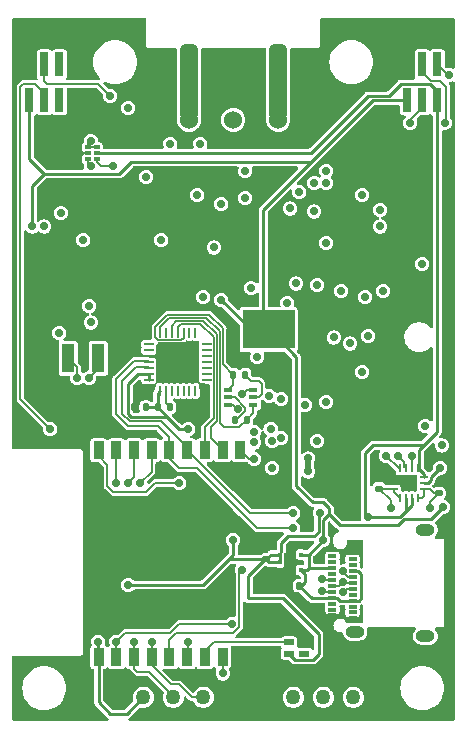
<source format=gbr>
%TF.GenerationSoftware,KiCad,Pcbnew,7.0.5*%
%TF.CreationDate,2023-06-26T09:37:40-04:00*%
%TF.ProjectId,ESP32Sensor-Sensor_board,45535033-3253-4656-9e73-6f722d53656e,rev?*%
%TF.SameCoordinates,Original*%
%TF.FileFunction,Copper,L1,Top*%
%TF.FilePolarity,Positive*%
%FSLAX46Y46*%
G04 Gerber Fmt 4.6, Leading zero omitted, Abs format (unit mm)*
G04 Created by KiCad (PCBNEW 7.0.5) date 2023-06-26 09:37:40*
%MOMM*%
%LPD*%
G01*
G04 APERTURE LIST*
G04 Aperture macros list*
%AMRoundRect*
0 Rectangle with rounded corners*
0 $1 Rounding radius*
0 $2 $3 $4 $5 $6 $7 $8 $9 X,Y pos of 4 corners*
0 Add a 4 corners polygon primitive as box body*
4,1,4,$2,$3,$4,$5,$6,$7,$8,$9,$2,$3,0*
0 Add four circle primitives for the rounded corners*
1,1,$1+$1,$2,$3*
1,1,$1+$1,$4,$5*
1,1,$1+$1,$6,$7*
1,1,$1+$1,$8,$9*
0 Add four rect primitives between the rounded corners*
20,1,$1+$1,$2,$3,$4,$5,0*
20,1,$1+$1,$4,$5,$6,$7,0*
20,1,$1+$1,$6,$7,$8,$9,0*
20,1,$1+$1,$8,$9,$2,$3,0*%
G04 Aperture macros list end*
%TA.AperFunction,SMDPad,CuDef*%
%ADD10RoundRect,0.140000X0.140000X0.170000X-0.140000X0.170000X-0.140000X-0.170000X0.140000X-0.170000X0*%
%TD*%
%TA.AperFunction,SMDPad,CuDef*%
%ADD11RoundRect,0.135000X0.135000X0.185000X-0.135000X0.185000X-0.135000X-0.185000X0.135000X-0.185000X0*%
%TD*%
%TA.AperFunction,SMDPad,CuDef*%
%ADD12R,0.700000X0.300000*%
%TD*%
%TA.AperFunction,ComponentPad*%
%ADD13O,1.600000X1.000000*%
%TD*%
%TA.AperFunction,SMDPad,CuDef*%
%ADD14R,0.782500X0.355600*%
%TD*%
%TA.AperFunction,SMDPad,CuDef*%
%ADD15RoundRect,0.093750X-0.093750X-0.106250X0.093750X-0.106250X0.093750X0.106250X-0.093750X0.106250X0*%
%TD*%
%TA.AperFunction,ComponentPad*%
%ADD16C,0.700000*%
%TD*%
%TA.AperFunction,SMDPad,CuDef*%
%ADD17R,1.000000X1.600000*%
%TD*%
%TA.AperFunction,SMDPad,CuDef*%
%ADD18RoundRect,0.135000X-0.135000X-0.185000X0.135000X-0.185000X0.135000X0.185000X-0.135000X0.185000X0*%
%TD*%
%TA.AperFunction,SMDPad,CuDef*%
%ADD19R,0.760000X2.030000*%
%TD*%
%TA.AperFunction,SMDPad,CuDef*%
%ADD20R,0.550000X0.300000*%
%TD*%
%TA.AperFunction,SMDPad,CuDef*%
%ADD21R,0.520000X0.300000*%
%TD*%
%TA.AperFunction,SMDPad,CuDef*%
%ADD22RoundRect,0.062500X0.275000X0.062500X-0.275000X0.062500X-0.275000X-0.062500X0.275000X-0.062500X0*%
%TD*%
%TA.AperFunction,SMDPad,CuDef*%
%ADD23RoundRect,0.062500X0.062500X0.275000X-0.062500X0.275000X-0.062500X-0.275000X0.062500X-0.275000X0*%
%TD*%
%TA.AperFunction,SMDPad,CuDef*%
%ADD24R,1.450000X1.450000*%
%TD*%
%TA.AperFunction,SMDPad,CuDef*%
%ADD25RoundRect,0.140000X-0.170000X0.140000X-0.170000X-0.140000X0.170000X-0.140000X0.170000X0.140000X0*%
%TD*%
%TA.AperFunction,SMDPad,CuDef*%
%ADD26R,0.863600X0.508000*%
%TD*%
%TA.AperFunction,SMDPad,CuDef*%
%ADD27RoundRect,0.062500X-0.337500X-0.062500X0.337500X-0.062500X0.337500X0.062500X-0.337500X0.062500X0*%
%TD*%
%TA.AperFunction,SMDPad,CuDef*%
%ADD28RoundRect,0.062500X-0.062500X-0.337500X0.062500X-0.337500X0.062500X0.337500X-0.062500X0.337500X0*%
%TD*%
%TA.AperFunction,SMDPad,CuDef*%
%ADD29R,3.350000X3.350000*%
%TD*%
%TA.AperFunction,ComponentPad*%
%ADD30C,1.270000*%
%TD*%
%TA.AperFunction,SMDPad,CuDef*%
%ADD31R,4.400000X3.300000*%
%TD*%
%TA.AperFunction,SMDPad,CuDef*%
%ADD32R,6.200000X3.900000*%
%TD*%
%TA.AperFunction,SMDPad,CuDef*%
%ADD33R,1.130000X2.440000*%
%TD*%
%TA.AperFunction,ConnectorPad*%
%ADD34RoundRect,0.381000X-0.381000X-2.794000X0.381000X-2.794000X0.381000X2.794000X-0.381000X2.794000X0*%
%TD*%
%TA.AperFunction,ComponentPad*%
%ADD35C,1.524000*%
%TD*%
%TA.AperFunction,SMDPad,CuDef*%
%ADD36R,0.889000X1.498600*%
%TD*%
%TA.AperFunction,SMDPad,CuDef*%
%ADD37R,0.711200X0.711200*%
%TD*%
%TA.AperFunction,SMDPad,CuDef*%
%ADD38R,0.500000X1.600000*%
%TD*%
%TA.AperFunction,ViaPad*%
%ADD39C,0.700000*%
%TD*%
%TA.AperFunction,Conductor*%
%ADD40C,0.254000*%
%TD*%
%TA.AperFunction,Conductor*%
%ADD41C,0.127000*%
%TD*%
%TA.AperFunction,Conductor*%
%ADD42C,0.200000*%
%TD*%
G04 APERTURE END LIST*
D10*
%TO.P,C1,1*%
%TO.N,3.3V*%
X-7414300Y-33195100D03*
%TO.P,C1,2*%
%TO.N,GND*%
X-8374300Y-33195100D03*
%TD*%
D11*
%TO.P,R1,1*%
%TO.N,Net-(U2-~{RST})*%
X-5380300Y-33195100D03*
%TO.P,R1,2*%
%TO.N,3.3V*%
X-6400300Y-33195100D03*
%TD*%
D12*
%TO.P,J2,A1,GND*%
%TO.N,GND*%
X8396000Y-50838000D03*
%TO.P,J2,A2,TX1+*%
%TO.N,unconnected-(J2-TX1+-PadA2)*%
X8396000Y-50338000D03*
%TO.P,J2,A3,TX1-*%
%TO.N,unconnected-(J2-TX1--PadA3)*%
X8396000Y-49838000D03*
%TO.P,J2,A4,VBUS*%
%TO.N,VBUS*%
X8396000Y-49338000D03*
%TO.P,J2,A5,CC1*%
%TO.N,CC1*%
X8396000Y-48838000D03*
%TO.P,J2,A6,D+*%
%TO.N,D+*%
X8396000Y-48338000D03*
%TO.P,J2,A7,D-*%
%TO.N,D-*%
X8396000Y-47838000D03*
%TO.P,J2,A8,SBU1*%
%TO.N,unconnected-(J2-SBU1-PadA8)*%
X8396000Y-47338000D03*
%TO.P,J2,A9,VBUS*%
%TO.N,VBUS*%
X8396000Y-46838000D03*
%TO.P,J2,A10,RX2-*%
%TO.N,unconnected-(J2-RX2--PadA10)*%
X8396000Y-46338000D03*
%TO.P,J2,A11,RX2+*%
%TO.N,unconnected-(J2-RX2+-PadA11)*%
X8396000Y-45838000D03*
%TO.P,J2,A12,GND*%
%TO.N,GND*%
X8396000Y-45338000D03*
%TO.P,J2,B1,GND*%
X10096000Y-45588000D03*
%TO.P,J2,B2,TX2+*%
%TO.N,unconnected-(J2-TX2+-PadB2)*%
X10096000Y-46088000D03*
%TO.P,J2,B3,TX2-*%
%TO.N,unconnected-(J2-TX2--PadB3)*%
X10096000Y-46588000D03*
%TO.P,J2,B4,VBUS*%
%TO.N,VBUS*%
X10096000Y-47088000D03*
%TO.P,J2,B5,CC2*%
%TO.N,CC2*%
X10096000Y-47588000D03*
%TO.P,J2,B6,D+*%
%TO.N,D+*%
X10096000Y-48088000D03*
%TO.P,J2,B7,D-*%
%TO.N,D-*%
X10096000Y-48588000D03*
%TO.P,J2,B8,SBU2*%
%TO.N,unconnected-(J2-SBU2-PadB8)*%
X10096000Y-49088000D03*
%TO.P,J2,B9,VBUS*%
%TO.N,VBUS*%
X10096000Y-49588000D03*
%TO.P,J2,B10,RX1-*%
%TO.N,unconnected-(J2-RX1--PadB10)*%
X10096000Y-50088000D03*
%TO.P,J2,B11,RX1+*%
%TO.N,unconnected-(J2-RX1+-PadB11)*%
X10096000Y-50588000D03*
%TO.P,J2,B12,GND*%
%TO.N,GND*%
X10096000Y-51088000D03*
D13*
%TO.P,J2,SH1*%
%TO.N,N/C*%
X10306000Y-52218000D03*
%TO.P,J2,SH2*%
X16256000Y-52578000D03*
%TO.P,J2,SH3*%
X16256000Y-43598000D03*
%TD*%
D14*
%TO.P,U4,1,E2*%
%TO.N,DTR*%
X1699349Y-33034999D03*
%TO.P,U4,2,B2*%
%TO.N,Net-(U4-B2)*%
X1699349Y-32385000D03*
%TO.P,U4,3,C1*%
%TO.N,ESP_EN*%
X1699349Y-31735001D03*
%TO.P,U4,4,E1*%
%TO.N,RTS*%
X-429349Y-31735001D03*
%TO.P,U4,5,B1*%
%TO.N,Net-(U4-B1)*%
X-429349Y-32385000D03*
%TO.P,U4,6,C2*%
%TO.N,GPIO9*%
X-429349Y-33034999D03*
%TD*%
D15*
%TO.P,U5,1,OUT*%
%TO.N,3.3V*%
X3940000Y-45690000D03*
%TO.P,U5,2,SNS*%
X3940000Y-46340000D03*
%TO.P,U5,3,GND*%
%TO.N,GND*%
X3940000Y-46990000D03*
%TO.P,U5,4,EN*%
%TO.N,VBUS*%
X5715000Y-46990000D03*
%TO.P,U5,5,GND*%
%TO.N,GND*%
X5715000Y-46340000D03*
%TO.P,U5,6,IN*%
%TO.N,VBUS*%
X5715000Y-45690000D03*
D16*
%TO.P,U5,7,PAD*%
%TO.N,GND*%
X4827500Y-45790000D03*
D17*
X4827500Y-46340000D03*
D16*
X4827500Y-46890000D03*
%TD*%
D18*
%TO.P,R2,1*%
%TO.N,RTS*%
X0Y-30480000D03*
%TO.P,R2,2*%
%TO.N,Net-(U4-B2)*%
X1020000Y-30480000D03*
%TD*%
D19*
%TO.P,J4,01,01*%
%TO.N,unconnected-(J4-Pad01)*%
X-14730000Y-4180000D03*
%TO.P,J4,02,02*%
%TO.N,unconnected-(J4-Pad02)*%
X-14730000Y-7230000D03*
%TO.P,J4,03,03*%
%TO.N,ESP_LED_REF_INV*%
X-16000000Y-4180000D03*
%TO.P,J4,04,04*%
%TO.N,ESP_PWM_DIM*%
X-16000000Y-7230000D03*
%TO.P,J4,05,05*%
%TO.N,GND*%
X-17270000Y-4180000D03*
%TO.P,J4,06,06*%
%TO.N,VBUS*%
X-17270000Y-7230000D03*
%TD*%
D20*
%TO.P,U6,1,IN1*%
%TO.N,LED_REF*%
X-12293013Y-11184001D03*
D21*
%TO.P,U6,2,GND*%
%TO.N,GND*%
X-12307999Y-11684000D03*
%TO.P,U6,3,IN0*%
%TO.N,LED_REF*%
X-12307999Y-12183999D03*
%TO.P,U6,4,Y*%
%TO.N,ESP_LED_REF_INV*%
X-11568001Y-12183999D03*
%TO.P,U6,5,VCC*%
%TO.N,3.3V*%
X-11568001Y-11684000D03*
%TO.P,U6,6,IN2*%
%TO.N,LED_REF*%
X-11568001Y-11184001D03*
%TD*%
D19*
%TO.P,J3,01,01*%
%TO.N,INT*%
X17270000Y-4180000D03*
%TO.P,J3,02,02*%
%TO.N,3.3V*%
X17270000Y-7230000D03*
%TO.P,J3,03,03*%
%TO.N,SCL*%
X16000000Y-4180000D03*
%TO.P,J3,04,04*%
%TO.N,SDA*%
X16000000Y-7230000D03*
%TO.P,J3,05,05*%
%TO.N,GND*%
X14730000Y-4180000D03*
%TO.P,J3,06,06*%
%TO.N,VBUS*%
X14730000Y-7230000D03*
%TD*%
D10*
%TO.P,C4,1*%
%TO.N,VBUS*%
X5589500Y-48330000D03*
%TO.P,C4,2*%
%TO.N,GND*%
X4629500Y-48330000D03*
%TD*%
D22*
%TO.P,U3,1,CC2*%
%TO.N,CC2*%
X16142500Y-40145000D03*
%TO.P,U3,2,VBUS*%
%TO.N,VBUS*%
X16142500Y-39645000D03*
%TO.P,U3,3,VDD*%
%TO.N,3.3V*%
X16142500Y-39145000D03*
D23*
%TO.P,U3,4,VDD*%
X15630000Y-38382500D03*
%TO.P,U3,5,INT_N*%
%TO.N,INT*%
X15130000Y-38382500D03*
%TO.P,U3,6,SCL*%
%TO.N,SCL*%
X14630000Y-38382500D03*
%TO.P,U3,7,SDA*%
%TO.N,SDA*%
X14130000Y-38382500D03*
D22*
%TO.P,U3,8,GND*%
%TO.N,GND*%
X13617500Y-39145000D03*
%TO.P,U3,9,GND*%
X13617500Y-39645000D03*
%TO.P,U3,10,CC1*%
%TO.N,CC1*%
X13617500Y-40145000D03*
D23*
%TO.P,U3,11,CC1*%
X14130000Y-40907500D03*
%TO.P,U3,12,VCONN*%
%TO.N,3.3V*%
X14630000Y-40907500D03*
%TO.P,U3,13,VCONN*%
X15130000Y-40907500D03*
%TO.P,U3,14,CC2*%
%TO.N,CC2*%
X15630000Y-40907500D03*
D24*
%TO.P,U3,15,GND*%
%TO.N,GND*%
X14880000Y-39645000D03*
%TD*%
D25*
%TO.P,C3,1*%
%TO.N,GND*%
X17420000Y-39525000D03*
%TO.P,C3,2*%
%TO.N,CC2*%
X17420000Y-40485000D03*
%TD*%
D18*
%TO.P,R3,1*%
%TO.N,Net-(U4-B1)*%
X125000Y-34290000D03*
%TO.P,R3,2*%
%TO.N,DTR*%
X1145000Y-34290000D03*
%TD*%
D26*
%TO.P,U13,1,DIN*%
%TO.N,NeopixelLED*%
X4710999Y-53119000D03*
%TO.P,U13,2,VDD*%
%TO.N,3.3V*%
X4710999Y-54069000D03*
%TO.P,U13,3,DOUT*%
%TO.N,unconnected-(U13-DOUT-Pad3)*%
X5957001Y-54069000D03*
%TO.P,U13,4,GND*%
%TO.N,GND*%
X5957001Y-53119000D03*
%TD*%
D27*
%TO.P,U2,1,~{DCD}*%
%TO.N,unconnected-(U2-~{DCD}-Pad1)*%
X-7160300Y-27885100D03*
%TO.P,U2,2,~{RI}/CLK*%
%TO.N,unconnected-(U2-~{RI}{slash}CLK-Pad2)*%
X-7160300Y-28385100D03*
%TO.P,U2,3,GND*%
%TO.N,GND*%
X-7160300Y-28885100D03*
%TO.P,U2,4,D+*%
%TO.N,D+*%
X-7160300Y-29385100D03*
%TO.P,U2,5,D-*%
%TO.N,D-*%
X-7160300Y-29885100D03*
%TO.P,U2,6,VDD*%
%TO.N,3.3V*%
X-7160300Y-30385100D03*
%TO.P,U2,7,VREGIN*%
X-7160300Y-30885100D03*
D28*
%TO.P,U2,8,VBUS*%
X-6210300Y-31835100D03*
%TO.P,U2,9,~{RST}*%
%TO.N,Net-(U2-~{RST})*%
X-5710300Y-31835100D03*
%TO.P,U2,10,NC*%
%TO.N,unconnected-(U2-NC-Pad10)*%
X-5210300Y-31835100D03*
%TO.P,U2,11,~{SUSPEND}*%
%TO.N,unconnected-(U2-~{SUSPEND}-Pad11)*%
X-4710300Y-31835100D03*
%TO.P,U2,12,SUSPEND*%
%TO.N,unconnected-(U2-SUSPEND-Pad12)*%
X-4210300Y-31835100D03*
%TO.P,U2,13,CHREN*%
%TO.N,unconnected-(U2-CHREN-Pad13)*%
X-3710300Y-31835100D03*
%TO.P,U2,14,CHR1*%
%TO.N,unconnected-(U2-CHR1-Pad14)*%
X-3210300Y-31835100D03*
D27*
%TO.P,U2,15,CHR0*%
%TO.N,unconnected-(U2-CHR0-Pad15)*%
X-2260300Y-30885100D03*
%TO.P,U2,16,~{WAKEUP}/GPIO.3*%
%TO.N,unconnected-(U2-~{WAKEUP}{slash}GPIO.3-Pad16)*%
X-2260300Y-30385100D03*
%TO.P,U2,17,RS485/GPIO.2*%
%TO.N,unconnected-(U2-RS485{slash}GPIO.2-Pad17)*%
X-2260300Y-29885100D03*
%TO.P,U2,18,~{RXT}/GPIO.1*%
%TO.N,unconnected-(U2-~{RXT}{slash}GPIO.1-Pad18)*%
X-2260300Y-29385100D03*
%TO.P,U2,19,~{TXT}/GPIO.0*%
%TO.N,unconnected-(U2-~{TXT}{slash}GPIO.0-Pad19)*%
X-2260300Y-28885100D03*
%TO.P,U2,20,GPIO.6*%
%TO.N,unconnected-(U2-GPIO.6-Pad20)*%
X-2260300Y-28385100D03*
%TO.P,U2,21,GPIO.5*%
%TO.N,unconnected-(U2-GPIO.5-Pad21)*%
X-2260300Y-27885100D03*
D28*
%TO.P,U2,22,GPIO.4*%
%TO.N,unconnected-(U2-GPIO.4-Pad22)*%
X-3210300Y-26935100D03*
%TO.P,U2,23,~{CTS}*%
%TO.N,unconnected-(U2-~{CTS}-Pad23)*%
X-3710300Y-26935100D03*
%TO.P,U2,24,~{RTS}*%
%TO.N,RTS*%
X-4210300Y-26935100D03*
%TO.P,U2,25,RXD*%
%TO.N,ESP_TXD*%
X-4710300Y-26935100D03*
%TO.P,U2,26,TXD*%
%TO.N,ESP_RXD*%
X-5210300Y-26935100D03*
%TO.P,U2,27,~{DSR}*%
%TO.N,unconnected-(U2-~{DSR}-Pad27)*%
X-5710300Y-26935100D03*
%TO.P,U2,28,~{DTR}*%
%TO.N,DTR*%
X-6210300Y-26935100D03*
D29*
%TO.P,U2,29,GND*%
%TO.N,GND*%
X-4710300Y-29385100D03*
%TD*%
D30*
%TO.P,J5,1,1*%
%TO.N,GND*%
X-10160000Y-57785000D03*
%TO.P,J5,2,2*%
%TO.N,3.3V*%
X-7620000Y-57785000D03*
%TO.P,J5,3,3*%
%TO.N,SCL*%
X-5080000Y-57785000D03*
%TO.P,J5,4,4*%
%TO.N,SDA*%
X-2540000Y-57785000D03*
%TD*%
D31*
%TO.P,J1,1*%
%TO.N,VBUS*%
X2988000Y-26628000D03*
D32*
%TO.P,J1,2*%
%TO.N,GND*%
X11938000Y-33728000D03*
%TO.P,J1,3*%
X11938000Y-20828000D03*
%TD*%
D33*
%TO.P,S1,1A*%
%TO.N,GPIO9*%
X-13970000Y-29065000D03*
%TO.P,S1,1B*%
%TO.N,GND*%
X-13970000Y-20465000D03*
%TO.P,S1,2A*%
%TO.N,ESP_EN*%
X-11430000Y-29065000D03*
%TO.P,S1,2B*%
%TO.N,GND*%
X-11430000Y-20465000D03*
%TD*%
D34*
%TO.P,PD1,1,An*%
%TO.N,Net-(PD1-An)*%
X3810000Y-5715000D03*
D35*
X3810000Y-8890000D03*
D34*
%TO.P,PD1,2,Ca*%
%TO.N,The_better_5V*%
X-3746500Y-5715000D03*
D35*
X-3746500Y-8890000D03*
%TO.P,PD1,3,Ca*%
X0Y-8890000D03*
%TD*%
D25*
%TO.P,C2,1*%
%TO.N,GND*%
X12340000Y-39137000D03*
%TO.P,C2,2*%
%TO.N,CC1*%
X12340000Y-40097000D03*
%TD*%
%TO.P,C5,1*%
%TO.N,3.3V*%
X2795500Y-46100000D03*
%TO.P,C5,2*%
%TO.N,GND*%
X2795500Y-47060000D03*
%TD*%
D30*
%TO.P,J6,1,1*%
%TO.N,GND*%
X2540000Y-57785000D03*
%TO.P,J6,2,2*%
%TO.N,GPIO1*%
X5080000Y-57785000D03*
%TO.P,J6,3,3*%
%TO.N,GPIO2*%
X7620000Y-57785000D03*
%TO.P,J6,4,4*%
%TO.N,GPIO3*%
X10160000Y-57785000D03*
%TD*%
D36*
%TO.P,U1,1,3V3*%
%TO.N,3.3V*%
X-11405087Y-54356000D03*
%TO.P,U1,2,EN*%
%TO.N,ESP_EN*%
X-9905087Y-54356000D03*
%TO.P,U1,3,IO4*%
%TO.N,SCL*%
X-8405085Y-54356000D03*
%TO.P,U1,4,IO5*%
%TO.N,SDA*%
X-6905086Y-54356000D03*
%TO.P,U1,5,IO6*%
%TO.N,LED_REF*%
X-5405086Y-54356000D03*
%TO.P,U1,6,IO7*%
%TO.N,ESP_PWM_DIM*%
X-3905087Y-54356000D03*
%TO.P,U1,7,IO8*%
%TO.N,NeopixelLED*%
X-2405087Y-54356000D03*
%TO.P,U1,8,IO9*%
%TO.N,GPIO9*%
X-905085Y-54356000D03*
%TO.P,U1,9,GND*%
%TO.N,GND*%
X594915Y-54356000D03*
%TO.P,U1,10,IO10*%
%TO.N,INT*%
X594915Y-36856000D03*
%TO.P,U1,11,RXD*%
%TO.N,ESP_RXD*%
X-905085Y-36856000D03*
%TO.P,U1,12,TXD*%
%TO.N,ESP_TXD*%
X-2405087Y-36856000D03*
%TO.P,U1,13,IO18*%
%TO.N,D-*%
X-3905087Y-36856000D03*
%TO.P,U1,14,IO19*%
%TO.N,D+*%
X-5405086Y-36856000D03*
%TO.P,U1,15,IO3*%
%TO.N,GPIO3*%
X-6905086Y-36856000D03*
%TO.P,U1,16,IO2*%
%TO.N,GPIO2*%
X-8405085Y-36856000D03*
%TO.P,U1,17,IO1*%
%TO.N,GPIO1*%
X-9905087Y-36856000D03*
%TO.P,U1,18,IO0*%
%TO.N,ESP_ADC*%
X-11405087Y-36856000D03*
D37*
%TO.P,U1,19,GND*%
%TO.N,GND*%
X-6305110Y-45750198D03*
%TO.P,U1,20,GND*%
X-6305110Y-44650198D03*
%TO.P,U1,21,GND*%
X-6305110Y-43550198D03*
%TO.P,U1,22,GND*%
X-5205112Y-45750300D03*
%TO.P,U1,23,GND*%
X-5205112Y-44650300D03*
%TO.P,U1,24,GND*%
X-5205112Y-43550299D03*
%TO.P,U1,25,GND*%
X-4105114Y-45750198D03*
%TO.P,U1,26,GND*%
X-4105114Y-44650198D03*
%TO.P,U1,27,GND*%
X-4105114Y-43550198D03*
%TD*%
D16*
%TO.P,U12,7,PAD*%
%TO.N,Sensor_GND*%
X6350000Y-37550000D03*
D38*
X6350000Y-38100000D03*
D16*
X6350000Y-38650000D03*
%TD*%
D39*
%TO.N,3.3V*%
X0Y-44450000D03*
X-3810000Y-35052000D03*
X11430000Y-42545000D03*
X7366000Y-42164000D03*
X-11430000Y-53086000D03*
X-8890000Y-48260000D03*
%TO.N,GND*%
X8128000Y-51816000D03*
X-14732000Y-10922000D03*
X16510000Y-30988000D03*
X11430000Y-13970000D03*
X11938000Y-38354000D03*
X14986000Y-13970000D03*
X-9144000Y-15240000D03*
X14986000Y-15494000D03*
X10160000Y-44958000D03*
X-2540000Y-31496000D03*
X-12192000Y-23368000D03*
X4826000Y-51562000D03*
X6858000Y-6604000D03*
X-7620000Y-6604000D03*
X10414000Y-37592000D03*
%TO.N,CC1*%
X7493000Y-48768000D03*
X13335000Y-41783000D03*
%TO.N,D+*%
X9271000Y-48006000D03*
X5080000Y-43434000D03*
%TO.N,D-*%
X9271000Y-48895000D03*
X7493000Y-47752000D03*
X5080000Y-42164000D03*
%TO.N,CC2*%
X9271000Y-47117000D03*
X16637000Y-41783000D03*
%TO.N,GPIO9*%
X-889000Y-55753000D03*
X-13208000Y-30734000D03*
X381000Y-33401000D03*
%TO.N,ESP_EN*%
X762000Y-32131000D03*
X-12192000Y-30734000D03*
X-9906000Y-53086000D03*
X-127000Y-51562000D03*
%TO.N,INT*%
X15113000Y-37338000D03*
X1778000Y-37592000D03*
X18288000Y-5080000D03*
%TO.N,SCL*%
X17893700Y-9144000D03*
X-8382000Y-53086000D03*
X13970000Y-37338000D03*
X1778000Y-36195000D03*
%TO.N,SDA*%
X14986000Y-9144000D03*
X-6858000Y-53086000D03*
X16256000Y-34798000D03*
X1778000Y-35306000D03*
X12954000Y-37338000D03*
%TO.N,LED_REF*%
X-12065000Y-12827000D03*
X-12065000Y-10668000D03*
X762000Y-46990000D03*
X9144000Y-23368000D03*
X7112000Y-22860000D03*
X1524000Y-23114000D03*
%TO.N,ESP_LED_REF_INV*%
X-10414000Y-6858000D03*
X-10160000Y-12827000D03*
%TO.N,5V*%
X3302000Y-36068000D03*
X-5334000Y-10922000D03*
%TO.N,Sensor_Analog*%
X7874000Y-14224000D03*
X3048000Y-32258000D03*
X12446000Y-17907000D03*
X3162085Y-35042772D03*
X7874000Y-19304000D03*
%TO.N,Net-(U9-OUT)*%
X5588000Y-14986000D03*
X4826000Y-16383000D03*
%TO.N,+Vs_For_Lock_in*%
X5334000Y-22733000D03*
X9906000Y-27813000D03*
%TO.N,-Vs_For_Lock_in*%
X6858000Y-14224000D03*
X-1016000Y-16002000D03*
X-14605000Y-16764000D03*
X6858000Y-16637000D03*
%TO.N,The_better_5V*%
X4064000Y-32512000D03*
X-2794000Y-10922000D03*
%TO.N,The_better_GND*%
X4064000Y-35814000D03*
X7874000Y-13208000D03*
X6096000Y-33020000D03*
%TO.N,ESP_ADC*%
X17653000Y-36449000D03*
X-4572000Y-39624000D03*
%TO.N,Sensor_First_stage*%
X2032000Y-28956000D03*
X-1651000Y-19685000D03*
%TO.N,Net-(U8-SEL_B)*%
X10922000Y-30226000D03*
X8509000Y-27305000D03*
%TO.N,GPIO1*%
X-9906000Y-39624000D03*
%TO.N,GPIO2*%
X-8890000Y-39624000D03*
%TO.N,GPIO3*%
X-7874000Y-39624000D03*
%TO.N,ESP_PWM_DIM*%
X-15494000Y-35052000D03*
X-3810000Y-53086000D03*
%TO.N,VBUS*%
X-17018000Y-17907000D03*
X-1016000Y-24130000D03*
X7620000Y-44450000D03*
X17780000Y-41656000D03*
X17526000Y-38354000D03*
%TO.N,Sensor_GND*%
X-12700000Y-19050000D03*
X12700000Y-23368000D03*
X11430000Y-27178000D03*
X12446000Y-16510000D03*
X-6096000Y-19050000D03*
X3302000Y-38354000D03*
X-12192000Y-24638000D03*
X1016000Y-13208000D03*
X-8890000Y-7874000D03*
X-7366000Y-13716000D03*
X-14732000Y-26924000D03*
X11176000Y-23876000D03*
X4572000Y-24384000D03*
X7112000Y-36068000D03*
X16002000Y-21082000D03*
X-2540000Y-23876000D03*
X1016000Y-15494000D03*
X10922000Y-15240000D03*
X-3048000Y-15240000D03*
X7874000Y-32766000D03*
%TO.N,-VBUS*%
X-16002000Y-17907000D03*
X-12065000Y-26035000D03*
%TD*%
D40*
%TO.N,3.3V*%
X-1524000Y-47244000D02*
X-2540000Y-48260000D01*
X1270000Y-49403000D02*
X1270000Y-47498000D01*
X-8890000Y-31242000D02*
X-8033100Y-30385100D01*
X11176000Y-37084000D02*
X11811000Y-36449000D01*
X11811000Y-36449000D02*
X16129000Y-36449000D01*
X7366000Y-42164000D02*
X7239000Y-42291000D01*
X4710999Y-54069000D02*
X5251999Y-54610000D01*
X17270000Y-7230000D02*
X17270000Y-6475000D01*
X-8033100Y-30385100D02*
X-7160300Y-30385100D01*
X-380000Y-46100000D02*
X0Y-45720000D01*
X14097000Y-42545000D02*
X14732000Y-41910000D01*
X7239000Y-43751500D02*
X6858000Y-44132500D01*
X16142500Y-39145000D02*
X16142500Y-38895000D01*
X0Y-45720000D02*
X0Y-44450000D01*
X17270000Y-7230000D02*
X17270000Y-35308000D01*
X-6400300Y-32025100D02*
X-6210300Y-31835100D01*
X15130000Y-40907500D02*
X15130000Y-41512000D01*
X3205500Y-45690000D02*
X2795500Y-46100000D01*
X16637000Y-5842000D02*
X14224000Y-5842000D01*
X-5588000Y-34036000D02*
X-8636000Y-34036000D01*
X15748000Y-36830000D02*
X15748000Y-38264500D01*
X-4572000Y-35052000D02*
X-3810000Y-35052000D01*
X3940000Y-45590000D02*
X3940000Y-45690000D01*
X11430000Y-42545000D02*
X14097000Y-42545000D01*
X-2540000Y-48260000D02*
X-8890000Y-48260000D01*
X-7414300Y-33195100D02*
X-6400300Y-33195100D01*
X-5588000Y-34036000D02*
X-4826000Y-34798000D01*
X4191000Y-49403000D02*
X1270000Y-49403000D01*
X4064000Y-45466000D02*
X3940000Y-45590000D01*
X7239000Y-42291000D02*
X7239000Y-43751500D01*
X-11430000Y-53086000D02*
X-11430000Y-54331087D01*
X4635500Y-44132500D02*
X4064000Y-44704000D01*
X14732000Y-41910000D02*
X14630000Y-41808000D01*
X4064000Y-44704000D02*
X4064000Y-45466000D01*
X13208000Y-6858000D02*
X11430000Y-6858000D01*
X2795500Y-46100000D02*
X-380000Y-46100000D01*
X6604000Y-11684000D02*
X-11568001Y-11684000D01*
X11430000Y-6858000D02*
X6604000Y-11684000D01*
X6858000Y-44132500D02*
X4635500Y-44132500D01*
X-11405087Y-58190913D02*
X-10414000Y-59182000D01*
X15130000Y-41512000D02*
X14732000Y-41910000D01*
X5251999Y-54610000D02*
X6731000Y-54610000D01*
X3940000Y-46340000D02*
X3940000Y-45690000D01*
X14630000Y-41808000D02*
X14630000Y-40907500D01*
X-380000Y-46100000D02*
X-1524000Y-47244000D01*
X17270000Y-35308000D02*
X16129000Y-36449000D01*
X15748000Y-38264500D02*
X15630000Y-38382500D01*
X7239000Y-52451000D02*
X4191000Y-49403000D01*
X-8890000Y-33782000D02*
X-8890000Y-31242000D01*
X-6400300Y-33195100D02*
X-6400300Y-32025100D01*
X3035500Y-46340000D02*
X2795500Y-46100000D01*
X-10414000Y-59182000D02*
X-9017000Y-59182000D01*
X7239000Y-54102000D02*
X7239000Y-52451000D01*
X-6400300Y-33195100D02*
X-6400300Y-33223700D01*
X11430000Y-42545000D02*
X11176000Y-42291000D01*
X16129000Y-36449000D02*
X15748000Y-36830000D01*
X11176000Y-42291000D02*
X11176000Y-37084000D01*
X14224000Y-5842000D02*
X13208000Y-6858000D01*
X1270000Y-47498000D02*
X2668000Y-46100000D01*
X-4826000Y-34798000D02*
X-4572000Y-35052000D01*
X-6400300Y-33223700D02*
X-5588000Y-34036000D01*
X6731000Y-54610000D02*
X7239000Y-54102000D01*
X-8636000Y-34036000D02*
X-8890000Y-33782000D01*
X16142500Y-38895000D02*
X15630000Y-38382500D01*
X-11430000Y-54331087D02*
X-11405087Y-54356000D01*
X-11405087Y-54356000D02*
X-11405087Y-58190913D01*
X-9017000Y-59182000D02*
X-7620000Y-57785000D01*
X2668000Y-46100000D02*
X2795500Y-46100000D01*
X3940000Y-46340000D02*
X3035500Y-46340000D01*
X17270000Y-6475000D02*
X16637000Y-5842000D01*
X-7160300Y-30385100D02*
X-7160300Y-30885100D01*
X3940000Y-45690000D02*
X3205500Y-45690000D01*
D41*
%TO.N,GND*%
X-4650900Y-29385100D02*
X-2540000Y-31496000D01*
X-5210300Y-28885100D02*
X-4710300Y-29385100D01*
X-4710300Y-29385100D02*
X-8374300Y-33049100D01*
X14678000Y-30988000D02*
X11938000Y-33728000D01*
X-13970000Y-11684000D02*
X-14732000Y-10922000D01*
X16510000Y-30988000D02*
X14678000Y-30988000D01*
X-8374300Y-33049100D02*
X-8374300Y-33195100D01*
X-4710300Y-29385100D02*
X-4650900Y-29385100D01*
X-12307999Y-11684000D02*
X-13970000Y-11684000D01*
X-7160300Y-28885100D02*
X-5210300Y-28885100D01*
%TO.N,CC1*%
X13335000Y-41783000D02*
X13335000Y-41092000D01*
X13335000Y-41092000D02*
X12340000Y-40097000D01*
X12340000Y-40097000D02*
X12388000Y-40145000D01*
X12388000Y-40145000D02*
X13617500Y-40145000D01*
X8396000Y-48838000D02*
X7563000Y-48838000D01*
X13617500Y-40395000D02*
X14130000Y-40907500D01*
X13617500Y-40145000D02*
X13617500Y-40395000D01*
X7563000Y-48838000D02*
X7493000Y-48768000D01*
D42*
%TO.N,D+*%
X-4572000Y-38354000D02*
X-3048000Y-38354000D01*
X9353000Y-48088000D02*
X10096000Y-48088000D01*
X-7160300Y-29385100D02*
X-7208400Y-29337000D01*
X-6350000Y-34798000D02*
X-5405086Y-35742914D01*
X-3048000Y-38354000D02*
X2032000Y-43434000D01*
X-7208400Y-29337000D02*
X-8382000Y-29337000D01*
X-5405086Y-37520914D02*
X-4572000Y-38354000D01*
X-9906000Y-33782000D02*
X-8890000Y-34798000D01*
X2032000Y-43434000D02*
X5080000Y-43434000D01*
X-9906000Y-30861000D02*
X-9906000Y-33782000D01*
X9271000Y-48006000D02*
X8939000Y-48338000D01*
X8939000Y-48338000D02*
X8396000Y-48338000D01*
X-8382000Y-29337000D02*
X-9906000Y-30861000D01*
X-8890000Y-34798000D02*
X-6350000Y-34798000D01*
X-5405086Y-36856000D02*
X-5405086Y-37520914D01*
X9271000Y-48006000D02*
X9353000Y-48088000D01*
X-5405086Y-35742914D02*
X-5405086Y-36856000D01*
%TO.N,D-*%
X-3905087Y-36607913D02*
X-3905087Y-36856000D01*
X9271000Y-48895000D02*
X9578000Y-48588000D01*
X-7200400Y-29845000D02*
X-8255000Y-29845000D01*
X-7160300Y-29885100D02*
X-7200400Y-29845000D01*
X-6096000Y-34417000D02*
X-3905087Y-36607913D01*
X7579000Y-47838000D02*
X8396000Y-47838000D01*
X9578000Y-48588000D02*
X10096000Y-48588000D01*
X-9398000Y-30988000D02*
X-9398000Y-33782000D01*
X-8255000Y-29845000D02*
X-9398000Y-30988000D01*
X-8763000Y-34417000D02*
X-6096000Y-34417000D01*
X1402913Y-42164000D02*
X5080000Y-42164000D01*
X-9398000Y-33782000D02*
X-8763000Y-34417000D01*
X-3905087Y-36856000D02*
X1402913Y-42164000D01*
X7493000Y-47752000D02*
X7579000Y-47838000D01*
D41*
%TO.N,CC2*%
X16637000Y-41783000D02*
X16637000Y-41268000D01*
X16142500Y-40753500D02*
X16142500Y-40145000D01*
X15988500Y-40907500D02*
X16142500Y-40753500D01*
X16990000Y-40485000D02*
X16637000Y-40132000D01*
X16155500Y-40132000D02*
X16142500Y-40145000D01*
X16637000Y-40132000D02*
X16155500Y-40132000D01*
X16637000Y-41268000D02*
X17420000Y-40485000D01*
X10096000Y-47588000D02*
X9742000Y-47588000D01*
X17420000Y-40485000D02*
X16990000Y-40485000D01*
X15630000Y-40907500D02*
X15988500Y-40907500D01*
X9742000Y-47588000D02*
X9271000Y-47117000D01*
%TO.N,Net-(U2-~{RST})*%
X-5380300Y-33195100D02*
X-5710300Y-32865100D01*
X-5710300Y-32865100D02*
X-5710300Y-31835100D01*
%TO.N,RTS*%
X-4210300Y-26935100D02*
X-4210300Y-27310300D01*
X-5588000Y-25400000D02*
X-2032000Y-25400000D01*
X-6604000Y-26416000D02*
X-5588000Y-25400000D01*
X-4210300Y-27310300D02*
X-4445000Y-27545000D01*
X0Y-31305652D02*
X0Y-30480000D01*
X-889000Y-26543000D02*
X-889000Y-29591000D01*
X-6350000Y-27545000D02*
X-6590000Y-27305000D01*
X-6590000Y-27305000D02*
X-6604000Y-27305000D01*
X-6604000Y-27305000D02*
X-6604000Y-26416000D01*
X-429349Y-31735001D02*
X0Y-31305652D01*
X-2032000Y-25400000D02*
X-889000Y-26543000D01*
X-889000Y-29591000D02*
X0Y-30480000D01*
X-4445000Y-27545000D02*
X-6350000Y-27545000D01*
%TO.N,DTR*%
X-2286000Y-25654000D02*
X-1143000Y-26797000D01*
X-762000Y-34925000D02*
X510000Y-34925000D01*
X-1143000Y-34544000D02*
X-762000Y-34925000D01*
X-6210300Y-26403300D02*
X-5461000Y-25654000D01*
X1699349Y-33735651D02*
X1145000Y-34290000D01*
X-1143000Y-26797000D02*
X-1143000Y-34544000D01*
X1699349Y-33034999D02*
X1699349Y-33735651D01*
X510000Y-34925000D02*
X1145000Y-34290000D01*
X-5461000Y-25654000D02*
X-2286000Y-25654000D01*
X-6210300Y-26935100D02*
X-6210300Y-26403300D01*
%TO.N,ESP_TXD*%
X-4445000Y-26162000D02*
X-2794000Y-26162000D01*
X-1651000Y-27305000D02*
X-1651000Y-34163000D01*
X-1651000Y-34163000D02*
X-2405087Y-34917087D01*
X-2405087Y-34917087D02*
X-2405087Y-36856000D01*
X-4710300Y-26935100D02*
X-4710300Y-26427300D01*
X-4710300Y-26427300D02*
X-4445000Y-26162000D01*
X-2794000Y-26162000D02*
X-1651000Y-27305000D01*
%TO.N,ESP_RXD*%
X-5210300Y-26935100D02*
X-5210300Y-26292300D01*
X-5210300Y-26292300D02*
X-4826000Y-25908000D01*
X-1397000Y-34417000D02*
X-1905000Y-34925000D01*
X-2540000Y-25908000D02*
X-1397000Y-27051000D01*
X-1905000Y-35814000D02*
X-905085Y-36813915D01*
X-1397000Y-27051000D02*
X-1397000Y-34417000D01*
X-4826000Y-25908000D02*
X-2540000Y-25908000D01*
X-905085Y-36813915D02*
X-905085Y-36856000D01*
X-1905000Y-34925000D02*
X-1905000Y-35814000D01*
%TO.N,GPIO9*%
X14999Y-33034999D02*
X-429349Y-33034999D01*
X-889000Y-54372085D02*
X-889000Y-55753000D01*
X-905085Y-54356000D02*
X-889000Y-54372085D01*
X-13208000Y-29827000D02*
X-13970000Y-29065000D01*
X-13208000Y-30734000D02*
X-13208000Y-29827000D01*
X381000Y-33401000D02*
X14999Y-33034999D01*
%TO.N,ESP_EN*%
X-9144000Y-52324000D02*
X-9906000Y-53086000D01*
X-11430000Y-29065000D02*
X-11430000Y-29972000D01*
X-11430000Y-29972000D02*
X-12192000Y-30734000D01*
X-4572000Y-51562000D02*
X-5334000Y-52324000D01*
X1157999Y-31735001D02*
X1699349Y-31735001D01*
X-5334000Y-52324000D02*
X-9144000Y-52324000D01*
X-127000Y-51562000D02*
X-4572000Y-51562000D01*
X-9906000Y-53086000D02*
X-9906000Y-54355087D01*
X-9906000Y-54355087D02*
X-9905087Y-54356000D01*
X762000Y-32131000D02*
X1157999Y-31735001D01*
%TO.N,INT*%
X1778000Y-37592000D02*
X1330915Y-37592000D01*
X18170000Y-5080000D02*
X17270000Y-4180000D01*
X1330915Y-37592000D02*
X594915Y-36856000D01*
X15113000Y-37338000D02*
X15113000Y-38365500D01*
X15113000Y-38365500D02*
X15130000Y-38382500D01*
X18288000Y-5080000D02*
X18170000Y-5080000D01*
%TO.N,SCL*%
X-5080000Y-57658000D02*
X-5080000Y-57785000D01*
X-7112000Y-55626000D02*
X-5080000Y-57658000D01*
X18034000Y-6096000D02*
X17509954Y-5571954D01*
X16000000Y-4791908D02*
X16000000Y-4180000D01*
X17509954Y-5571954D02*
X16780046Y-5571954D01*
X14630000Y-38382500D02*
X14478000Y-38230500D01*
X-8382000Y-54332915D02*
X-8405085Y-54356000D01*
X16780046Y-5571954D02*
X16000000Y-4791908D01*
X-8128000Y-55626000D02*
X-7112000Y-55626000D01*
X17893700Y-9144000D02*
X18034000Y-9003700D01*
X-8405085Y-55348915D02*
X-8405085Y-54356000D01*
X18034000Y-9003700D02*
X18034000Y-6096000D01*
X-8382000Y-53086000D02*
X-8382000Y-54332915D01*
X-8128000Y-55626000D02*
X-8405085Y-55348915D01*
X14478000Y-37846000D02*
X13970000Y-37338000D01*
X14478000Y-38230500D02*
X14478000Y-37846000D01*
%TO.N,SDA*%
X-3476086Y-57785000D02*
X-2540000Y-57785000D01*
X14986000Y-8890000D02*
X16000000Y-7876000D01*
X-6858000Y-54308914D02*
X-6905086Y-54356000D01*
X16000000Y-7876000D02*
X16000000Y-7230000D01*
X-4595543Y-56665543D02*
X-3476086Y-57785000D01*
X14130000Y-38382500D02*
X13998500Y-38382500D01*
X-5310457Y-56665543D02*
X-4595543Y-56665543D01*
X13998500Y-38382500D02*
X12954000Y-37338000D01*
X-6905086Y-54356000D02*
X-6905086Y-55070914D01*
X-6858000Y-53086000D02*
X-6858000Y-54308914D01*
X-6905086Y-55070914D02*
X-5310457Y-56665543D01*
X14986000Y-9144000D02*
X14986000Y-8890000D01*
%TO.N,LED_REF*%
X-12065000Y-10668000D02*
X-12293013Y-10896013D01*
X-12307999Y-12584001D02*
X-12065000Y-12827000D01*
X508000Y-47244000D02*
X762000Y-46990000D01*
X-4826000Y-52324000D02*
X0Y-52324000D01*
X508000Y-51816000D02*
X508000Y-47244000D01*
X-12293013Y-10896013D02*
X-12293013Y-11184001D01*
X-5405086Y-52903086D02*
X-4826000Y-52324000D01*
X-12293013Y-11184001D02*
X-11568001Y-11184001D01*
X-5405086Y-54356000D02*
X-5405086Y-52903086D01*
X-12307999Y-12183999D02*
X-12307999Y-12584001D01*
X0Y-52324000D02*
X508000Y-51816000D01*
%TO.N,ESP_LED_REF_INV*%
X-15748000Y-5842000D02*
X-16002000Y-5588000D01*
X-11430000Y-5842000D02*
X-15748000Y-5842000D01*
X-16002000Y-5588000D02*
X-16000000Y-5586000D01*
X-11568001Y-12183999D02*
X-11568001Y-12434999D01*
X-10414000Y-6858000D02*
X-11430000Y-5842000D01*
X-11568001Y-12434999D02*
X-11176000Y-12827000D01*
X-16000000Y-5586000D02*
X-16000000Y-4180000D01*
X-11176000Y-12827000D02*
X-10160000Y-12827000D01*
%TO.N,ESP_ADC*%
X-11405087Y-37362913D02*
X-10668000Y-38100000D01*
X-10668000Y-38100000D02*
X-10668000Y-39878000D01*
X-10668000Y-39878000D02*
X-10160000Y-40386000D01*
X-6604000Y-39624000D02*
X-4572000Y-39624000D01*
X-7366000Y-40386000D02*
X-10160000Y-40386000D01*
X-11405087Y-36856000D02*
X-11405087Y-37362913D01*
X-7366000Y-40386000D02*
X-6604000Y-39624000D01*
%TO.N,Net-(U4-B2)*%
X1699349Y-32385000D02*
X2159000Y-32385000D01*
X2159000Y-30988000D02*
X1528000Y-30988000D01*
X2159000Y-32385000D02*
X2413000Y-32131000D01*
X2413000Y-31242000D02*
X2159000Y-30988000D01*
X1528000Y-30988000D02*
X1020000Y-30480000D01*
X2413000Y-32131000D02*
X2413000Y-31242000D01*
%TO.N,Net-(U4-B1)*%
X1016000Y-33528000D02*
X1016000Y-33274000D01*
X1016000Y-33274000D02*
X127000Y-32385000D01*
X125000Y-34290000D02*
X254000Y-34290000D01*
X254000Y-34290000D02*
X1016000Y-33528000D01*
X127000Y-32385000D02*
X-429349Y-32385000D01*
%TO.N,GPIO1*%
X-9905087Y-39623087D02*
X-9906000Y-39624000D01*
X-9905087Y-36856000D02*
X-9905087Y-39623087D01*
%TO.N,GPIO2*%
X-8405085Y-39139085D02*
X-8405085Y-36856000D01*
X-8890000Y-39624000D02*
X-8405085Y-39139085D01*
%TO.N,GPIO3*%
X-7874000Y-39624000D02*
X-6905086Y-38655086D01*
X-6905086Y-38655086D02*
X-6905086Y-36856000D01*
%TO.N,ESP_PWM_DIM*%
X-18034000Y-6096000D02*
X-18034000Y-32512000D01*
X-3810000Y-53086000D02*
X-3810000Y-54260913D01*
X-16000000Y-6606000D02*
X-16764000Y-5842000D01*
X-17780000Y-5842000D02*
X-18034000Y-6096000D01*
X-16000000Y-7230000D02*
X-16000000Y-6606000D01*
X-18034000Y-32512000D02*
X-15494000Y-35052000D01*
X-3810000Y-54260913D02*
X-3905087Y-54356000D01*
X-16764000Y-5842000D02*
X-17780000Y-5842000D01*
%TO.N,NeopixelLED*%
X-2405087Y-53840087D02*
X-1651000Y-53086000D01*
X-2405087Y-54356000D02*
X-2405087Y-53840087D01*
X-1651000Y-53086000D02*
X4677999Y-53086000D01*
X4677999Y-53086000D02*
X4710999Y-53119000D01*
D40*
%TO.N,VBUS*%
X5334000Y-28974000D02*
X5334000Y-39878000D01*
X16764000Y-39370000D02*
X16489000Y-39645000D01*
X7747000Y-49403000D02*
X6662500Y-49403000D01*
X6604000Y-12446000D02*
X11820000Y-7230000D01*
X5334000Y-39878000D02*
X6731000Y-41275000D01*
X6375000Y-46838000D02*
X6223000Y-46990000D01*
X7620000Y-42799000D02*
X7620000Y-44450000D01*
X6223000Y-46990000D02*
X5715000Y-46990000D01*
X-9652000Y-13462000D02*
X-8636000Y-12446000D01*
X-16002000Y-13462000D02*
X-9652000Y-13462000D01*
X16764000Y-42672000D02*
X14478000Y-42672000D01*
X16489000Y-39645000D02*
X16142500Y-39645000D01*
X-16002000Y-13462000D02*
X-17270000Y-12194000D01*
X13970000Y-43180000D02*
X9017000Y-43180000D01*
X6380000Y-45690000D02*
X6380000Y-46833000D01*
X16764000Y-39116000D02*
X16764000Y-39370000D01*
X2988000Y-26628000D02*
X5334000Y-28974000D01*
X-17018000Y-14478000D02*
X-17018000Y-17907000D01*
X-17270000Y-12194000D02*
X-17270000Y-7230000D01*
X10096000Y-49588000D02*
X10610000Y-49588000D01*
X6731000Y-41275000D02*
X7620000Y-41275000D01*
X5589500Y-48330000D02*
X5772000Y-48330000D01*
X8761500Y-49338000D02*
X8396000Y-49338000D01*
X6096000Y-47371000D02*
X5715000Y-46990000D01*
X10795000Y-49403000D02*
X10795000Y-47371000D01*
X1482000Y-26628000D02*
X-1016000Y-24130000D01*
X6662500Y-49403000D02*
X5589500Y-48330000D01*
X14478000Y-42672000D02*
X13970000Y-43180000D01*
X8396000Y-49338000D02*
X7812000Y-49338000D01*
X8396000Y-46838000D02*
X6375000Y-46838000D01*
X6380000Y-45690000D02*
X5715000Y-45690000D01*
X10096000Y-49588000D02*
X9011500Y-49588000D01*
X5772000Y-48330000D02*
X6096000Y-48006000D01*
X10125000Y-47117000D02*
X10096000Y-47088000D01*
X-8636000Y-12446000D02*
X6604000Y-12446000D01*
X17526000Y-38354000D02*
X16764000Y-39116000D01*
X2988000Y-26628000D02*
X2540000Y-26180000D01*
X10610000Y-49588000D02*
X10795000Y-49403000D01*
X7620000Y-41275000D02*
X8128000Y-41783000D01*
X9011500Y-49588000D02*
X8761500Y-49338000D01*
X7812000Y-49338000D02*
X7747000Y-49403000D01*
X10795000Y-47371000D02*
X10541000Y-47117000D01*
X10541000Y-47117000D02*
X10125000Y-47117000D01*
X9017000Y-43180000D02*
X8128000Y-42291000D01*
X6380000Y-46833000D02*
X6223000Y-46990000D01*
X2988000Y-26628000D02*
X1482000Y-26628000D01*
X-16002000Y-13462000D02*
X-17018000Y-14478000D01*
X17780000Y-41656000D02*
X16764000Y-42672000D01*
X7620000Y-44450000D02*
X6380000Y-45690000D01*
X11820000Y-7230000D02*
X14730000Y-7230000D01*
X2540000Y-16510000D02*
X6604000Y-12446000D01*
X8128000Y-41783000D02*
X8128000Y-42291000D01*
X6096000Y-48006000D02*
X6096000Y-47371000D01*
X2540000Y-26180000D02*
X2540000Y-16510000D01*
X8128000Y-42291000D02*
X7620000Y-42799000D01*
D41*
%TO.N,Sensor_GND*%
X6350000Y-37550000D02*
X6350000Y-38100000D01*
%TD*%
%TA.AperFunction,Conductor*%
%TO.N,GND*%
G36*
X520319Y-42418000D02*
G01*
X0Y-42418000D01*
X0Y-41897681D01*
X520319Y-42418000D01*
G37*
%TD.AperFunction*%
%TA.AperFunction,Conductor*%
G36*
X406748Y-12843185D02*
G01*
X452503Y-12895989D01*
X462447Y-12965147D01*
X454270Y-12994952D01*
X430957Y-13051234D01*
X430955Y-13051239D01*
X410318Y-13207998D01*
X410318Y-13208001D01*
X430955Y-13364760D01*
X430956Y-13364762D01*
X489182Y-13505333D01*
X491464Y-13510841D01*
X587718Y-13636282D01*
X713159Y-13732536D01*
X859238Y-13793044D01*
X899397Y-13798331D01*
X1015999Y-13813682D01*
X1016000Y-13813682D01*
X1016001Y-13813682D01*
X1068253Y-13806802D01*
X1172762Y-13793044D01*
X1318841Y-13732536D01*
X1444282Y-13636282D01*
X1540536Y-13510841D01*
X1601044Y-13364762D01*
X1621682Y-13208000D01*
X1601044Y-13051238D01*
X1577730Y-12994952D01*
X1570261Y-12925483D01*
X1601536Y-12863004D01*
X1661626Y-12827352D01*
X1692291Y-12823500D01*
X5393273Y-12823500D01*
X5460312Y-12843185D01*
X5506067Y-12895989D01*
X5516011Y-12965147D01*
X5486986Y-13028703D01*
X5480954Y-13035181D01*
X2309843Y-16206289D01*
X2289990Y-16222412D01*
X2280794Y-16228420D01*
X2280791Y-16228423D01*
X2258860Y-16256598D01*
X2253783Y-16262349D01*
X2250956Y-16265177D01*
X2250943Y-16265192D01*
X2238052Y-16283245D01*
X2236524Y-16285294D01*
X2203407Y-16327846D01*
X2199647Y-16334793D01*
X2196168Y-16341909D01*
X2180785Y-16393578D01*
X2180004Y-16396016D01*
X2162499Y-16447005D01*
X2161198Y-16454805D01*
X2160218Y-16462662D01*
X2162447Y-16516520D01*
X2162500Y-16519083D01*
X2162500Y-22596574D01*
X2142815Y-22663613D01*
X2090011Y-22709368D01*
X2020853Y-22719312D01*
X1957297Y-22690287D01*
X1952903Y-22686195D01*
X1952282Y-22685719D01*
X1952282Y-22685718D01*
X1826841Y-22589464D01*
X1794908Y-22576237D01*
X1680762Y-22528956D01*
X1680760Y-22528955D01*
X1524001Y-22508318D01*
X1523999Y-22508318D01*
X1367239Y-22528955D01*
X1367237Y-22528956D01*
X1221160Y-22589463D01*
X1095718Y-22685718D01*
X999463Y-22811160D01*
X938956Y-22957237D01*
X938955Y-22957239D01*
X918318Y-23113998D01*
X918318Y-23114001D01*
X938955Y-23270760D01*
X938956Y-23270762D01*
X979232Y-23367998D01*
X999464Y-23416841D01*
X1095718Y-23542282D01*
X1221159Y-23638536D01*
X1367238Y-23699044D01*
X1445619Y-23709363D01*
X1523999Y-23719682D01*
X1524000Y-23719682D01*
X1524001Y-23719682D01*
X1576253Y-23712802D01*
X1680762Y-23699044D01*
X1826841Y-23638536D01*
X1952282Y-23542282D01*
X1952284Y-23542279D01*
X1958729Y-23537334D01*
X1959861Y-23538809D01*
X2012128Y-23510262D01*
X2081820Y-23515238D01*
X2137758Y-23557103D01*
X2162183Y-23622565D01*
X2162500Y-23631425D01*
X2162500Y-24603500D01*
X2142815Y-24670539D01*
X2090011Y-24716294D01*
X2038500Y-24727500D01*
X763323Y-24727500D01*
X690264Y-24742032D01*
X690260Y-24742033D01*
X607399Y-24797399D01*
X552033Y-24880260D01*
X552032Y-24880262D01*
X550188Y-24889537D01*
X517801Y-24951447D01*
X457085Y-24986020D01*
X387315Y-24982279D01*
X340890Y-24953024D01*
X-375432Y-24236700D01*
X-408917Y-24175377D01*
X-410692Y-24132846D01*
X-410318Y-24130003D01*
X-410318Y-24129998D01*
X-430955Y-23973239D01*
X-430956Y-23973237D01*
X-491463Y-23827160D01*
X-587718Y-23701718D01*
X-713160Y-23605463D01*
X-859237Y-23544956D01*
X-859239Y-23544955D01*
X-1015999Y-23524318D01*
X-1016001Y-23524318D01*
X-1172760Y-23544955D01*
X-1172762Y-23544956D01*
X-1240852Y-23573160D01*
X-1318841Y-23605464D01*
X-1444282Y-23701718D01*
X-1540536Y-23827159D01*
X-1601044Y-23973238D01*
X-1621682Y-24130000D01*
X-1601044Y-24286762D01*
X-1540536Y-24432841D01*
X-1444282Y-24558282D01*
X-1318841Y-24654536D01*
X-1172762Y-24715044D01*
X-1016000Y-24735682D01*
X-1013168Y-24735309D01*
X-1010777Y-24735682D01*
X-1007873Y-24735682D01*
X-1007873Y-24736134D01*
X-944135Y-24746071D01*
X-909300Y-24770563D01*
X501182Y-26181047D01*
X534666Y-26242368D01*
X537500Y-26268726D01*
X537500Y-28302678D01*
X552032Y-28375735D01*
X552033Y-28375739D01*
X552034Y-28375740D01*
X607399Y-28458601D01*
X690259Y-28513966D01*
X690260Y-28513966D01*
X690264Y-28513967D01*
X763321Y-28528499D01*
X763324Y-28528500D01*
X763326Y-28528500D01*
X1373520Y-28528500D01*
X1440559Y-28548185D01*
X1486314Y-28600989D01*
X1496258Y-28670147D01*
X1488081Y-28699952D01*
X1446957Y-28799234D01*
X1446955Y-28799239D01*
X1426318Y-28955998D01*
X1426318Y-28956001D01*
X1446955Y-29112760D01*
X1446956Y-29112762D01*
X1499800Y-29240340D01*
X1507464Y-29258841D01*
X1603718Y-29384282D01*
X1729159Y-29480536D01*
X1875238Y-29541044D01*
X1953619Y-29551363D01*
X2031999Y-29561682D01*
X2032000Y-29561682D01*
X2032001Y-29561682D01*
X2084253Y-29554802D01*
X2188762Y-29541044D01*
X2334841Y-29480536D01*
X2460282Y-29384282D01*
X2556536Y-29258841D01*
X2617044Y-29112762D01*
X2633230Y-28989816D01*
X2637682Y-28956001D01*
X2637682Y-28955998D01*
X2617044Y-28799239D01*
X2617042Y-28799234D01*
X2575919Y-28699952D01*
X2568450Y-28630483D01*
X2599725Y-28568004D01*
X2659814Y-28532352D01*
X2690480Y-28528500D01*
X4303272Y-28528500D01*
X4370311Y-28548185D01*
X4390953Y-28564819D01*
X4920181Y-29094046D01*
X4953666Y-29155369D01*
X4956500Y-29181727D01*
X4956500Y-39825987D01*
X4953861Y-39851435D01*
X4951606Y-39862184D01*
X4956023Y-39897616D01*
X4956500Y-39905292D01*
X4956500Y-39909280D01*
X4960148Y-39931151D01*
X4960517Y-39933683D01*
X4967188Y-39987198D01*
X4969446Y-39994781D01*
X4972017Y-40002270D01*
X4997676Y-40049683D01*
X4998849Y-40051962D01*
X5022524Y-40100391D01*
X5027110Y-40106814D01*
X5031978Y-40113068D01*
X5031980Y-40113071D01*
X5031982Y-40113073D01*
X5031983Y-40113074D01*
X5071658Y-40149597D01*
X5073507Y-40151372D01*
X6427289Y-41505155D01*
X6443413Y-41525010D01*
X6449424Y-41534209D01*
X6449425Y-41534210D01*
X6477597Y-41556137D01*
X6483362Y-41561228D01*
X6486186Y-41564052D01*
X6504248Y-41576949D01*
X6506302Y-41578480D01*
X6548843Y-41611591D01*
X6555817Y-41615365D01*
X6562904Y-41618829D01*
X6562908Y-41618830D01*
X6562911Y-41618832D01*
X6614616Y-41634224D01*
X6616976Y-41634981D01*
X6668006Y-41652500D01*
X6675783Y-41653798D01*
X6683659Y-41654779D01*
X6683660Y-41654780D01*
X6683660Y-41654779D01*
X6683661Y-41654780D01*
X6705467Y-41653878D01*
X6737509Y-41652552D01*
X6740069Y-41652500D01*
X6750126Y-41652500D01*
X6817165Y-41672185D01*
X6862920Y-41724989D01*
X6872864Y-41794147D01*
X6848503Y-41851985D01*
X6841464Y-41861158D01*
X6780956Y-42007237D01*
X6780955Y-42007239D01*
X6760318Y-42163998D01*
X6760318Y-42164001D01*
X6780955Y-42320760D01*
X6780957Y-42320765D01*
X6821233Y-42418000D01*
X5624767Y-42418000D01*
X5665044Y-42320762D01*
X5685682Y-42164000D01*
X5684214Y-42152853D01*
X5665044Y-42007239D01*
X5665044Y-42007238D01*
X5604536Y-41861159D01*
X5508282Y-41735718D01*
X5382841Y-41639464D01*
X5371040Y-41634576D01*
X5236762Y-41578956D01*
X5236760Y-41578955D01*
X5080001Y-41558318D01*
X5079999Y-41558318D01*
X4923239Y-41578955D01*
X4923237Y-41578956D01*
X4777160Y-41639463D01*
X4724218Y-41680087D01*
X4651718Y-41735718D01*
X4629258Y-41764988D01*
X4572832Y-41806189D01*
X4530884Y-41813500D01*
X1599456Y-41813500D01*
X1532417Y-41793815D01*
X1511775Y-41777181D01*
X0Y-40265405D01*
X0Y-38354001D01*
X2696318Y-38354001D01*
X2716955Y-38510760D01*
X2716956Y-38510762D01*
X2774629Y-38649998D01*
X2777464Y-38656841D01*
X2873718Y-38782282D01*
X2999159Y-38878536D01*
X3145238Y-38939044D01*
X3223619Y-38949363D01*
X3301999Y-38959682D01*
X3302000Y-38959682D01*
X3302001Y-38959682D01*
X3365463Y-38951327D01*
X3458762Y-38939044D01*
X3604841Y-38878536D01*
X3730282Y-38782282D01*
X3826536Y-38656841D01*
X3887044Y-38510762D01*
X3907682Y-38354000D01*
X3906781Y-38347159D01*
X3887044Y-38197239D01*
X3887044Y-38197238D01*
X3826536Y-38051159D01*
X3730282Y-37925718D01*
X3604841Y-37829464D01*
X3458762Y-37768956D01*
X3458760Y-37768955D01*
X3302001Y-37748318D01*
X3301999Y-37748318D01*
X3145239Y-37768955D01*
X3145237Y-37768956D01*
X2999160Y-37829463D01*
X2873718Y-37925718D01*
X2777463Y-38051160D01*
X2716956Y-38197237D01*
X2716955Y-38197239D01*
X2696318Y-38353998D01*
X2696318Y-38354001D01*
X0Y-38354001D01*
X0Y-37806070D01*
X35012Y-37829464D01*
X52675Y-37841266D01*
X52679Y-37841267D01*
X125736Y-37855799D01*
X125739Y-37855800D01*
X125741Y-37855800D01*
X1064091Y-37855800D01*
X1075626Y-37853504D01*
X1087011Y-37851240D01*
X1156602Y-37857464D01*
X1182327Y-37871280D01*
X1196166Y-37880970D01*
X1196168Y-37880970D01*
X1202420Y-37883886D01*
X1215408Y-37889265D01*
X1228311Y-37893962D01*
X1284274Y-37934996D01*
X1349714Y-38020278D01*
X1349716Y-38020279D01*
X1349718Y-38020282D01*
X1475159Y-38116536D01*
X1621238Y-38177044D01*
X1699619Y-38187363D01*
X1777999Y-38197682D01*
X1778000Y-38197682D01*
X1778001Y-38197682D01*
X1830253Y-38190802D01*
X1934762Y-38177044D01*
X2080841Y-38116536D01*
X2206282Y-38020282D01*
X2302536Y-37894841D01*
X2363044Y-37748762D01*
X2383682Y-37592000D01*
X2378152Y-37549998D01*
X2363044Y-37435239D01*
X2363044Y-37435238D01*
X2302536Y-37289159D01*
X2206282Y-37163718D01*
X2080841Y-37067464D01*
X2080840Y-37067463D01*
X2080838Y-37067462D01*
X1977202Y-37024535D01*
X1937428Y-37008060D01*
X1883025Y-36964220D01*
X1860960Y-36897926D01*
X1878239Y-36830227D01*
X1929376Y-36782616D01*
X1937422Y-36778942D01*
X2080841Y-36719536D01*
X2206282Y-36623282D01*
X2302536Y-36497841D01*
X2363044Y-36351762D01*
X2383682Y-36195000D01*
X2382825Y-36188494D01*
X2363044Y-36038239D01*
X2363044Y-36038238D01*
X2302536Y-35892159D01*
X2302535Y-35892158D01*
X2302535Y-35892157D01*
X2251760Y-35825985D01*
X2226566Y-35760815D01*
X2240605Y-35692371D01*
X2251761Y-35675012D01*
X2261202Y-35662709D01*
X2302536Y-35608841D01*
X2363044Y-35462762D01*
X2380548Y-35329800D01*
X2408814Y-35265905D01*
X2467139Y-35227434D01*
X2537003Y-35226602D01*
X2596227Y-35263675D01*
X2618048Y-35298534D01*
X2621140Y-35305998D01*
X2637549Y-35345613D01*
X2733803Y-35471054D01*
X2733804Y-35471055D01*
X2804949Y-35525646D01*
X2846152Y-35582074D01*
X2850307Y-35651820D01*
X2827839Y-35699508D01*
X2777464Y-35765157D01*
X2716956Y-35911237D01*
X2716955Y-35911239D01*
X2696318Y-36067998D01*
X2696318Y-36068001D01*
X2716955Y-36224760D01*
X2716956Y-36224762D01*
X2775616Y-36366381D01*
X2777464Y-36370841D01*
X2873718Y-36496282D01*
X2999159Y-36592536D01*
X3145238Y-36653044D01*
X3223619Y-36663363D01*
X3301999Y-36673682D01*
X3302000Y-36673682D01*
X3302001Y-36673682D01*
X3354254Y-36666802D01*
X3458762Y-36653044D01*
X3604841Y-36592536D01*
X3730282Y-36496282D01*
X3771912Y-36442028D01*
X3828337Y-36400827D01*
X3898083Y-36396672D01*
X3902385Y-36397743D01*
X3907236Y-36399043D01*
X3907238Y-36399044D01*
X3979778Y-36408594D01*
X4063999Y-36419682D01*
X4064000Y-36419682D01*
X4064001Y-36419682D01*
X4148222Y-36408594D01*
X4220762Y-36399044D01*
X4366841Y-36338536D01*
X4492282Y-36242282D01*
X4588536Y-36116841D01*
X4649044Y-35970762D01*
X4668104Y-35825985D01*
X4669682Y-35814001D01*
X4669682Y-35813998D01*
X4649044Y-35657239D01*
X4649044Y-35657238D01*
X4588536Y-35511159D01*
X4492282Y-35385718D01*
X4366841Y-35289464D01*
X4220762Y-35228956D01*
X4220760Y-35228955D01*
X4064001Y-35208318D01*
X4063999Y-35208318D01*
X3900580Y-35229832D01*
X3831545Y-35219066D01*
X3779289Y-35172686D01*
X3760404Y-35105417D01*
X3761456Y-35090707D01*
X3762489Y-35082866D01*
X3767767Y-35042772D01*
X3764633Y-35018970D01*
X3747129Y-34886011D01*
X3747129Y-34886010D01*
X3686621Y-34739931D01*
X3590367Y-34614490D01*
X3464926Y-34518236D01*
X3409213Y-34495159D01*
X3318847Y-34457728D01*
X3318845Y-34457727D01*
X3162086Y-34437090D01*
X3162084Y-34437090D01*
X3005324Y-34457727D01*
X3005322Y-34457728D01*
X2859245Y-34518235D01*
X2733803Y-34614490D01*
X2637548Y-34739932D01*
X2577041Y-34886009D01*
X2577041Y-34886010D01*
X2559536Y-35018970D01*
X2531269Y-35082866D01*
X2472945Y-35121337D01*
X2403080Y-35122168D01*
X2343857Y-35085096D01*
X2322036Y-35050236D01*
X2302537Y-35003161D01*
X2302536Y-35003160D01*
X2302536Y-35003159D01*
X2206282Y-34877718D01*
X2080841Y-34781464D01*
X2002852Y-34749160D01*
X1934762Y-34720956D01*
X1934760Y-34720955D01*
X1769942Y-34699257D01*
X1770233Y-34697045D01*
X1714338Y-34680633D01*
X1668583Y-34627829D01*
X1658639Y-34558671D01*
X1658673Y-34558440D01*
X1665500Y-34511582D01*
X1665500Y-34264925D01*
X1685185Y-34197886D01*
X1701819Y-34177244D01*
X1701818Y-34177243D01*
X1909793Y-33969269D01*
X1913744Y-33965649D01*
X1943598Y-33940600D01*
X1963081Y-33906853D01*
X1965975Y-33902311D01*
X1988320Y-33870400D01*
X1988320Y-33870397D01*
X1991246Y-33864123D01*
X1996593Y-33851214D01*
X1998963Y-33844703D01*
X1998964Y-33844702D01*
X2005726Y-33806343D01*
X2006894Y-33801073D01*
X2016980Y-33763440D01*
X2013584Y-33724633D01*
X2013349Y-33719230D01*
X2013349Y-33585337D01*
X2033034Y-33518298D01*
X2085838Y-33472543D01*
X2113158Y-33463720D01*
X2188334Y-33448766D01*
X2188334Y-33448765D01*
X2188339Y-33448765D01*
X2271200Y-33393400D01*
X2326565Y-33310539D01*
X2341099Y-33237473D01*
X2341099Y-32832525D01*
X2341099Y-32832522D01*
X2341098Y-32832520D01*
X2324183Y-32747480D01*
X2328456Y-32746630D01*
X2323502Y-32700676D01*
X2354758Y-32638188D01*
X2363086Y-32630276D01*
X2363946Y-32629250D01*
X2363949Y-32629249D01*
X2375374Y-32615632D01*
X2433541Y-32576928D01*
X2503401Y-32575816D01*
X2562774Y-32612649D01*
X2568735Y-32619840D01*
X2578987Y-32633200D01*
X2617361Y-32683211D01*
X2619718Y-32686282D01*
X2745159Y-32782536D01*
X2891238Y-32843044D01*
X2969619Y-32853363D01*
X3047999Y-32863682D01*
X3048000Y-32863682D01*
X3048001Y-32863682D01*
X3100253Y-32856802D01*
X3204762Y-32843044D01*
X3350841Y-32782536D01*
X3356450Y-32778231D01*
X3421615Y-32753035D01*
X3490060Y-32767068D01*
X3533612Y-32809086D01*
X3534517Y-32808393D01*
X3539144Y-32814423D01*
X3539322Y-32814595D01*
X3539462Y-32814837D01*
X3539464Y-32814841D01*
X3635718Y-32940282D01*
X3761159Y-33036536D01*
X3907238Y-33097044D01*
X3985619Y-33107363D01*
X4063999Y-33117682D01*
X4064000Y-33117682D01*
X4064001Y-33117682D01*
X4116253Y-33110802D01*
X4220762Y-33097044D01*
X4366841Y-33036536D01*
X4492282Y-32940282D01*
X4588536Y-32814841D01*
X4649044Y-32668762D01*
X4669682Y-32512000D01*
X4666206Y-32485600D01*
X4649044Y-32355239D01*
X4649044Y-32355238D01*
X4588536Y-32209159D01*
X4492282Y-32083718D01*
X4366841Y-31987464D01*
X4343418Y-31977762D01*
X4220762Y-31926956D01*
X4220760Y-31926955D01*
X4064001Y-31906318D01*
X4063999Y-31906318D01*
X3907239Y-31926955D01*
X3907237Y-31926956D01*
X3761158Y-31987464D01*
X3755543Y-31991773D01*
X3690373Y-32016965D01*
X3621929Y-32002925D01*
X3578391Y-31960911D01*
X3577484Y-31961608D01*
X3572834Y-31955548D01*
X3572668Y-31955388D01*
X3572536Y-31955160D01*
X3572536Y-31955159D01*
X3476282Y-31829718D01*
X3350841Y-31733464D01*
X3209841Y-31675060D01*
X3204762Y-31672956D01*
X3204760Y-31672955D01*
X3048001Y-31652318D01*
X3047999Y-31652318D01*
X2891239Y-31672955D01*
X2883387Y-31675060D01*
X2882493Y-31671726D01*
X2828707Y-31677386D01*
X2766299Y-31645969D01*
X2730783Y-31585800D01*
X2727000Y-31555406D01*
X2727000Y-31258416D01*
X2727236Y-31253008D01*
X2727330Y-31251943D01*
X2730631Y-31214211D01*
X2720545Y-31176575D01*
X2719379Y-31171314D01*
X2712615Y-31132949D01*
X2712614Y-31132947D01*
X2710260Y-31126480D01*
X2704886Y-31113505D01*
X2701969Y-31107249D01*
X2679634Y-31075353D01*
X2676731Y-31070797D01*
X2659313Y-31040626D01*
X2657248Y-31037049D01*
X2627401Y-31012005D01*
X2623412Y-31008349D01*
X2392644Y-30777581D01*
X2388988Y-30773591D01*
X2363948Y-30743750D01*
X2363946Y-30743749D01*
X2330212Y-30724273D01*
X2325649Y-30721366D01*
X2293749Y-30699029D01*
X2287535Y-30696131D01*
X2274494Y-30690730D01*
X2268053Y-30688385D01*
X2229698Y-30681622D01*
X2224415Y-30680451D01*
X2186786Y-30670368D01*
X2153669Y-30673266D01*
X2147981Y-30673764D01*
X2142579Y-30674000D01*
X1709425Y-30674000D01*
X1642386Y-30654315D01*
X1621744Y-30637681D01*
X1576819Y-30592756D01*
X1543334Y-30531433D01*
X1540500Y-30505075D01*
X1540500Y-30258423D01*
X1540500Y-30258418D01*
X1529582Y-30183482D01*
X1516575Y-30156875D01*
X1473078Y-30067900D01*
X1473076Y-30067897D01*
X1382102Y-29976923D01*
X1382099Y-29976921D01*
X1266521Y-29920419D01*
X1266519Y-29920418D01*
X1266518Y-29920418D01*
X1191582Y-29909500D01*
X848418Y-29909500D01*
X773482Y-29920418D01*
X773480Y-29920418D01*
X773478Y-29920419D01*
X657900Y-29976921D01*
X597680Y-30037141D01*
X536356Y-30070625D01*
X466665Y-30065640D01*
X422319Y-30037141D01*
X362102Y-29976924D01*
X362101Y-29976923D01*
X362099Y-29976921D01*
X246521Y-29920419D01*
X246519Y-29920418D01*
X246518Y-29920418D01*
X171582Y-29909500D01*
X171577Y-29909500D01*
X-75075Y-29909500D01*
X-142114Y-29889815D01*
X-162756Y-29873181D01*
X-538681Y-29497255D01*
X-572166Y-29435932D01*
X-575000Y-29409574D01*
X-575000Y-26559419D01*
X-574764Y-26554012D01*
X-571368Y-26515209D01*
X-581450Y-26477584D01*
X-582621Y-26472304D01*
X-589384Y-26433952D01*
X-591724Y-26427521D01*
X-597136Y-26414455D01*
X-600030Y-26408249D01*
X-622367Y-26376348D01*
X-625273Y-26371786D01*
X-644749Y-26338053D01*
X-644751Y-26338050D01*
X-674591Y-26313011D01*
X-678580Y-26309356D01*
X-1798356Y-25189580D01*
X-1802011Y-25185591D01*
X-1827050Y-25155751D01*
X-1827053Y-25155749D01*
X-1860786Y-25136273D01*
X-1865348Y-25133367D01*
X-1897249Y-25111030D01*
X-1903455Y-25108136D01*
X-1916521Y-25102724D01*
X-1922952Y-25100384D01*
X-1961304Y-25093621D01*
X-1966584Y-25092450D01*
X-2004209Y-25082368D01*
X-2034942Y-25085057D01*
X-2043018Y-25085764D01*
X-2048421Y-25086000D01*
X-5571579Y-25086000D01*
X-5576981Y-25085764D01*
X-5583895Y-25085159D01*
X-5615789Y-25082368D01*
X-5653419Y-25092451D01*
X-5658700Y-25093622D01*
X-5697053Y-25100385D01*
X-5703498Y-25102731D01*
X-5716536Y-25108131D01*
X-5722747Y-25111028D01*
X-5722748Y-25111028D01*
X-5722749Y-25111029D01*
X-5722750Y-25111030D01*
X-5754657Y-25133371D01*
X-5759220Y-25136277D01*
X-5792945Y-25155748D01*
X-5792946Y-25155749D01*
X-5792949Y-25155751D01*
X-5810319Y-25176452D01*
X-5817988Y-25185591D01*
X-5821644Y-25189581D01*
X-6814412Y-26182349D01*
X-6818401Y-26186005D01*
X-6848248Y-26211049D01*
X-6848249Y-26211051D01*
X-6867731Y-26244797D01*
X-6870629Y-26249345D01*
X-6877381Y-26258988D01*
X-6892969Y-26281249D01*
X-6895886Y-26287505D01*
X-6901260Y-26300480D01*
X-6903614Y-26306947D01*
X-6903615Y-26306949D01*
X-6910380Y-26345319D01*
X-6911545Y-26350575D01*
X-6921631Y-26388211D01*
X-6918692Y-26421799D01*
X-6918236Y-26427012D01*
X-6918000Y-26432419D01*
X-6918000Y-27249633D01*
X-6918000Y-27360367D01*
X-6917998Y-27360370D01*
X-6917348Y-27364060D01*
X-6918000Y-27369909D01*
X-6918000Y-27371217D01*
X-6918146Y-27371217D01*
X-6925088Y-27433500D01*
X-6969141Y-27487732D01*
X-7035521Y-27509537D01*
X-7039463Y-27509600D01*
X-7534480Y-27509600D01*
X-7580056Y-27515600D01*
X-7580059Y-27515600D01*
X-7580060Y-27515601D01*
X-7580063Y-27515602D01*
X-7671594Y-27558284D01*
X-7680099Y-27562250D01*
X-7758150Y-27640301D01*
X-7804799Y-27740340D01*
X-7810800Y-27785921D01*
X-7810799Y-27984278D01*
X-7804799Y-28029860D01*
X-7780160Y-28082697D01*
X-7769669Y-28151771D01*
X-7780159Y-28187501D01*
X-7804799Y-28240340D01*
X-7810800Y-28285921D01*
X-7810799Y-28484278D01*
X-7804799Y-28529860D01*
X-7758150Y-28629899D01*
X-7680099Y-28707950D01*
X-7589668Y-28750118D01*
X-7537230Y-28796290D01*
X-7518078Y-28863484D01*
X-7538294Y-28930365D01*
X-7591459Y-28975699D01*
X-7642074Y-28986500D01*
X-8332794Y-28986500D01*
X-8358239Y-28983861D01*
X-8367314Y-28981958D01*
X-8367317Y-28981958D01*
X-8399932Y-28986023D01*
X-8407608Y-28986500D01*
X-8411040Y-28986500D01*
X-8419883Y-28987975D01*
X-8431276Y-28989876D01*
X-8433809Y-28990245D01*
X-8483387Y-28996425D01*
X-8490438Y-28998524D01*
X-8497379Y-29000907D01*
X-8497381Y-29000908D01*
X-8511609Y-29008608D01*
X-8541330Y-29024691D01*
X-8543609Y-29025864D01*
X-8588484Y-29047802D01*
X-8588486Y-29047804D01*
X-8594464Y-29052071D01*
X-8600259Y-29056582D01*
X-8634098Y-29093341D01*
X-8635872Y-29095190D01*
X-10119044Y-30578362D01*
X-10138899Y-30594486D01*
X-10146669Y-30599563D01*
X-10161349Y-30618425D01*
X-10166859Y-30625504D01*
X-10171942Y-30631260D01*
X-10174375Y-30633693D01*
X-10186313Y-30650414D01*
X-10187809Y-30652421D01*
X-10218516Y-30691873D01*
X-10222025Y-30698357D01*
X-10225240Y-30704933D01*
X-10239497Y-30752822D01*
X-10240272Y-30755242D01*
X-10256500Y-30802512D01*
X-10256500Y-30802514D01*
X-10257707Y-30809751D01*
X-10258617Y-30817046D01*
X-10256553Y-30866948D01*
X-10256500Y-30869510D01*
X-10256500Y-33732788D01*
X-10259139Y-33758232D01*
X-10260612Y-33765264D01*
X-10261043Y-33767315D01*
X-10258897Y-33784522D01*
X-10256977Y-33799937D01*
X-10256500Y-33807614D01*
X-10256500Y-33811040D01*
X-10254954Y-33820303D01*
X-10253123Y-33831278D01*
X-10252753Y-33833811D01*
X-10246573Y-33883393D01*
X-10246569Y-33883399D01*
X-10244470Y-33890451D01*
X-10242092Y-33897377D01*
X-10242092Y-33897381D01*
X-10226459Y-33926266D01*
X-10218308Y-33941329D01*
X-10217143Y-33943590D01*
X-10195198Y-33988484D01*
X-10195194Y-33988487D01*
X-10190935Y-33994453D01*
X-10186419Y-34000254D01*
X-10186418Y-34000258D01*
X-10150918Y-34032937D01*
X-10149657Y-34034098D01*
X-10147854Y-34035826D01*
X-9172634Y-35011046D01*
X-9156511Y-35030902D01*
X-9151437Y-35038669D01*
X-9125477Y-35058873D01*
X-9119739Y-35063941D01*
X-9117307Y-35066375D01*
X-9100567Y-35078325D01*
X-9098562Y-35079820D01*
X-9059126Y-35110517D01*
X-9059118Y-35110519D01*
X-9052655Y-35114017D01*
X-9046068Y-35117238D01*
X-9046066Y-35117240D01*
X-8998144Y-35131506D01*
X-8995777Y-35132264D01*
X-8948488Y-35148500D01*
X-8948481Y-35148500D01*
X-8941239Y-35149709D01*
X-8933954Y-35150616D01*
X-8933954Y-35150617D01*
X-8933953Y-35150616D01*
X-8933953Y-35150617D01*
X-8900516Y-35149234D01*
X-8884049Y-35148552D01*
X-8881489Y-35148500D01*
X-6546544Y-35148500D01*
X-6479505Y-35168185D01*
X-6458863Y-35184819D01*
X-6083681Y-35560000D01*
X-15169609Y-35560000D01*
X-15065718Y-35480282D01*
X-14969464Y-35354841D01*
X-14965641Y-35345613D01*
X-14908956Y-35208762D01*
X-14908955Y-35208760D01*
X-14888318Y-35052001D01*
X-14888318Y-35051998D01*
X-14908955Y-34895239D01*
X-14908956Y-34895237D01*
X-14969463Y-34749160D01*
X-15065718Y-34623718D01*
X-15191160Y-34527463D01*
X-15337237Y-34466956D01*
X-15337239Y-34466955D01*
X-15493999Y-34446318D01*
X-15494001Y-34446318D01*
X-15576189Y-34457138D01*
X-15645224Y-34446372D01*
X-15680055Y-34421880D01*
X-17683681Y-32418255D01*
X-17717166Y-32356932D01*
X-17720000Y-32330574D01*
X-17720000Y-26924000D01*
X-15337682Y-26924000D01*
X-15317044Y-27080762D01*
X-15256536Y-27226841D01*
X-15160282Y-27352282D01*
X-15034841Y-27448536D01*
X-14888762Y-27509044D01*
X-14831890Y-27516531D01*
X-14767994Y-27544797D01*
X-14729523Y-27603122D01*
X-14728692Y-27672986D01*
X-14744971Y-27708356D01*
X-14770966Y-27747260D01*
X-14770966Y-27747263D01*
X-14770967Y-27747264D01*
X-14785499Y-27820321D01*
X-14785500Y-27820323D01*
X-14785500Y-27820326D01*
X-14785500Y-30309674D01*
X-14770966Y-30382740D01*
X-14715601Y-30465601D01*
X-14632740Y-30520966D01*
X-14559677Y-30535499D01*
X-14559676Y-30535500D01*
X-14559674Y-30535500D01*
X-13928944Y-30535500D01*
X-13861905Y-30555185D01*
X-13816150Y-30607989D01*
X-13806005Y-30675685D01*
X-13813682Y-30733998D01*
X-13813682Y-30734001D01*
X-13806848Y-30785911D01*
X-13793044Y-30890762D01*
X-13732536Y-31036841D01*
X-13636282Y-31162282D01*
X-13510841Y-31258536D01*
X-13364762Y-31319044D01*
X-13260253Y-31332802D01*
X-13208001Y-31339682D01*
X-13208000Y-31339682D01*
X-13207999Y-31339682D01*
X-13129619Y-31329363D01*
X-13051238Y-31319044D01*
X-12905159Y-31258536D01*
X-12779718Y-31162282D01*
X-12779715Y-31162278D01*
X-12775487Y-31159034D01*
X-12710318Y-31133840D01*
X-12641873Y-31147878D01*
X-12624513Y-31159034D01*
X-12620284Y-31162278D01*
X-12620282Y-31162282D01*
X-12494841Y-31258536D01*
X-12348762Y-31319044D01*
X-12244253Y-31332802D01*
X-12192001Y-31339682D01*
X-12192000Y-31339682D01*
X-12191999Y-31339682D01*
X-12113619Y-31329363D01*
X-12035238Y-31319044D01*
X-11889159Y-31258536D01*
X-11763718Y-31162282D01*
X-11667464Y-31036841D01*
X-11664573Y-31029863D01*
X-11606956Y-30890762D01*
X-11606955Y-30890760D01*
X-11586318Y-30734001D01*
X-11586318Y-30733998D01*
X-11593995Y-30675685D01*
X-11583229Y-30606650D01*
X-11536849Y-30554394D01*
X-11471056Y-30535500D01*
X-10840324Y-30535500D01*
X-10840321Y-30535499D01*
X-10767264Y-30520967D01*
X-10767260Y-30520966D01*
X-10743477Y-30505075D01*
X-10684399Y-30465601D01*
X-10642947Y-30403563D01*
X-10629033Y-30382739D01*
X-10629032Y-30382735D01*
X-10614500Y-30309678D01*
X-10614500Y-27820321D01*
X-10629032Y-27747264D01*
X-10629033Y-27747260D01*
X-10684399Y-27664399D01*
X-10767260Y-27609033D01*
X-10767264Y-27609032D01*
X-10840323Y-27594500D01*
X-10840326Y-27594500D01*
X-12019674Y-27594500D01*
X-12019677Y-27594500D01*
X-12092735Y-27609032D01*
X-12092739Y-27609033D01*
X-12092740Y-27609034D01*
X-12175601Y-27664399D01*
X-12221626Y-27733281D01*
X-12230966Y-27747260D01*
X-12230967Y-27747264D01*
X-12245499Y-27820321D01*
X-12245500Y-27820323D01*
X-12245500Y-30026616D01*
X-12265185Y-30093655D01*
X-12317989Y-30139410D01*
X-12341125Y-30146056D01*
X-12340912Y-30146853D01*
X-12348762Y-30148956D01*
X-12469151Y-30198823D01*
X-12494841Y-30209464D01*
X-12620282Y-30305718D01*
X-12620284Y-30305720D01*
X-12624512Y-30308965D01*
X-12689682Y-30334159D01*
X-12758126Y-30320121D01*
X-12775486Y-30308965D01*
X-12845487Y-30255251D01*
X-12886689Y-30198823D01*
X-12894000Y-30156875D01*
X-12894000Y-29843419D01*
X-12893764Y-29838012D01*
X-12890368Y-29799210D01*
X-12900451Y-29761581D01*
X-12901622Y-29756300D01*
X-12908386Y-29717944D01*
X-12910727Y-29711512D01*
X-12916135Y-29698455D01*
X-12919027Y-29692252D01*
X-12941373Y-29660339D01*
X-12944279Y-29655777D01*
X-12963749Y-29622053D01*
X-12963754Y-29622047D01*
X-12993584Y-29597017D01*
X-12997572Y-29593362D01*
X-13118181Y-29472755D01*
X-13151666Y-29411432D01*
X-13154500Y-29385073D01*
X-13154500Y-27820321D01*
X-13169032Y-27747264D01*
X-13169033Y-27747260D01*
X-13224399Y-27664399D01*
X-13307260Y-27609033D01*
X-13307264Y-27609032D01*
X-13380323Y-27594500D01*
X-13380326Y-27594500D01*
X-14254091Y-27594500D01*
X-14321130Y-27574815D01*
X-14366885Y-27522011D01*
X-14376829Y-27452853D01*
X-14347804Y-27389297D01*
X-14329577Y-27372124D01*
X-14319067Y-27364060D01*
X-14303718Y-27352282D01*
X-14207464Y-27226841D01*
X-14187232Y-27177998D01*
X-14146956Y-27080762D01*
X-14146955Y-27080760D01*
X-14126318Y-26924001D01*
X-14126318Y-26923998D01*
X-14146955Y-26767239D01*
X-14146956Y-26767237D01*
X-14207463Y-26621160D01*
X-14303718Y-26495718D01*
X-14429160Y-26399463D01*
X-14575237Y-26338956D01*
X-14575239Y-26338955D01*
X-14731999Y-26318318D01*
X-14732001Y-26318318D01*
X-14888760Y-26338955D01*
X-14888762Y-26338956D01*
X-15007676Y-26388212D01*
X-15034841Y-26399464D01*
X-15160282Y-26495718D01*
X-15256536Y-26621159D01*
X-15317044Y-26767238D01*
X-15337682Y-26924000D01*
X-17720000Y-26924000D01*
X-17720000Y-24638001D01*
X-12797682Y-24638001D01*
X-12793398Y-24670539D01*
X-12777044Y-24794762D01*
X-12716536Y-24940841D01*
X-12620282Y-25066282D01*
X-12494841Y-25162536D01*
X-12348762Y-25223044D01*
X-12295513Y-25230054D01*
X-12231617Y-25258320D01*
X-12193146Y-25316645D01*
X-12192315Y-25386509D01*
X-12229387Y-25445733D01*
X-12264247Y-25467554D01*
X-12367838Y-25510462D01*
X-12367840Y-25510463D01*
X-12367841Y-25510464D01*
X-12493282Y-25606718D01*
X-12589536Y-25732159D01*
X-12650044Y-25878238D01*
X-12670682Y-26035000D01*
X-12650044Y-26191762D01*
X-12589536Y-26337841D01*
X-12493282Y-26463282D01*
X-12367841Y-26559536D01*
X-12221762Y-26620044D01*
X-12117253Y-26633802D01*
X-12065001Y-26640682D01*
X-12065000Y-26640682D01*
X-12064999Y-26640682D01*
X-11986619Y-26630363D01*
X-11908238Y-26620044D01*
X-11762159Y-26559536D01*
X-11636718Y-26463282D01*
X-11540464Y-26337841D01*
X-11536989Y-26329453D01*
X-11479956Y-26191762D01*
X-11479955Y-26191760D01*
X-11459318Y-26035001D01*
X-11459318Y-26034998D01*
X-11479955Y-25878239D01*
X-11479956Y-25878237D01*
X-11540463Y-25732160D01*
X-11636718Y-25606718D01*
X-11762160Y-25510463D01*
X-11908238Y-25449956D01*
X-11961487Y-25442945D01*
X-12025383Y-25414677D01*
X-12063854Y-25356352D01*
X-12064684Y-25286487D01*
X-12027611Y-25227265D01*
X-11992755Y-25205447D01*
X-11889159Y-25162536D01*
X-11763718Y-25066282D01*
X-11667464Y-24940841D01*
X-11606956Y-24794762D01*
X-11606955Y-24794760D01*
X-11586318Y-24638001D01*
X-11586318Y-24637998D01*
X-11606955Y-24481239D01*
X-11606956Y-24481237D01*
X-11667463Y-24335160D01*
X-11763718Y-24209718D01*
X-11889160Y-24113463D01*
X-12035237Y-24052956D01*
X-12035239Y-24052955D01*
X-12191999Y-24032318D01*
X-12192001Y-24032318D01*
X-12348760Y-24052955D01*
X-12348762Y-24052956D01*
X-12416852Y-24081160D01*
X-12494841Y-24113464D01*
X-12620282Y-24209718D01*
X-12716536Y-24335159D01*
X-12777044Y-24481238D01*
X-12777044Y-24481239D01*
X-12797682Y-24637998D01*
X-12797682Y-24638001D01*
X-17720000Y-24638001D01*
X-17720000Y-23876000D01*
X-3145682Y-23876000D01*
X-3125044Y-24032762D01*
X-3064536Y-24178841D01*
X-2968282Y-24304282D01*
X-2842841Y-24400536D01*
X-2696762Y-24461044D01*
X-2592253Y-24474802D01*
X-2540001Y-24481682D01*
X-2540000Y-24481682D01*
X-2539999Y-24481682D01*
X-2461619Y-24471363D01*
X-2383238Y-24461044D01*
X-2237159Y-24400536D01*
X-2111718Y-24304282D01*
X-2015464Y-24178841D01*
X-1995234Y-24130003D01*
X-1954956Y-24032762D01*
X-1954955Y-24032760D01*
X-1934318Y-23876001D01*
X-1934318Y-23875998D01*
X-1954955Y-23719239D01*
X-1954956Y-23719237D01*
X-2015463Y-23573160D01*
X-2111718Y-23447718D01*
X-2237160Y-23351463D01*
X-2383237Y-23290956D01*
X-2383239Y-23290955D01*
X-2539999Y-23270318D01*
X-2540001Y-23270318D01*
X-2696760Y-23290955D01*
X-2696762Y-23290956D01*
X-2842841Y-23351464D01*
X-2968282Y-23447718D01*
X-3064536Y-23573159D01*
X-3125044Y-23719238D01*
X-3145682Y-23876000D01*
X-17720000Y-23876000D01*
X-17720000Y-19685000D01*
X-2256682Y-19685000D01*
X-2236044Y-19841762D01*
X-2175536Y-19987841D01*
X-2079282Y-20113282D01*
X-1953841Y-20209536D01*
X-1807762Y-20270044D01*
X-1703254Y-20283802D01*
X-1651001Y-20290682D01*
X-1651000Y-20290682D01*
X-1650999Y-20290682D01*
X-1572619Y-20280363D01*
X-1494238Y-20270044D01*
X-1348159Y-20209536D01*
X-1222718Y-20113282D01*
X-1126464Y-19987841D01*
X-1065956Y-19841762D01*
X-1065955Y-19841760D01*
X-1045318Y-19685001D01*
X-1045318Y-19684998D01*
X-1065955Y-19528239D01*
X-1065956Y-19528237D01*
X-1126463Y-19382160D01*
X-1222718Y-19256718D01*
X-1348160Y-19160463D01*
X-1494237Y-19099956D01*
X-1494239Y-19099955D01*
X-1650999Y-19079318D01*
X-1651001Y-19079318D01*
X-1807760Y-19099955D01*
X-1807762Y-19099956D01*
X-1921908Y-19147237D01*
X-1953841Y-19160464D01*
X-2079282Y-19256718D01*
X-2175536Y-19382159D01*
X-2236044Y-19528238D01*
X-2256682Y-19685000D01*
X-17720000Y-19685000D01*
X-17720000Y-19050000D01*
X-13305682Y-19050000D01*
X-13285044Y-19206762D01*
X-13224536Y-19352841D01*
X-13128282Y-19478282D01*
X-13002841Y-19574536D01*
X-12856762Y-19635044D01*
X-12752253Y-19648802D01*
X-12700001Y-19655682D01*
X-12700000Y-19655682D01*
X-12699999Y-19655682D01*
X-12621619Y-19645363D01*
X-12543238Y-19635044D01*
X-12397159Y-19574536D01*
X-12271718Y-19478282D01*
X-12175464Y-19352841D01*
X-12155232Y-19303998D01*
X-12114956Y-19206762D01*
X-12114955Y-19206760D01*
X-12094318Y-19050001D01*
X-12094318Y-19050000D01*
X-6701682Y-19050000D01*
X-6681044Y-19206762D01*
X-6620536Y-19352841D01*
X-6524282Y-19478282D01*
X-6398841Y-19574536D01*
X-6252762Y-19635044D01*
X-6148253Y-19648802D01*
X-6096001Y-19655682D01*
X-6096000Y-19655682D01*
X-6095999Y-19655682D01*
X-6017619Y-19645363D01*
X-5939238Y-19635044D01*
X-5793159Y-19574536D01*
X-5667718Y-19478282D01*
X-5571464Y-19352841D01*
X-5551232Y-19303998D01*
X-5510956Y-19206762D01*
X-5510955Y-19206760D01*
X-5490318Y-19050001D01*
X-5490318Y-19049998D01*
X-5510955Y-18893239D01*
X-5510956Y-18893237D01*
X-5571463Y-18747160D01*
X-5667718Y-18621718D01*
X-5793160Y-18525463D01*
X-5939237Y-18464956D01*
X-5939239Y-18464955D01*
X-6095999Y-18444318D01*
X-6096001Y-18444318D01*
X-6252760Y-18464955D01*
X-6252762Y-18464956D01*
X-6398841Y-18525464D01*
X-6524282Y-18621718D01*
X-6620536Y-18747159D01*
X-6681044Y-18893238D01*
X-6701682Y-19050000D01*
X-12094318Y-19050000D01*
X-12094318Y-19049998D01*
X-12114955Y-18893239D01*
X-12114956Y-18893237D01*
X-12175463Y-18747160D01*
X-12271718Y-18621718D01*
X-12397160Y-18525463D01*
X-12543237Y-18464956D01*
X-12543239Y-18464955D01*
X-12699999Y-18444318D01*
X-12700001Y-18444318D01*
X-12856760Y-18464955D01*
X-12856762Y-18464956D01*
X-13002841Y-18525464D01*
X-13128282Y-18621718D01*
X-13224536Y-18747159D01*
X-13285044Y-18893238D01*
X-13305682Y-19050000D01*
X-17720000Y-19050000D01*
X-17720000Y-18343857D01*
X-17700315Y-18276818D01*
X-17647511Y-18231063D01*
X-17578353Y-18221119D01*
X-17514797Y-18250144D01*
X-17497626Y-18268368D01*
X-17446282Y-18335282D01*
X-17320841Y-18431536D01*
X-17174762Y-18492044D01*
X-17070254Y-18505802D01*
X-17018001Y-18512682D01*
X-17018000Y-18512682D01*
X-17017999Y-18512682D01*
X-16939619Y-18502363D01*
X-16861238Y-18492044D01*
X-16715159Y-18431536D01*
X-16715158Y-18431535D01*
X-16715157Y-18431535D01*
X-16585485Y-18332034D01*
X-16520316Y-18306840D01*
X-16451871Y-18320878D01*
X-16434512Y-18332035D01*
X-16430284Y-18335279D01*
X-16430282Y-18335282D01*
X-16304841Y-18431536D01*
X-16158762Y-18492044D01*
X-16054254Y-18505802D01*
X-16002001Y-18512682D01*
X-16002000Y-18512682D01*
X-16001999Y-18512682D01*
X-15923619Y-18502363D01*
X-15845238Y-18492044D01*
X-15699159Y-18431536D01*
X-15573718Y-18335282D01*
X-15477464Y-18209841D01*
X-15416956Y-18063762D01*
X-15416955Y-18063760D01*
X-15396318Y-17907001D01*
X-15396318Y-17906998D01*
X-15416955Y-17750239D01*
X-15416956Y-17750237D01*
X-15477463Y-17604160D01*
X-15573718Y-17478718D01*
X-15699160Y-17382463D01*
X-15845237Y-17321956D01*
X-15845239Y-17321955D01*
X-16001999Y-17301318D01*
X-16002001Y-17301318D01*
X-16158760Y-17321955D01*
X-16158762Y-17321956D01*
X-16304836Y-17382462D01*
X-16304841Y-17382464D01*
X-16430282Y-17478718D01*
X-16430284Y-17478720D01*
X-16434512Y-17481965D01*
X-16499682Y-17507159D01*
X-16568126Y-17493121D01*
X-16585489Y-17481962D01*
X-16591989Y-17476974D01*
X-16633190Y-17420545D01*
X-16640499Y-17378601D01*
X-16640499Y-16764000D01*
X-15210682Y-16764000D01*
X-15190044Y-16920762D01*
X-15129536Y-17066841D01*
X-15033282Y-17192282D01*
X-14907841Y-17288536D01*
X-14761762Y-17349044D01*
X-14657254Y-17362802D01*
X-14605001Y-17369682D01*
X-14605000Y-17369682D01*
X-14604999Y-17369682D01*
X-14526619Y-17359363D01*
X-14448238Y-17349044D01*
X-14302159Y-17288536D01*
X-14176718Y-17192282D01*
X-14080464Y-17066841D01*
X-14019956Y-16920762D01*
X-14019955Y-16920760D01*
X-13999318Y-16764001D01*
X-13999318Y-16763998D01*
X-14019955Y-16607239D01*
X-14019956Y-16607237D01*
X-14080463Y-16461160D01*
X-14176718Y-16335718D01*
X-14302160Y-16239463D01*
X-14448237Y-16178956D01*
X-14448239Y-16178955D01*
X-14604999Y-16158318D01*
X-14605001Y-16158318D01*
X-14761760Y-16178955D01*
X-14761762Y-16178956D01*
X-14881178Y-16228420D01*
X-14907841Y-16239464D01*
X-15033282Y-16335718D01*
X-15129536Y-16461159D01*
X-15190044Y-16607238D01*
X-15210682Y-16764000D01*
X-16640499Y-16764000D01*
X-16640500Y-16002000D01*
X-1621682Y-16002000D01*
X-1601044Y-16158762D01*
X-1540536Y-16304841D01*
X-1444282Y-16430282D01*
X-1318841Y-16526536D01*
X-1172762Y-16587044D01*
X-1068253Y-16600802D01*
X-1016001Y-16607682D01*
X-1016000Y-16607682D01*
X-1015999Y-16607682D01*
X-937619Y-16597363D01*
X-859238Y-16587044D01*
X-713159Y-16526536D01*
X-587718Y-16430282D01*
X-491464Y-16304841D01*
X-482518Y-16283245D01*
X-430956Y-16158762D01*
X-430955Y-16158760D01*
X-410318Y-16002001D01*
X-410318Y-16001998D01*
X-430955Y-15845239D01*
X-430956Y-15845237D01*
X-491463Y-15699160D01*
X-587718Y-15573718D01*
X-691607Y-15494001D01*
X410318Y-15494001D01*
X430955Y-15650760D01*
X430956Y-15650762D01*
X491464Y-15796841D01*
X587718Y-15922282D01*
X713159Y-16018536D01*
X859238Y-16079044D01*
X937619Y-16089363D01*
X1015999Y-16099682D01*
X1016000Y-16099682D01*
X1016001Y-16099682D01*
X1068253Y-16092802D01*
X1172762Y-16079044D01*
X1318841Y-16018536D01*
X1444282Y-15922282D01*
X1540536Y-15796841D01*
X1601044Y-15650762D01*
X1621682Y-15494000D01*
X1601044Y-15337238D01*
X1540536Y-15191159D01*
X1444282Y-15065718D01*
X1318841Y-14969464D01*
X1240852Y-14937160D01*
X1172762Y-14908956D01*
X1172760Y-14908955D01*
X1016001Y-14888318D01*
X1015999Y-14888318D01*
X859239Y-14908955D01*
X859237Y-14908956D01*
X713160Y-14969463D01*
X587718Y-15065718D01*
X491463Y-15191160D01*
X430956Y-15337237D01*
X430955Y-15337239D01*
X410318Y-15493998D01*
X410318Y-15494001D01*
X-691607Y-15494001D01*
X-713160Y-15477463D01*
X-859237Y-15416956D01*
X-859239Y-15416955D01*
X-1015999Y-15396318D01*
X-1016001Y-15396318D01*
X-1172760Y-15416955D01*
X-1172762Y-15416956D01*
X-1318841Y-15477464D01*
X-1444282Y-15573718D01*
X-1540536Y-15699159D01*
X-1601044Y-15845238D01*
X-1621682Y-16002000D01*
X-16640500Y-16002000D01*
X-16640500Y-15240000D01*
X-3653682Y-15240000D01*
X-3633044Y-15396762D01*
X-3572536Y-15542841D01*
X-3476282Y-15668282D01*
X-3350841Y-15764536D01*
X-3204762Y-15825044D01*
X-3100253Y-15838802D01*
X-3048001Y-15845682D01*
X-3048000Y-15845682D01*
X-3047999Y-15845682D01*
X-2969619Y-15835363D01*
X-2891238Y-15825044D01*
X-2745159Y-15764536D01*
X-2619718Y-15668282D01*
X-2523464Y-15542841D01*
X-2503232Y-15493998D01*
X-2462956Y-15396762D01*
X-2462955Y-15396760D01*
X-2442318Y-15240001D01*
X-2442318Y-15239998D01*
X-2462955Y-15083239D01*
X-2462956Y-15083237D01*
X-2523463Y-14937160D01*
X-2619718Y-14811718D01*
X-2745160Y-14715463D01*
X-2891237Y-14654956D01*
X-2891239Y-14654955D01*
X-3047999Y-14634318D01*
X-3048001Y-14634318D01*
X-3204760Y-14654955D01*
X-3204762Y-14654956D01*
X-3272852Y-14683160D01*
X-3350841Y-14715464D01*
X-3476282Y-14811718D01*
X-3572536Y-14937159D01*
X-3633044Y-15083238D01*
X-3653682Y-15240000D01*
X-16640500Y-15240000D01*
X-16640500Y-14685727D01*
X-16620815Y-14618688D01*
X-16604181Y-14598046D01*
X-15881953Y-13875819D01*
X-15820630Y-13842334D01*
X-15794272Y-13839500D01*
X-9704011Y-13839500D01*
X-9678565Y-13842139D01*
X-9667816Y-13844393D01*
X-9649734Y-13842139D01*
X-9632383Y-13839977D01*
X-9624707Y-13839500D01*
X-9620724Y-13839500D01*
X-9620719Y-13839500D01*
X-9598831Y-13835847D01*
X-9596292Y-13835478D01*
X-9575002Y-13832824D01*
X-9542797Y-13828810D01*
X-9542795Y-13828809D01*
X-9542794Y-13828809D01*
X-9535246Y-13826562D01*
X-9527736Y-13823983D01*
X-9527731Y-13823983D01*
X-9480293Y-13798310D01*
X-9478078Y-13797170D01*
X-9429611Y-13773476D01*
X-9429609Y-13773474D01*
X-9429606Y-13773473D01*
X-9423187Y-13768890D01*
X-9416930Y-13764021D01*
X-9416929Y-13764020D01*
X-9380400Y-13724339D01*
X-9378626Y-13722491D01*
X-9372136Y-13716001D01*
X-7971682Y-13716001D01*
X-7970707Y-13723408D01*
X-7951044Y-13872762D01*
X-7890536Y-14018841D01*
X-7794282Y-14144282D01*
X-7668841Y-14240536D01*
X-7522762Y-14301044D01*
X-7418253Y-14314802D01*
X-7366001Y-14321682D01*
X-7366000Y-14321682D01*
X-7365999Y-14321682D01*
X-7276567Y-14309908D01*
X-7209238Y-14301044D01*
X-7063159Y-14240536D01*
X-6937718Y-14144282D01*
X-6841464Y-14018841D01*
X-6780956Y-13872762D01*
X-6780955Y-13872760D01*
X-6760318Y-13716001D01*
X-6760318Y-13715998D01*
X-6780955Y-13559239D01*
X-6780956Y-13559237D01*
X-6841463Y-13413160D01*
X-6937718Y-13287718D01*
X-7063160Y-13191463D01*
X-7209237Y-13130956D01*
X-7209239Y-13130955D01*
X-7365999Y-13110318D01*
X-7366001Y-13110318D01*
X-7522760Y-13130955D01*
X-7522762Y-13130956D01*
X-7668841Y-13191464D01*
X-7794282Y-13287718D01*
X-7890536Y-13413159D01*
X-7951044Y-13559238D01*
X-7951044Y-13559239D01*
X-7971682Y-13715998D01*
X-7971682Y-13716001D01*
X-9372136Y-13716001D01*
X-8515953Y-12859819D01*
X-8454630Y-12826334D01*
X-8428272Y-12823500D01*
X339709Y-12823500D01*
X406748Y-12843185D01*
G37*
%TD.AperFunction*%
%TA.AperFunction,Conductor*%
G36*
X14042539Y-7627185D02*
G01*
X14088294Y-7679989D01*
X14099500Y-7731500D01*
X14099500Y-8269678D01*
X14114032Y-8342735D01*
X14114033Y-8342739D01*
X14114034Y-8342740D01*
X14169399Y-8425601D01*
X14219451Y-8459044D01*
X14252260Y-8480966D01*
X14252264Y-8480967D01*
X14325321Y-8495499D01*
X14325324Y-8495500D01*
X14325326Y-8495500D01*
X14479420Y-8495500D01*
X14546459Y-8515185D01*
X14592214Y-8567989D01*
X14602158Y-8637147D01*
X14573133Y-8700703D01*
X14563383Y-8709889D01*
X14563465Y-8709971D01*
X14557722Y-8715713D01*
X14461463Y-8841160D01*
X14400956Y-8987237D01*
X14400955Y-8987239D01*
X14380318Y-9143998D01*
X14380318Y-9144001D01*
X14400955Y-9300760D01*
X14400956Y-9300762D01*
X14461464Y-9446841D01*
X14557718Y-9572282D01*
X14683159Y-9668536D01*
X14829238Y-9729044D01*
X14881611Y-9735939D01*
X14985999Y-9749682D01*
X14986000Y-9749682D01*
X14986001Y-9749682D01*
X15038254Y-9742802D01*
X15142762Y-9729044D01*
X15288841Y-9668536D01*
X15414282Y-9572282D01*
X15510536Y-9446841D01*
X15571044Y-9300762D01*
X15590861Y-9150237D01*
X15591682Y-9144001D01*
X15591682Y-9143998D01*
X15571044Y-8987239D01*
X15571044Y-8987238D01*
X15532976Y-8895335D01*
X15525508Y-8825869D01*
X15556783Y-8763390D01*
X15559797Y-8760264D01*
X15788245Y-8531816D01*
X15849567Y-8498334D01*
X15875925Y-8495500D01*
X16404676Y-8495500D01*
X16404677Y-8495499D01*
X16477740Y-8480966D01*
X16560601Y-8425601D01*
X16560601Y-8425600D01*
X16566110Y-8421920D01*
X16632787Y-8401042D01*
X16700167Y-8419527D01*
X16703890Y-8421920D01*
X16792256Y-8480964D01*
X16792260Y-8480966D01*
X16792687Y-8481051D01*
X16793530Y-8481491D01*
X16803544Y-8485640D01*
X16803172Y-8486535D01*
X16854599Y-8513435D01*
X16889175Y-8574150D01*
X16892499Y-8602669D01*
X16892500Y-26359263D01*
X16872815Y-26426302D01*
X16820011Y-26472057D01*
X16750853Y-26482001D01*
X16687297Y-26452976D01*
X16671554Y-26436577D01*
X16648414Y-26407561D01*
X16639146Y-26399464D01*
X16546268Y-26318318D01*
X16478360Y-26258988D01*
X16458518Y-26247133D01*
X16284507Y-26143166D01*
X16166154Y-26098747D01*
X16073091Y-26063819D01*
X15850910Y-26023500D01*
X15850907Y-26023500D01*
X15681657Y-26023500D01*
X15650271Y-26026324D01*
X15513093Y-26038670D01*
X15295429Y-26098741D01*
X15295414Y-26098747D01*
X15091973Y-26196719D01*
X15091965Y-26196723D01*
X14909284Y-26329448D01*
X14909282Y-26329449D01*
X14753226Y-26492671D01*
X14628828Y-26681125D01*
X14540077Y-26888772D01*
X14540075Y-26888778D01*
X14489828Y-27108922D01*
X14489828Y-27108926D01*
X14479696Y-27334506D01*
X14487118Y-27389297D01*
X14510009Y-27558281D01*
X14510010Y-27558284D01*
X14579789Y-27773044D01*
X14686794Y-27971891D01*
X14686796Y-27971894D01*
X14827586Y-28148439D01*
X14827588Y-28148440D01*
X14827589Y-28148442D01*
X14867507Y-28183317D01*
X14997639Y-28297011D01*
X14997640Y-28297012D01*
X14997643Y-28297014D01*
X15191493Y-28412834D01*
X15381856Y-28484279D01*
X15402908Y-28492180D01*
X15494000Y-28508710D01*
X15494000Y-29972000D01*
X15494000Y-34036000D01*
X13301923Y-36071500D01*
X11863011Y-36071500D01*
X11837566Y-36068861D01*
X11826816Y-36066607D01*
X11826813Y-36066607D01*
X11791383Y-36071023D01*
X11783707Y-36071500D01*
X11779719Y-36071500D01*
X11770355Y-36073062D01*
X11757851Y-36075148D01*
X11755319Y-36075517D01*
X11701797Y-36082189D01*
X11694254Y-36084434D01*
X11686727Y-36087018D01*
X11639335Y-36112666D01*
X11637057Y-36113838D01*
X11588613Y-36137521D01*
X11582169Y-36142121D01*
X11575930Y-36146978D01*
X11539412Y-36186646D01*
X11537639Y-36188494D01*
X10945841Y-36780291D01*
X10925988Y-36796414D01*
X10916791Y-36802423D01*
X10894860Y-36830598D01*
X10889783Y-36836349D01*
X10886956Y-36839177D01*
X10886943Y-36839192D01*
X10874052Y-36857245D01*
X10872524Y-36859294D01*
X10839407Y-36901846D01*
X10835647Y-36908793D01*
X10832168Y-36915909D01*
X10816785Y-36967578D01*
X10816004Y-36970016D01*
X10798499Y-37021005D01*
X10797198Y-37028805D01*
X10796218Y-37036662D01*
X10798447Y-37090520D01*
X10798500Y-37093083D01*
X10798500Y-37338000D01*
X10414000Y-37338000D01*
X10414000Y-42418000D01*
X8788866Y-42418000D01*
X8541819Y-42170953D01*
X8508334Y-42109630D01*
X8505500Y-42083272D01*
X8505500Y-41835007D01*
X8508139Y-41809562D01*
X8508595Y-41807383D01*
X8510392Y-41798816D01*
X8508226Y-41781435D01*
X8505977Y-41763389D01*
X8505500Y-41755713D01*
X8505500Y-41751722D01*
X8505500Y-41751719D01*
X8501841Y-41729800D01*
X8501475Y-41727281D01*
X8497346Y-41694154D01*
X8494809Y-41673796D01*
X8494807Y-41673793D01*
X8492553Y-41666220D01*
X8489983Y-41658734D01*
X8489983Y-41658731D01*
X8464325Y-41611319D01*
X8463155Y-41609047D01*
X8452009Y-41586248D01*
X8439476Y-41560610D01*
X8434889Y-41554184D01*
X8430020Y-41547929D01*
X8390353Y-41511412D01*
X8388504Y-41509638D01*
X7923709Y-41044843D01*
X7907583Y-41024986D01*
X7901576Y-41015791D01*
X7873397Y-40993858D01*
X7867635Y-40988769D01*
X7864810Y-40985944D01*
X7846754Y-40973052D01*
X7844701Y-40971521D01*
X7802158Y-40938410D01*
X7802156Y-40938409D01*
X7802155Y-40938408D01*
X7802153Y-40938407D01*
X7795194Y-40934642D01*
X7788091Y-40931169D01*
X7788089Y-40931168D01*
X7769078Y-40925508D01*
X7736414Y-40915783D01*
X7733973Y-40915001D01*
X7682995Y-40897499D01*
X7675199Y-40896198D01*
X7667336Y-40895218D01*
X7614794Y-40897392D01*
X7613476Y-40897447D01*
X7610915Y-40897500D01*
X6938728Y-40897500D01*
X6871689Y-40877815D01*
X6851047Y-40861181D01*
X5747819Y-39757953D01*
X5714334Y-39696630D01*
X5711500Y-39670272D01*
X5711500Y-39172064D01*
X5731185Y-39105025D01*
X5783989Y-39059270D01*
X5853147Y-39049326D01*
X5908666Y-39074680D01*
X5909244Y-39073816D01*
X5914581Y-39077382D01*
X5916703Y-39078351D01*
X5918408Y-39079939D01*
X5919399Y-39080601D01*
X5959043Y-39107089D01*
X5962341Y-39109453D01*
X5962344Y-39109455D01*
X6047159Y-39174536D01*
X6047162Y-39174537D01*
X6047163Y-39174538D01*
X6098297Y-39195718D01*
X6193238Y-39235044D01*
X6262618Y-39244178D01*
X6349999Y-39255682D01*
X6350000Y-39255682D01*
X6350001Y-39255682D01*
X6402254Y-39248802D01*
X6506762Y-39235044D01*
X6652841Y-39174536D01*
X6737691Y-39109426D01*
X6740922Y-39107111D01*
X6780601Y-39080601D01*
X6807111Y-39040922D01*
X6809426Y-39037691D01*
X6874536Y-38952841D01*
X6935044Y-38806762D01*
X6955682Y-38650000D01*
X6953713Y-38635047D01*
X6935044Y-38493239D01*
X6935044Y-38493238D01*
X6874536Y-38347159D01*
X6874534Y-38347156D01*
X6870472Y-38340119D01*
X6872213Y-38339113D01*
X6850930Y-38284057D01*
X6850500Y-38273742D01*
X6850500Y-37926257D01*
X6870185Y-37859218D01*
X6873924Y-37853900D01*
X6874532Y-37852845D01*
X6874536Y-37852841D01*
X6935044Y-37706762D01*
X6948802Y-37602254D01*
X6955682Y-37550001D01*
X6955682Y-37549998D01*
X6941923Y-37445492D01*
X6935044Y-37393238D01*
X6892997Y-37291727D01*
X6874538Y-37247163D01*
X6874537Y-37247162D01*
X6874536Y-37247159D01*
X6825676Y-37183484D01*
X6809453Y-37162341D01*
X6807088Y-37159042D01*
X6800447Y-37149102D01*
X6780601Y-37119399D01*
X6780599Y-37119398D01*
X6780599Y-37119397D01*
X6768251Y-37111147D01*
X6740935Y-37092896D01*
X6737666Y-37090553D01*
X6707573Y-37067462D01*
X6652841Y-37025464D01*
X6652836Y-37025461D01*
X6506765Y-36964957D01*
X6506760Y-36964955D01*
X6350001Y-36944318D01*
X6349999Y-36944318D01*
X6193239Y-36964955D01*
X6193237Y-36964956D01*
X6047157Y-37025464D01*
X5962335Y-37090550D01*
X5959039Y-37092912D01*
X5945071Y-37102246D01*
X5909245Y-37126184D01*
X5907797Y-37124017D01*
X5861858Y-37149102D01*
X5792166Y-37144118D01*
X5736233Y-37102246D01*
X5711816Y-37036782D01*
X5711500Y-37027936D01*
X5711500Y-36068001D01*
X6506318Y-36068001D01*
X6526955Y-36224760D01*
X6526956Y-36224762D01*
X6585616Y-36366381D01*
X6587464Y-36370841D01*
X6683718Y-36496282D01*
X6809159Y-36592536D01*
X6955238Y-36653044D01*
X7033619Y-36663363D01*
X7111999Y-36673682D01*
X7112000Y-36673682D01*
X7112001Y-36673682D01*
X7164253Y-36666802D01*
X7268762Y-36653044D01*
X7414841Y-36592536D01*
X7540282Y-36496282D01*
X7636536Y-36370841D01*
X7697044Y-36224762D01*
X7715352Y-36085701D01*
X7717682Y-36068001D01*
X7717682Y-36067998D01*
X7697044Y-35911239D01*
X7697044Y-35911238D01*
X7636536Y-35765159D01*
X7540282Y-35639718D01*
X7414841Y-35543464D01*
X7388813Y-35532683D01*
X7268762Y-35482956D01*
X7268760Y-35482955D01*
X7112001Y-35462318D01*
X7111999Y-35462318D01*
X6955239Y-35482955D01*
X6955237Y-35482956D01*
X6809160Y-35543463D01*
X6683718Y-35639718D01*
X6587463Y-35765160D01*
X6526956Y-35911237D01*
X6526955Y-35911239D01*
X6506318Y-36067998D01*
X6506318Y-36068001D01*
X5711500Y-36068001D01*
X5711500Y-33696290D01*
X5731185Y-33629251D01*
X5783989Y-33583496D01*
X5853147Y-33573552D01*
X5882944Y-33581726D01*
X5939238Y-33605044D01*
X6017619Y-33615363D01*
X6095999Y-33625682D01*
X6096000Y-33625682D01*
X6096001Y-33625682D01*
X6148253Y-33618802D01*
X6252762Y-33605044D01*
X6398841Y-33544536D01*
X6524282Y-33448282D01*
X6620536Y-33322841D01*
X6681044Y-33176762D01*
X6701682Y-33020000D01*
X6681044Y-32863238D01*
X6640767Y-32766001D01*
X7268318Y-32766001D01*
X7288955Y-32922760D01*
X7288956Y-32922762D01*
X7329232Y-33019998D01*
X7349464Y-33068841D01*
X7445718Y-33194282D01*
X7571159Y-33290536D01*
X7717238Y-33351044D01*
X7795619Y-33361363D01*
X7873999Y-33371682D01*
X7874000Y-33371682D01*
X7874001Y-33371682D01*
X7926253Y-33364802D01*
X8030762Y-33351044D01*
X8176841Y-33290536D01*
X8302282Y-33194282D01*
X8398536Y-33068841D01*
X8459044Y-32922762D01*
X8478072Y-32778233D01*
X8479682Y-32766001D01*
X8479682Y-32765998D01*
X8461066Y-32624600D01*
X8459044Y-32609238D01*
X8398536Y-32463159D01*
X8302282Y-32337718D01*
X8176841Y-32241464D01*
X8099161Y-32209288D01*
X8030762Y-32180956D01*
X8030760Y-32180955D01*
X7874001Y-32160318D01*
X7873999Y-32160318D01*
X7717239Y-32180955D01*
X7717237Y-32180956D01*
X7571160Y-32241463D01*
X7445718Y-32337718D01*
X7349463Y-32463160D01*
X7288956Y-32609237D01*
X7288955Y-32609239D01*
X7268318Y-32765998D01*
X7268318Y-32766001D01*
X6640767Y-32766001D01*
X6620536Y-32717159D01*
X6524282Y-32591718D01*
X6398841Y-32495464D01*
X6392378Y-32492787D01*
X6252762Y-32434956D01*
X6252760Y-32434955D01*
X6096001Y-32414318D01*
X6095999Y-32414318D01*
X5939239Y-32434955D01*
X5939234Y-32434957D01*
X5882952Y-32458270D01*
X5813483Y-32465739D01*
X5751004Y-32434464D01*
X5715352Y-32374374D01*
X5711500Y-32343709D01*
X5711500Y-30226001D01*
X10316318Y-30226001D01*
X10336955Y-30382760D01*
X10336956Y-30382762D01*
X10379009Y-30484288D01*
X10397464Y-30528841D01*
X10493718Y-30654282D01*
X10619159Y-30750536D01*
X10765238Y-30811044D01*
X10810828Y-30817046D01*
X10921999Y-30831682D01*
X10922000Y-30831682D01*
X10922001Y-30831682D01*
X10974253Y-30824802D01*
X11078762Y-30811044D01*
X11224841Y-30750536D01*
X11350282Y-30654282D01*
X11446536Y-30528841D01*
X11507044Y-30382762D01*
X11521667Y-30271687D01*
X11527682Y-30226001D01*
X11527682Y-30225998D01*
X11510444Y-30095063D01*
X11507044Y-30069238D01*
X11446536Y-29923159D01*
X11350282Y-29797718D01*
X11224841Y-29701464D01*
X11202601Y-29692252D01*
X11078762Y-29640956D01*
X11078760Y-29640955D01*
X10922001Y-29620318D01*
X10921999Y-29620318D01*
X10765239Y-29640955D01*
X10765237Y-29640956D01*
X10619160Y-29701463D01*
X10493718Y-29797718D01*
X10397463Y-29923160D01*
X10336956Y-30069237D01*
X10336955Y-30069239D01*
X10316318Y-30225998D01*
X10316318Y-30226001D01*
X5711500Y-30226001D01*
X5711500Y-29026011D01*
X5714139Y-29000566D01*
X5714567Y-28998524D01*
X5716393Y-28989816D01*
X5712864Y-28961501D01*
X5711977Y-28954381D01*
X5711500Y-28946705D01*
X5711500Y-28942723D01*
X5711499Y-28942715D01*
X5707847Y-28920829D01*
X5707478Y-28918292D01*
X5704787Y-28896704D01*
X5700810Y-28864797D01*
X5700809Y-28864794D01*
X5698562Y-28857246D01*
X5695983Y-28849736D01*
X5695983Y-28849731D01*
X5670310Y-28802293D01*
X5669170Y-28800078D01*
X5645476Y-28751611D01*
X5645474Y-28751609D01*
X5645473Y-28751606D01*
X5640890Y-28745187D01*
X5636018Y-28738926D01*
X5596341Y-28702401D01*
X5594491Y-28700626D01*
X5434095Y-28540230D01*
X5400610Y-28478907D01*
X5405594Y-28409215D01*
X5418671Y-28383664D01*
X5423966Y-28375740D01*
X5438500Y-28302674D01*
X5438500Y-27305001D01*
X7903318Y-27305001D01*
X7923955Y-27461760D01*
X7923956Y-27461762D01*
X7975250Y-27585598D01*
X7984464Y-27607841D01*
X8080718Y-27733282D01*
X8206159Y-27829536D01*
X8352238Y-27890044D01*
X8430619Y-27900363D01*
X8508999Y-27910682D01*
X8509000Y-27910682D01*
X8509001Y-27910682D01*
X8561253Y-27903802D01*
X8665762Y-27890044D01*
X8811841Y-27829536D01*
X8833390Y-27813001D01*
X9300318Y-27813001D01*
X9320955Y-27969760D01*
X9320956Y-27969762D01*
X9381464Y-28115841D01*
X9477718Y-28241282D01*
X9603159Y-28337536D01*
X9749238Y-28398044D01*
X9827619Y-28408363D01*
X9905999Y-28418682D01*
X9906000Y-28418682D01*
X9906001Y-28418682D01*
X9977909Y-28409215D01*
X10062762Y-28398044D01*
X10208841Y-28337536D01*
X10334282Y-28241282D01*
X10430536Y-28115841D01*
X10491044Y-27969762D01*
X10511682Y-27813000D01*
X10504626Y-27759407D01*
X10491044Y-27656239D01*
X10491044Y-27656238D01*
X10430536Y-27510159D01*
X10334282Y-27384718D01*
X10208841Y-27288464D01*
X10062762Y-27227956D01*
X10062760Y-27227955D01*
X9906001Y-27207318D01*
X9905999Y-27207318D01*
X9749239Y-27227955D01*
X9749237Y-27227956D01*
X9603160Y-27288463D01*
X9477718Y-27384718D01*
X9381463Y-27510160D01*
X9320956Y-27656237D01*
X9320955Y-27656239D01*
X9300318Y-27812998D01*
X9300318Y-27813001D01*
X8833390Y-27813001D01*
X8937282Y-27733282D01*
X9033536Y-27607841D01*
X9094044Y-27461762D01*
X9110797Y-27334510D01*
X9114682Y-27305001D01*
X9114682Y-27304998D01*
X9097962Y-27178001D01*
X10824318Y-27178001D01*
X10844955Y-27334760D01*
X10844956Y-27334762D01*
X10905464Y-27480841D01*
X11001718Y-27606282D01*
X11127159Y-27702536D01*
X11273238Y-27763044D01*
X11349188Y-27773043D01*
X11429999Y-27783682D01*
X11430000Y-27783682D01*
X11430001Y-27783682D01*
X11510804Y-27773044D01*
X11586762Y-27763044D01*
X11732841Y-27702536D01*
X11858282Y-27606282D01*
X11954536Y-27480841D01*
X12015044Y-27334762D01*
X12035682Y-27178000D01*
X12015044Y-27021238D01*
X11954536Y-26875159D01*
X11858282Y-26749718D01*
X11732841Y-26653464D01*
X11654852Y-26621160D01*
X11586762Y-26592956D01*
X11586760Y-26592955D01*
X11430001Y-26572318D01*
X11429999Y-26572318D01*
X11273239Y-26592955D01*
X11273237Y-26592956D01*
X11127160Y-26653463D01*
X11001718Y-26749718D01*
X10905463Y-26875160D01*
X10844956Y-27021237D01*
X10844955Y-27021239D01*
X10824318Y-27177998D01*
X10824318Y-27178001D01*
X9097962Y-27178001D01*
X9094044Y-27148239D01*
X9094044Y-27148238D01*
X9033536Y-27002159D01*
X8937282Y-26876718D01*
X8811841Y-26780464D01*
X8779908Y-26767237D01*
X8665762Y-26719956D01*
X8665760Y-26719955D01*
X8509001Y-26699318D01*
X8508999Y-26699318D01*
X8352239Y-26719955D01*
X8352237Y-26719956D01*
X8206160Y-26780463D01*
X8080718Y-26876718D01*
X7984463Y-27002160D01*
X7923956Y-27148237D01*
X7923955Y-27148239D01*
X7903318Y-27304998D01*
X7903318Y-27305001D01*
X5438500Y-27305001D01*
X5438500Y-24953326D01*
X5438500Y-24953323D01*
X5438499Y-24953321D01*
X5423967Y-24880264D01*
X5423966Y-24880260D01*
X5368601Y-24797399D01*
X5285740Y-24742034D01*
X5285739Y-24742033D01*
X5285737Y-24742032D01*
X5238006Y-24732538D01*
X5176096Y-24700152D01*
X5141522Y-24639436D01*
X5145263Y-24569667D01*
X5147639Y-24563467D01*
X5149787Y-24558281D01*
X5157044Y-24540762D01*
X5177682Y-24384000D01*
X5157044Y-24227238D01*
X5096536Y-24081159D01*
X5000282Y-23955718D01*
X4874841Y-23859464D01*
X4796852Y-23827160D01*
X4728762Y-23798956D01*
X4728760Y-23798955D01*
X4572001Y-23778318D01*
X4571999Y-23778318D01*
X4415239Y-23798955D01*
X4415237Y-23798956D01*
X4269160Y-23859463D01*
X4143718Y-23955718D01*
X4047463Y-24081160D01*
X3986956Y-24227237D01*
X3986955Y-24227239D01*
X3966318Y-24383998D01*
X3966318Y-24384001D01*
X3986955Y-24540760D01*
X3986956Y-24540762D01*
X3993287Y-24556046D01*
X4000757Y-24625515D01*
X3969483Y-24687994D01*
X3909395Y-24723648D01*
X3878727Y-24727500D01*
X3041500Y-24727500D01*
X2974461Y-24707815D01*
X2928706Y-24655011D01*
X2917500Y-24603500D01*
X2917500Y-22733001D01*
X4728318Y-22733001D01*
X4748955Y-22889760D01*
X4748956Y-22889762D01*
X4776905Y-22957238D01*
X4809464Y-23035841D01*
X4905718Y-23161282D01*
X5031159Y-23257536D01*
X5177238Y-23318044D01*
X5255619Y-23328363D01*
X5333999Y-23338682D01*
X5334000Y-23338682D01*
X5334001Y-23338682D01*
X5386254Y-23331802D01*
X5490762Y-23318044D01*
X5636841Y-23257536D01*
X5762282Y-23161282D01*
X5858536Y-23035841D01*
X5919044Y-22889762D01*
X5922962Y-22860001D01*
X6506318Y-22860001D01*
X6526955Y-23016760D01*
X6526956Y-23016762D01*
X6567232Y-23113998D01*
X6587464Y-23162841D01*
X6683718Y-23288282D01*
X6809159Y-23384536D01*
X6955238Y-23445044D01*
X7033619Y-23455363D01*
X7111999Y-23465682D01*
X7112000Y-23465682D01*
X7112001Y-23465682D01*
X7164253Y-23458802D01*
X7268762Y-23445044D01*
X7414841Y-23384536D01*
X7436390Y-23368001D01*
X8538318Y-23368001D01*
X8558955Y-23524760D01*
X8558956Y-23524762D01*
X8592383Y-23605463D01*
X8619464Y-23670841D01*
X8715718Y-23796282D01*
X8841159Y-23892536D01*
X8987238Y-23953044D01*
X9065619Y-23963363D01*
X9143999Y-23973682D01*
X9144000Y-23973682D01*
X9144001Y-23973682D01*
X9196253Y-23966802D01*
X9300762Y-23953044D01*
X9446841Y-23892536D01*
X9468390Y-23876001D01*
X10570318Y-23876001D01*
X10590955Y-24032760D01*
X10590956Y-24032762D01*
X10631234Y-24130003D01*
X10651464Y-24178841D01*
X10747718Y-24304282D01*
X10873159Y-24400536D01*
X11019238Y-24461044D01*
X11097619Y-24471363D01*
X11175999Y-24481682D01*
X11176000Y-24481682D01*
X11176001Y-24481682D01*
X11228253Y-24474802D01*
X11332762Y-24461044D01*
X11478841Y-24400536D01*
X11604282Y-24304282D01*
X11700536Y-24178841D01*
X11761044Y-24032762D01*
X11781682Y-23876000D01*
X11761044Y-23719238D01*
X11700536Y-23573159D01*
X11604282Y-23447718D01*
X11500392Y-23368001D01*
X12094318Y-23368001D01*
X12114955Y-23524760D01*
X12114956Y-23524762D01*
X12148383Y-23605463D01*
X12175464Y-23670841D01*
X12271718Y-23796282D01*
X12397159Y-23892536D01*
X12543238Y-23953044D01*
X12621619Y-23963363D01*
X12699999Y-23973682D01*
X12700000Y-23973682D01*
X12700001Y-23973682D01*
X12752254Y-23966802D01*
X12856762Y-23953044D01*
X13002841Y-23892536D01*
X13128282Y-23796282D01*
X13224536Y-23670841D01*
X13285044Y-23524762D01*
X13305682Y-23368000D01*
X13285044Y-23211238D01*
X13224536Y-23065159D01*
X13128282Y-22939718D01*
X13002841Y-22843464D01*
X12924852Y-22811160D01*
X12856762Y-22782956D01*
X12856760Y-22782955D01*
X12700001Y-22762318D01*
X12699999Y-22762318D01*
X12543239Y-22782955D01*
X12543237Y-22782956D01*
X12397160Y-22843463D01*
X12271718Y-22939718D01*
X12175463Y-23065160D01*
X12114956Y-23211237D01*
X12114955Y-23211239D01*
X12094318Y-23367998D01*
X12094318Y-23368001D01*
X11500392Y-23368001D01*
X11478841Y-23351464D01*
X11332762Y-23290956D01*
X11332760Y-23290955D01*
X11176001Y-23270318D01*
X11175999Y-23270318D01*
X11019239Y-23290955D01*
X11019237Y-23290956D01*
X10873160Y-23351463D01*
X10747718Y-23447718D01*
X10651463Y-23573160D01*
X10590956Y-23719237D01*
X10590955Y-23719239D01*
X10570318Y-23875998D01*
X10570318Y-23876001D01*
X9468390Y-23876001D01*
X9572282Y-23796282D01*
X9668536Y-23670841D01*
X9729044Y-23524762D01*
X9749682Y-23368000D01*
X9729044Y-23211238D01*
X9668536Y-23065159D01*
X9572282Y-22939718D01*
X9446841Y-22843464D01*
X9368852Y-22811160D01*
X9300762Y-22782956D01*
X9300760Y-22782955D01*
X9144001Y-22762318D01*
X9143999Y-22762318D01*
X8987239Y-22782955D01*
X8987237Y-22782956D01*
X8841160Y-22843463D01*
X8715718Y-22939718D01*
X8619463Y-23065160D01*
X8558956Y-23211237D01*
X8558955Y-23211239D01*
X8538318Y-23367998D01*
X8538318Y-23368001D01*
X7436390Y-23368001D01*
X7540282Y-23288282D01*
X7636536Y-23162841D01*
X7697044Y-23016762D01*
X7717682Y-22860000D01*
X7697044Y-22703238D01*
X7636536Y-22557159D01*
X7540282Y-22431718D01*
X7414841Y-22335464D01*
X7268762Y-22274956D01*
X7268760Y-22274955D01*
X7112001Y-22254318D01*
X7111999Y-22254318D01*
X6955239Y-22274955D01*
X6955237Y-22274956D01*
X6809160Y-22335463D01*
X6683718Y-22431718D01*
X6587463Y-22557160D01*
X6526956Y-22703237D01*
X6526955Y-22703239D01*
X6506318Y-22859998D01*
X6506318Y-22860001D01*
X5922962Y-22860001D01*
X5939682Y-22733000D01*
X5919044Y-22576238D01*
X5858536Y-22430159D01*
X5762282Y-22304718D01*
X5636841Y-22208464D01*
X5490762Y-22147956D01*
X5490760Y-22147955D01*
X5334001Y-22127318D01*
X5333999Y-22127318D01*
X5177239Y-22147955D01*
X5177237Y-22147956D01*
X5031160Y-22208463D01*
X4905718Y-22304718D01*
X4809463Y-22430160D01*
X4748956Y-22576237D01*
X4748955Y-22576239D01*
X4728318Y-22732998D01*
X4728318Y-22733001D01*
X2917500Y-22733001D01*
X2917500Y-21082001D01*
X15396318Y-21082001D01*
X15416955Y-21238760D01*
X15416956Y-21238762D01*
X15477464Y-21384841D01*
X15573718Y-21510282D01*
X15699159Y-21606536D01*
X15845238Y-21667044D01*
X15923619Y-21677363D01*
X16001999Y-21687682D01*
X16002000Y-21687682D01*
X16002001Y-21687682D01*
X16054253Y-21680802D01*
X16158762Y-21667044D01*
X16304841Y-21606536D01*
X16430282Y-21510282D01*
X16526536Y-21384841D01*
X16587044Y-21238762D01*
X16607682Y-21082000D01*
X16587044Y-20925238D01*
X16526536Y-20779159D01*
X16430282Y-20653718D01*
X16304841Y-20557464D01*
X16158762Y-20496956D01*
X16158760Y-20496955D01*
X16002001Y-20476318D01*
X16001999Y-20476318D01*
X15845239Y-20496955D01*
X15845237Y-20496956D01*
X15699160Y-20557463D01*
X15573718Y-20653718D01*
X15477463Y-20779160D01*
X15416956Y-20925237D01*
X15416955Y-20925239D01*
X15396318Y-21081998D01*
X15396318Y-21082001D01*
X2917500Y-21082001D01*
X2917500Y-19304001D01*
X7268318Y-19304001D01*
X7288955Y-19460760D01*
X7288956Y-19460762D01*
X7316905Y-19528238D01*
X7349464Y-19606841D01*
X7445718Y-19732282D01*
X7571159Y-19828536D01*
X7717238Y-19889044D01*
X7795619Y-19899363D01*
X7873999Y-19909682D01*
X7874000Y-19909682D01*
X7874001Y-19909682D01*
X7926253Y-19902802D01*
X8030762Y-19889044D01*
X8176841Y-19828536D01*
X8302282Y-19732282D01*
X8398536Y-19606841D01*
X8459044Y-19460762D01*
X8479682Y-19304000D01*
X8459044Y-19147238D01*
X8398536Y-19001159D01*
X8302282Y-18875718D01*
X8176841Y-18779464D01*
X8098852Y-18747160D01*
X8030762Y-18718956D01*
X8030760Y-18718955D01*
X7874001Y-18698318D01*
X7873999Y-18698318D01*
X7717239Y-18718955D01*
X7717237Y-18718956D01*
X7571160Y-18779463D01*
X7445718Y-18875718D01*
X7349463Y-19001160D01*
X7288956Y-19147237D01*
X7288955Y-19147239D01*
X7268318Y-19303998D01*
X7268318Y-19304001D01*
X2917500Y-19304001D01*
X2917500Y-17907001D01*
X11840318Y-17907001D01*
X11860955Y-18063760D01*
X11860956Y-18063762D01*
X11921464Y-18209841D01*
X12017718Y-18335282D01*
X12143159Y-18431536D01*
X12289238Y-18492044D01*
X12367619Y-18502363D01*
X12445999Y-18512682D01*
X12446000Y-18512682D01*
X12446001Y-18512682D01*
X12498254Y-18505802D01*
X12602762Y-18492044D01*
X12748841Y-18431536D01*
X12874282Y-18335282D01*
X12970536Y-18209841D01*
X13031044Y-18063762D01*
X13051682Y-17907000D01*
X13031044Y-17750238D01*
X12970536Y-17604159D01*
X12874282Y-17478718D01*
X12748841Y-17382464D01*
X12748840Y-17382463D01*
X12748838Y-17382462D01*
X12645202Y-17339535D01*
X12605428Y-17323060D01*
X12551025Y-17279220D01*
X12528960Y-17212926D01*
X12546239Y-17145227D01*
X12597376Y-17097616D01*
X12605422Y-17093942D01*
X12748841Y-17034536D01*
X12874282Y-16938282D01*
X12970536Y-16812841D01*
X13031044Y-16666762D01*
X13051682Y-16510000D01*
X13044415Y-16454805D01*
X13036676Y-16396016D01*
X13031044Y-16353238D01*
X12970536Y-16207159D01*
X12874282Y-16081718D01*
X12748841Y-15985464D01*
X12602762Y-15924956D01*
X12602760Y-15924955D01*
X12446001Y-15904318D01*
X12445999Y-15904318D01*
X12289239Y-15924955D01*
X12289237Y-15924956D01*
X12143160Y-15985463D01*
X12017718Y-16081718D01*
X11921463Y-16207160D01*
X11860956Y-16353237D01*
X11860955Y-16353239D01*
X11840318Y-16509998D01*
X11840318Y-16510001D01*
X11860955Y-16666760D01*
X11860956Y-16666762D01*
X11901232Y-16763998D01*
X11921464Y-16812841D01*
X12017718Y-16938282D01*
X12143159Y-17034536D01*
X12286571Y-17093939D01*
X12340974Y-17137780D01*
X12363039Y-17204074D01*
X12345760Y-17271773D01*
X12294623Y-17319384D01*
X12286577Y-17323057D01*
X12239011Y-17342760D01*
X12143160Y-17382463D01*
X12017718Y-17478718D01*
X11921463Y-17604160D01*
X11860956Y-17750237D01*
X11860955Y-17750239D01*
X11840318Y-17906998D01*
X11840318Y-17907001D01*
X2917500Y-17907001D01*
X2917500Y-16717726D01*
X2937185Y-16650687D01*
X2953814Y-16630050D01*
X3200863Y-16383001D01*
X4220318Y-16383001D01*
X4240955Y-16539760D01*
X4240956Y-16539762D01*
X4281232Y-16636998D01*
X4301464Y-16685841D01*
X4397718Y-16811282D01*
X4523159Y-16907536D01*
X4669238Y-16968044D01*
X4747619Y-16978363D01*
X4825999Y-16988682D01*
X4826000Y-16988682D01*
X4826001Y-16988682D01*
X4878254Y-16981802D01*
X4982762Y-16968044D01*
X5128841Y-16907536D01*
X5254282Y-16811282D01*
X5350536Y-16685841D01*
X5370766Y-16637001D01*
X6252318Y-16637001D01*
X6272955Y-16793760D01*
X6272956Y-16793762D01*
X6333464Y-16939841D01*
X6429718Y-17065282D01*
X6555159Y-17161536D01*
X6701238Y-17222044D01*
X6779619Y-17232363D01*
X6857999Y-17242682D01*
X6858000Y-17242682D01*
X6858001Y-17242682D01*
X6910254Y-17235802D01*
X7014762Y-17222044D01*
X7160841Y-17161536D01*
X7286282Y-17065282D01*
X7382536Y-16939841D01*
X7443044Y-16793762D01*
X7463682Y-16637000D01*
X7462766Y-16630045D01*
X7443044Y-16480239D01*
X7443044Y-16480238D01*
X7382536Y-16334159D01*
X7286282Y-16208718D01*
X7160841Y-16112464D01*
X7082852Y-16080160D01*
X7014762Y-16051956D01*
X7014760Y-16051955D01*
X6858001Y-16031318D01*
X6857999Y-16031318D01*
X6701239Y-16051955D01*
X6701237Y-16051956D01*
X6555160Y-16112463D01*
X6429718Y-16208718D01*
X6333463Y-16334160D01*
X6272956Y-16480237D01*
X6272955Y-16480239D01*
X6252318Y-16636998D01*
X6252318Y-16637001D01*
X5370766Y-16637001D01*
X5411044Y-16539762D01*
X5425457Y-16430281D01*
X5431682Y-16383001D01*
X5431682Y-16382998D01*
X5411044Y-16226239D01*
X5411044Y-16226238D01*
X5350536Y-16080159D01*
X5254282Y-15954718D01*
X5128841Y-15858464D01*
X5096908Y-15845237D01*
X4982762Y-15797956D01*
X4982760Y-15797955D01*
X4826001Y-15777318D01*
X4825999Y-15777318D01*
X4669239Y-15797955D01*
X4669237Y-15797956D01*
X4523160Y-15858463D01*
X4397718Y-15954718D01*
X4301463Y-16080160D01*
X4240956Y-16226237D01*
X4240955Y-16226239D01*
X4220318Y-16382998D01*
X4220318Y-16383001D01*
X3200863Y-16383001D01*
X4782307Y-14801557D01*
X4843628Y-14768074D01*
X4913320Y-14773058D01*
X4969253Y-14814930D01*
X4993670Y-14880394D01*
X4992925Y-14905424D01*
X4982318Y-14985997D01*
X4982318Y-14986001D01*
X5002955Y-15142760D01*
X5002956Y-15142762D01*
X5043232Y-15239998D01*
X5063464Y-15288841D01*
X5159718Y-15414282D01*
X5285159Y-15510536D01*
X5431238Y-15571044D01*
X5509619Y-15581363D01*
X5587999Y-15591682D01*
X5588000Y-15591682D01*
X5588001Y-15591682D01*
X5640253Y-15584802D01*
X5744762Y-15571044D01*
X5890841Y-15510536D01*
X6016282Y-15414282D01*
X6112536Y-15288841D01*
X6132766Y-15240001D01*
X10316318Y-15240001D01*
X10336955Y-15396760D01*
X10336956Y-15396762D01*
X10377232Y-15493998D01*
X10397464Y-15542841D01*
X10493718Y-15668282D01*
X10619159Y-15764536D01*
X10765238Y-15825044D01*
X10843619Y-15835363D01*
X10921999Y-15845682D01*
X10922000Y-15845682D01*
X10922001Y-15845682D01*
X10974253Y-15838802D01*
X11078762Y-15825044D01*
X11224841Y-15764536D01*
X11350282Y-15668282D01*
X11446536Y-15542841D01*
X11507044Y-15396762D01*
X11527682Y-15240000D01*
X11507044Y-15083238D01*
X11446536Y-14937159D01*
X11350282Y-14811718D01*
X11224841Y-14715464D01*
X11146852Y-14683160D01*
X11078762Y-14654956D01*
X11078760Y-14654955D01*
X10922001Y-14634318D01*
X10921999Y-14634318D01*
X10765239Y-14654955D01*
X10765237Y-14654956D01*
X10619160Y-14715463D01*
X10493718Y-14811718D01*
X10397463Y-14937160D01*
X10336956Y-15083237D01*
X10336955Y-15083239D01*
X10316318Y-15239998D01*
X10316318Y-15240001D01*
X6132766Y-15240001D01*
X6173044Y-15142762D01*
X6193682Y-14986000D01*
X6173044Y-14829238D01*
X6112536Y-14683159D01*
X6016282Y-14557718D01*
X5890841Y-14461464D01*
X5778686Y-14415008D01*
X5744762Y-14400956D01*
X5744760Y-14400955D01*
X5588001Y-14380318D01*
X5587997Y-14380318D01*
X5507424Y-14390925D01*
X5438389Y-14380159D01*
X5386134Y-14333779D01*
X5367249Y-14266509D01*
X5380282Y-14224001D01*
X6252318Y-14224001D01*
X6272955Y-14380760D01*
X6272956Y-14380762D01*
X6306383Y-14461463D01*
X6333464Y-14526841D01*
X6429718Y-14652282D01*
X6555159Y-14748536D01*
X6701238Y-14809044D01*
X6745947Y-14814930D01*
X6857999Y-14829682D01*
X6858000Y-14829682D01*
X6858001Y-14829682D01*
X6910253Y-14822802D01*
X7014762Y-14809044D01*
X7160841Y-14748536D01*
X7286282Y-14652282D01*
X7286284Y-14652278D01*
X7290513Y-14649034D01*
X7355682Y-14623840D01*
X7424127Y-14637878D01*
X7441487Y-14649034D01*
X7445715Y-14652278D01*
X7445718Y-14652282D01*
X7571159Y-14748536D01*
X7717238Y-14809044D01*
X7761947Y-14814930D01*
X7873999Y-14829682D01*
X7874000Y-14829682D01*
X7874001Y-14829682D01*
X7926253Y-14822802D01*
X8030762Y-14809044D01*
X8176841Y-14748536D01*
X8302282Y-14652282D01*
X8398536Y-14526841D01*
X8459044Y-14380762D01*
X8478473Y-14233186D01*
X8479682Y-14224001D01*
X8479682Y-14223998D01*
X8459044Y-14067239D01*
X8459044Y-14067238D01*
X8398536Y-13921159D01*
X8302282Y-13795718D01*
X8302278Y-13795715D01*
X8299034Y-13791487D01*
X8273840Y-13726318D01*
X8287878Y-13657873D01*
X8299034Y-13640513D01*
X8302278Y-13636284D01*
X8302282Y-13636282D01*
X8398536Y-13510841D01*
X8459044Y-13364762D01*
X8479682Y-13208000D01*
X8459044Y-13051238D01*
X8398536Y-12905159D01*
X8302282Y-12779718D01*
X8176841Y-12683464D01*
X8030762Y-12622956D01*
X8030760Y-12622955D01*
X7874001Y-12602318D01*
X7873999Y-12602318D01*
X7717239Y-12622955D01*
X7717237Y-12622956D01*
X7571160Y-12683463D01*
X7445718Y-12779718D01*
X7349463Y-12905160D01*
X7288956Y-13051237D01*
X7288955Y-13051239D01*
X7268318Y-13207998D01*
X7268318Y-13208001D01*
X7288955Y-13364760D01*
X7288956Y-13364762D01*
X7349464Y-13510842D01*
X7398143Y-13574281D01*
X7423337Y-13639450D01*
X7409299Y-13707895D01*
X7360485Y-13757884D01*
X7292393Y-13773548D01*
X7226643Y-13749911D01*
X7224281Y-13748143D01*
X7160842Y-13699464D01*
X7014762Y-13638956D01*
X7014760Y-13638955D01*
X6858001Y-13618318D01*
X6857999Y-13618318D01*
X6701239Y-13638955D01*
X6701237Y-13638956D01*
X6555160Y-13699463D01*
X6429718Y-13795718D01*
X6333463Y-13921160D01*
X6272956Y-14067237D01*
X6272955Y-14067239D01*
X6252318Y-14223998D01*
X6252318Y-14224001D01*
X5380282Y-14224001D01*
X5387730Y-14199709D01*
X5403554Y-14180310D01*
X6819263Y-12764601D01*
X6831736Y-12755333D01*
X6830959Y-12754334D01*
X6839068Y-12748022D01*
X6839068Y-12748021D01*
X6839071Y-12748020D01*
X6875600Y-12708337D01*
X6877327Y-12706538D01*
X6893052Y-12690814D01*
X6893052Y-12690812D01*
X6900109Y-12683757D01*
X6900120Y-12683743D01*
X11940046Y-7643819D01*
X12001370Y-7610334D01*
X12027728Y-7607500D01*
X13975500Y-7607500D01*
X14042539Y-7627185D01*
G37*
%TD.AperFunction*%
%TA.AperFunction,Conductor*%
G36*
X12405165Y-36846185D02*
G01*
X12433023Y-36878335D01*
X11938000Y-37338000D01*
X11553500Y-37338000D01*
X11553500Y-37291727D01*
X11573185Y-37224688D01*
X11589819Y-37204046D01*
X11931047Y-36862819D01*
X11992370Y-36829334D01*
X12018728Y-36826500D01*
X12338126Y-36826500D01*
X12405165Y-36846185D01*
G37*
%TD.AperFunction*%
%TA.AperFunction,Conductor*%
G36*
X-7423461Y-274185D02*
G01*
X-7377706Y-326989D01*
X-7366500Y-378500D01*
X-7366500Y-2502718D01*
X-7368882Y-2526906D01*
X-7371486Y-2540000D01*
X-7367689Y-2559086D01*
X-7367689Y-2559092D01*
X-7360568Y-2594891D01*
X-7351734Y-2639301D01*
X-7295484Y-2723484D01*
X-7211301Y-2779734D01*
X-7211298Y-2779734D01*
X-7211298Y-2779735D01*
X-7112002Y-2799486D01*
X-7112000Y-2799486D01*
X-7098907Y-2796882D01*
X-7074718Y-2794500D01*
X-4883000Y-2794500D01*
X-4815961Y-2814185D01*
X-4770206Y-2866989D01*
X-4759000Y-2918500D01*
X-4759000Y-8572770D01*
X-4756182Y-8608574D01*
X-4747814Y-8637373D01*
X-4745749Y-8685255D01*
X-4743753Y-8685452D01*
X-4744350Y-8691515D01*
X-4763899Y-8890000D01*
X-4744350Y-9088485D01*
X-4686454Y-9279342D01*
X-4592436Y-9455237D01*
X-4465910Y-9609410D01*
X-4311737Y-9735936D01*
X-4135842Y-9829954D01*
X-3944985Y-9887850D01*
X-3746500Y-9907399D01*
X-3548015Y-9887850D01*
X-3357158Y-9829954D01*
X-3357154Y-9829951D01*
X-3357151Y-9829951D01*
X-3181268Y-9735939D01*
X-3181266Y-9735937D01*
X-3181263Y-9735936D01*
X-3127723Y-9691997D01*
X-3027089Y-9609410D01*
X-2900565Y-9455238D01*
X-2900560Y-9455231D01*
X-2806548Y-9279348D01*
X-2772292Y-9166422D01*
X-2748650Y-9088485D01*
X-2748649Y-9088483D01*
X-2748649Y-9088481D01*
X-2729101Y-8890000D01*
X-1017399Y-8890000D01*
X-997850Y-9088485D01*
X-939954Y-9279342D01*
X-845936Y-9455237D01*
X-719410Y-9609410D01*
X-565237Y-9735936D01*
X-389342Y-9829954D01*
X-198485Y-9887850D01*
X0Y-9907399D01*
X198485Y-9887850D01*
X389342Y-9829954D01*
X565237Y-9735936D01*
X719410Y-9609410D01*
X845936Y-9455237D01*
X939954Y-9279342D01*
X997850Y-9088485D01*
X1017399Y-8890000D01*
X997850Y-8691515D01*
X939954Y-8500658D01*
X939951Y-8500654D01*
X939951Y-8500651D01*
X845939Y-8324768D01*
X845937Y-8324766D01*
X845936Y-8324763D01*
X800726Y-8269674D01*
X719410Y-8170589D01*
X565238Y-8044065D01*
X565231Y-8044060D01*
X389348Y-7950048D01*
X389342Y-7950046D01*
X198485Y-7892150D01*
X198483Y-7892149D01*
X198481Y-7892149D01*
X0Y-7872601D01*
X-198481Y-7892149D01*
X-198483Y-7892149D01*
X-198485Y-7892150D01*
X-389342Y-7950046D01*
X-389348Y-7950048D01*
X-565231Y-8044060D01*
X-565238Y-8044065D01*
X-719410Y-8170589D01*
X-800726Y-8269674D01*
X-845936Y-8324763D01*
X-845937Y-8324766D01*
X-845939Y-8324768D01*
X-939951Y-8500651D01*
X-939951Y-8500654D01*
X-939954Y-8500658D01*
X-997850Y-8691515D01*
X-1017399Y-8890000D01*
X-2729101Y-8890000D01*
X-2749247Y-8685453D01*
X-2747263Y-8685257D01*
X-2745185Y-8637377D01*
X-2736819Y-8608580D01*
X-2736817Y-8608568D01*
X-2734000Y-8572775D01*
X-2734000Y-2918500D01*
X-2714315Y-2851461D01*
X-2661511Y-2805706D01*
X-2610000Y-2794500D01*
X2673500Y-2794500D01*
X2740539Y-2814185D01*
X2786294Y-2866989D01*
X2797500Y-2918500D01*
X2797500Y-8572775D01*
X2800317Y-8608568D01*
X2800319Y-8608580D01*
X2808685Y-8637377D01*
X2810763Y-8685257D01*
X2812747Y-8685453D01*
X2792601Y-8890000D01*
X2812149Y-9088481D01*
X2812149Y-9088483D01*
X2812150Y-9088485D01*
X2835792Y-9166422D01*
X2870048Y-9279348D01*
X2964060Y-9455231D01*
X2964065Y-9455238D01*
X3090589Y-9609410D01*
X3191223Y-9691997D01*
X3244763Y-9735936D01*
X3244766Y-9735937D01*
X3244768Y-9735939D01*
X3420651Y-9829951D01*
X3420654Y-9829951D01*
X3420658Y-9829954D01*
X3611515Y-9887850D01*
X3810000Y-9907399D01*
X4008485Y-9887850D01*
X4199342Y-9829954D01*
X4375237Y-9735936D01*
X4529410Y-9609410D01*
X4655936Y-9455237D01*
X4749954Y-9279342D01*
X4807850Y-9088485D01*
X4827399Y-8890000D01*
X4807850Y-8691515D01*
X4807253Y-8685452D01*
X4809249Y-8685255D01*
X4811314Y-8637373D01*
X4819682Y-8608574D01*
X4822500Y-8572770D01*
X4822500Y-4000001D01*
X8140763Y-4000001D01*
X8159687Y-4264602D01*
X8216072Y-4523799D01*
X8216074Y-4523805D01*
X8216075Y-4523808D01*
X8227882Y-4555464D01*
X8308781Y-4772361D01*
X8435906Y-5005173D01*
X8435911Y-5005181D01*
X8594875Y-5217533D01*
X8594891Y-5217551D01*
X8782448Y-5405108D01*
X8782466Y-5405124D01*
X8994818Y-5564088D01*
X8994826Y-5564093D01*
X9227639Y-5691218D01*
X9227638Y-5691218D01*
X9227642Y-5691219D01*
X9227645Y-5691221D01*
X9476192Y-5783925D01*
X9476198Y-5783926D01*
X9476200Y-5783927D01*
X9735397Y-5840312D01*
X9735399Y-5840312D01*
X9735403Y-5840313D01*
X9970540Y-5857130D01*
X9999999Y-5859237D01*
X10000000Y-5859237D01*
X10000001Y-5859237D01*
X10026508Y-5857341D01*
X10264597Y-5840313D01*
X10277092Y-5837595D01*
X10523799Y-5783927D01*
X10523799Y-5783926D01*
X10523808Y-5783925D01*
X10772355Y-5691221D01*
X10772359Y-5691218D01*
X10772361Y-5691218D01*
X10961391Y-5588000D01*
X11005179Y-5564090D01*
X11217541Y-5405118D01*
X11405118Y-5217541D01*
X11564090Y-5005179D01*
X11691221Y-4772355D01*
X11783925Y-4523808D01*
X11840313Y-4264597D01*
X11859237Y-4000000D01*
X11840313Y-3735403D01*
X11783925Y-3476192D01*
X11691221Y-3227645D01*
X11691219Y-3227642D01*
X11691218Y-3227638D01*
X11564093Y-2994826D01*
X11564088Y-2994818D01*
X11405124Y-2782466D01*
X11405108Y-2782448D01*
X11217551Y-2594891D01*
X11217533Y-2594875D01*
X11005181Y-2435911D01*
X11005173Y-2435906D01*
X10772360Y-2308781D01*
X10772361Y-2308781D01*
X10672936Y-2271697D01*
X10523808Y-2216075D01*
X10523805Y-2216074D01*
X10523799Y-2216072D01*
X10264602Y-2159687D01*
X10000001Y-2140763D01*
X9999999Y-2140763D01*
X9735397Y-2159687D01*
X9476200Y-2216072D01*
X9227638Y-2308781D01*
X8994826Y-2435906D01*
X8994818Y-2435911D01*
X8782466Y-2594875D01*
X8782448Y-2594891D01*
X8594891Y-2782448D01*
X8594875Y-2782466D01*
X8435911Y-2994818D01*
X8435906Y-2994826D01*
X8308781Y-3227638D01*
X8216072Y-3476200D01*
X8159687Y-3735397D01*
X8140763Y-3999998D01*
X8140763Y-4000001D01*
X4822500Y-4000001D01*
X4822500Y-2918500D01*
X4842185Y-2851461D01*
X4894989Y-2805706D01*
X4946500Y-2794500D01*
X7074718Y-2794500D01*
X7098907Y-2796882D01*
X7112000Y-2799486D01*
X7112002Y-2799486D01*
X7211298Y-2779735D01*
X7211298Y-2779734D01*
X7211301Y-2779734D01*
X7295484Y-2723484D01*
X7351734Y-2639301D01*
X7360568Y-2594891D01*
X7367689Y-2559092D01*
X7367689Y-2559086D01*
X7371486Y-2540000D01*
X7368882Y-2526906D01*
X7366500Y-2502718D01*
X7366500Y-378500D01*
X7386185Y-311461D01*
X7438989Y-265706D01*
X7490500Y-254500D01*
X18621500Y-254500D01*
X18688539Y-274185D01*
X18734294Y-326989D01*
X18745500Y-378500D01*
X18745500Y-4433946D01*
X18725815Y-4500985D01*
X18673011Y-4546740D01*
X18603853Y-4556684D01*
X18574048Y-4548507D01*
X18444765Y-4494957D01*
X18444760Y-4494955D01*
X18288001Y-4474318D01*
X18287999Y-4474318D01*
X18131239Y-4494955D01*
X18123387Y-4497060D01*
X18122719Y-4494567D01*
X18066007Y-4500652D01*
X18003535Y-4469362D01*
X18000371Y-4466308D01*
X17936819Y-4402756D01*
X17903334Y-4341433D01*
X17900500Y-4315075D01*
X17900500Y-3140323D01*
X17900499Y-3140321D01*
X17885967Y-3067264D01*
X17885966Y-3067260D01*
X17830601Y-2984399D01*
X17747740Y-2929034D01*
X17747739Y-2929033D01*
X17747735Y-2929032D01*
X17674677Y-2914500D01*
X17674674Y-2914500D01*
X16865326Y-2914500D01*
X16865323Y-2914500D01*
X16792264Y-2929032D01*
X16792260Y-2929033D01*
X16703890Y-2988080D01*
X16637212Y-3008957D01*
X16569832Y-2990472D01*
X16566110Y-2988080D01*
X16477739Y-2929033D01*
X16477735Y-2929032D01*
X16404677Y-2914500D01*
X16404674Y-2914500D01*
X15595326Y-2914500D01*
X15595323Y-2914500D01*
X15522264Y-2929032D01*
X15522260Y-2929033D01*
X15439399Y-2984399D01*
X15384033Y-3067260D01*
X15384032Y-3067264D01*
X15369500Y-3140321D01*
X15369500Y-5219678D01*
X15384032Y-5292737D01*
X15384160Y-5293045D01*
X15384237Y-5293768D01*
X15386416Y-5304719D01*
X15385436Y-5304913D01*
X15391630Y-5362514D01*
X15360357Y-5424994D01*
X15300268Y-5460648D01*
X15269600Y-5464500D01*
X14276011Y-5464500D01*
X14250566Y-5461861D01*
X14239816Y-5459607D01*
X14239813Y-5459607D01*
X14204383Y-5464023D01*
X14196707Y-5464500D01*
X14192719Y-5464500D01*
X14183355Y-5466062D01*
X14170851Y-5468148D01*
X14168319Y-5468517D01*
X14114797Y-5475189D01*
X14107246Y-5477437D01*
X14099728Y-5480018D01*
X14052322Y-5505672D01*
X14050046Y-5506844D01*
X14001610Y-5530524D01*
X13995182Y-5535113D01*
X13988926Y-5539982D01*
X13952401Y-5579657D01*
X13950628Y-5581506D01*
X13087953Y-6444181D01*
X13026630Y-6477666D01*
X13000272Y-6480500D01*
X11482011Y-6480500D01*
X11456566Y-6477861D01*
X11445816Y-6475607D01*
X11445813Y-6475607D01*
X11410383Y-6480023D01*
X11402707Y-6480500D01*
X11398719Y-6480500D01*
X11389355Y-6482062D01*
X11376851Y-6484148D01*
X11374319Y-6484517D01*
X11320797Y-6491189D01*
X11313254Y-6493434D01*
X11305727Y-6496018D01*
X11258335Y-6521666D01*
X11256057Y-6522838D01*
X11207613Y-6546521D01*
X11201169Y-6551121D01*
X11194930Y-6555978D01*
X11158412Y-6595646D01*
X11156639Y-6597494D01*
X6483953Y-11270181D01*
X6422630Y-11303666D01*
X6396272Y-11306500D01*
X-2117709Y-11306500D01*
X-2184748Y-11286815D01*
X-2230503Y-11234011D01*
X-2240447Y-11164853D01*
X-2232270Y-11135048D01*
X-2208957Y-11078765D01*
X-2208955Y-11078760D01*
X-2188318Y-10922001D01*
X-2188318Y-10921998D01*
X-2208955Y-10765239D01*
X-2208956Y-10765237D01*
X-2269463Y-10619160D01*
X-2365718Y-10493718D01*
X-2491160Y-10397463D01*
X-2637237Y-10336956D01*
X-2637239Y-10336955D01*
X-2793999Y-10316318D01*
X-2794001Y-10316318D01*
X-2950760Y-10336955D01*
X-2950762Y-10336956D01*
X-3018852Y-10365160D01*
X-3096841Y-10397464D01*
X-3222282Y-10493718D01*
X-3318536Y-10619159D01*
X-3379044Y-10765238D01*
X-3399682Y-10922000D01*
X-3379044Y-11078762D01*
X-3364562Y-11113724D01*
X-3355730Y-11135048D01*
X-3348261Y-11204517D01*
X-3379536Y-11266996D01*
X-3439626Y-11302648D01*
X-3470291Y-11306500D01*
X-4657709Y-11306500D01*
X-4724748Y-11286815D01*
X-4770503Y-11234011D01*
X-4780447Y-11164853D01*
X-4772270Y-11135048D01*
X-4748957Y-11078765D01*
X-4748955Y-11078760D01*
X-4728318Y-10922001D01*
X-4728318Y-10921998D01*
X-4748955Y-10765239D01*
X-4748956Y-10765237D01*
X-4809463Y-10619160D01*
X-4905718Y-10493718D01*
X-5031160Y-10397463D01*
X-5177237Y-10336956D01*
X-5177239Y-10336955D01*
X-5333999Y-10316318D01*
X-5334001Y-10316318D01*
X-5490760Y-10336955D01*
X-5490762Y-10336956D01*
X-5558852Y-10365160D01*
X-5636841Y-10397464D01*
X-5762282Y-10493718D01*
X-5858536Y-10619159D01*
X-5919044Y-10765238D01*
X-5939682Y-10922000D01*
X-5919044Y-11078762D01*
X-5904562Y-11113724D01*
X-5895730Y-11135048D01*
X-5888261Y-11204517D01*
X-5919536Y-11266996D01*
X-5979626Y-11302648D01*
X-6010291Y-11306500D01*
X-10933501Y-11306500D01*
X-11000540Y-11286815D01*
X-11046295Y-11234011D01*
X-11057501Y-11182500D01*
X-11057501Y-11009322D01*
X-11072033Y-10936265D01*
X-11072034Y-10936261D01*
X-11127400Y-10853400D01*
X-11210261Y-10798034D01*
X-11210265Y-10798033D01*
X-11283324Y-10783501D01*
X-11283327Y-10783501D01*
X-11335367Y-10783501D01*
X-11402406Y-10763816D01*
X-11448161Y-10711012D01*
X-11458306Y-10675686D01*
X-11479955Y-10511239D01*
X-11479956Y-10511237D01*
X-11540463Y-10365160D01*
X-11636718Y-10239718D01*
X-11762160Y-10143463D01*
X-11908237Y-10082956D01*
X-11908239Y-10082955D01*
X-12064999Y-10062318D01*
X-12065001Y-10062318D01*
X-12221760Y-10082955D01*
X-12221762Y-10082956D01*
X-12367841Y-10143464D01*
X-12493282Y-10239718D01*
X-12589536Y-10365159D01*
X-12650044Y-10511238D01*
X-12670682Y-10668000D01*
X-12664612Y-10714099D01*
X-12675376Y-10783132D01*
X-12718659Y-10833385D01*
X-12748614Y-10853400D01*
X-12794449Y-10921998D01*
X-12803979Y-10936261D01*
X-12803980Y-10936265D01*
X-12818512Y-11009322D01*
X-12818513Y-11009324D01*
X-12818513Y-11009326D01*
X-12818513Y-11009327D01*
X-12818513Y-11358675D01*
X-12803979Y-11431741D01*
X-12748614Y-11514602D01*
X-12665753Y-11569967D01*
X-12665752Y-11569967D01*
X-12655598Y-11576752D01*
X-12656421Y-11577984D01*
X-12612623Y-11613274D01*
X-12590553Y-11679566D01*
X-12607827Y-11747267D01*
X-12658961Y-11794882D01*
X-12665477Y-11797858D01*
X-12665738Y-11798032D01*
X-12665739Y-11798033D01*
X-12748600Y-11853398D01*
X-12803964Y-11936258D01*
X-12803965Y-11936259D01*
X-12803966Y-11936263D01*
X-12818498Y-12009320D01*
X-12818499Y-12009322D01*
X-12818499Y-12009325D01*
X-12818499Y-12358673D01*
X-12803965Y-12431739D01*
X-12748600Y-12514600D01*
X-12703291Y-12544873D01*
X-12658487Y-12598483D01*
X-12649243Y-12664161D01*
X-12650042Y-12670234D01*
X-12650044Y-12670238D01*
X-12670682Y-12827000D01*
X-12655237Y-12944314D01*
X-12666002Y-13013350D01*
X-12712382Y-13065606D01*
X-12778176Y-13084500D01*
X-15794273Y-13084500D01*
X-15861312Y-13064815D01*
X-15881954Y-13048181D01*
X-16856181Y-12073953D01*
X-16889666Y-12012630D01*
X-16892500Y-11986272D01*
X-16892500Y-8602669D01*
X-16872815Y-8535630D01*
X-16820011Y-8489875D01*
X-16792686Y-8481051D01*
X-16792444Y-8481002D01*
X-16792260Y-8480966D01*
X-16792258Y-8480965D01*
X-16792256Y-8480964D01*
X-16703890Y-8421920D01*
X-16637213Y-8401042D01*
X-16569833Y-8419527D01*
X-16566110Y-8421920D01*
X-16560601Y-8425600D01*
X-16560601Y-8425601D01*
X-16477740Y-8480966D01*
X-16404677Y-8495499D01*
X-16404676Y-8495500D01*
X-16404674Y-8495500D01*
X-15595324Y-8495500D01*
X-15595321Y-8495499D01*
X-15522264Y-8480967D01*
X-15522262Y-8480966D01*
X-15522260Y-8480966D01*
X-15522258Y-8480964D01*
X-15522256Y-8480964D01*
X-15433890Y-8421920D01*
X-15367213Y-8401042D01*
X-15299833Y-8419527D01*
X-15296110Y-8421920D01*
X-15290601Y-8425600D01*
X-15290601Y-8425601D01*
X-15207740Y-8480966D01*
X-15134677Y-8495499D01*
X-15134676Y-8495500D01*
X-15134674Y-8495500D01*
X-14325324Y-8495500D01*
X-14325321Y-8495499D01*
X-14252264Y-8480967D01*
X-14252260Y-8480966D01*
X-14219451Y-8459044D01*
X-14169399Y-8425601D01*
X-14114034Y-8342740D01*
X-14114033Y-8342739D01*
X-14114032Y-8342735D01*
X-14099500Y-8269678D01*
X-14099500Y-7874000D01*
X-9495682Y-7874000D01*
X-9475044Y-8030762D01*
X-9414536Y-8176841D01*
X-9318282Y-8302282D01*
X-9192841Y-8398536D01*
X-9046762Y-8459044D01*
X-8942254Y-8472802D01*
X-8890001Y-8479682D01*
X-8890000Y-8479682D01*
X-8889999Y-8479682D01*
X-8811619Y-8469363D01*
X-8733238Y-8459044D01*
X-8587159Y-8398536D01*
X-8461718Y-8302282D01*
X-8365464Y-8176841D01*
X-8304956Y-8030762D01*
X-8304955Y-8030760D01*
X-8284318Y-7874001D01*
X-8284318Y-7873998D01*
X-8304955Y-7717239D01*
X-8304956Y-7717237D01*
X-8365463Y-7571160D01*
X-8461718Y-7445718D01*
X-8587160Y-7349463D01*
X-8733237Y-7288956D01*
X-8733239Y-7288955D01*
X-8889999Y-7268318D01*
X-8890001Y-7268318D01*
X-9046760Y-7288955D01*
X-9046762Y-7288956D01*
X-9192841Y-7349464D01*
X-9318282Y-7445718D01*
X-9414536Y-7571159D01*
X-9475044Y-7717238D01*
X-9495682Y-7874000D01*
X-14099500Y-7874000D01*
X-14099500Y-6280000D01*
X-14079815Y-6212961D01*
X-14027011Y-6167206D01*
X-13975500Y-6156000D01*
X-11611425Y-6156000D01*
X-11544386Y-6175685D01*
X-11523744Y-6192319D01*
X-11044119Y-6671943D01*
X-11010634Y-6733266D01*
X-11008861Y-6775809D01*
X-11019682Y-6858000D01*
X-10999044Y-7014762D01*
X-10938536Y-7160841D01*
X-10842282Y-7286282D01*
X-10716841Y-7382536D01*
X-10570762Y-7443044D01*
X-10466254Y-7456802D01*
X-10414001Y-7463682D01*
X-10414000Y-7463682D01*
X-10413999Y-7463682D01*
X-10335619Y-7453363D01*
X-10257238Y-7443044D01*
X-10111159Y-7382536D01*
X-9985718Y-7286282D01*
X-9889464Y-7160841D01*
X-9828956Y-7014762D01*
X-9828955Y-7014760D01*
X-9808318Y-6858001D01*
X-9808318Y-6857998D01*
X-9828955Y-6701239D01*
X-9828956Y-6701237D01*
X-9889463Y-6555160D01*
X-9985718Y-6429718D01*
X-10111160Y-6333463D01*
X-10257237Y-6272956D01*
X-10257239Y-6272955D01*
X-10413999Y-6252318D01*
X-10414001Y-6252318D01*
X-10496189Y-6263138D01*
X-10565224Y-6252372D01*
X-10600055Y-6227880D01*
X-10965146Y-5862789D01*
X-10998631Y-5801466D01*
X-10993647Y-5731774D01*
X-10951775Y-5675841D01*
X-10886311Y-5651424D01*
X-10818038Y-5666275D01*
X-10772355Y-5691221D01*
X-10523808Y-5783925D01*
X-10523799Y-5783926D01*
X-10523799Y-5783927D01*
X-10277092Y-5837595D01*
X-10264597Y-5840313D01*
X-10026508Y-5857341D01*
X-10000001Y-5859237D01*
X-10000000Y-5859237D01*
X-9999999Y-5859237D01*
X-9970540Y-5857130D01*
X-9735403Y-5840313D01*
X-9735399Y-5840312D01*
X-9735397Y-5840312D01*
X-9476200Y-5783927D01*
X-9476198Y-5783926D01*
X-9476192Y-5783925D01*
X-9227645Y-5691221D01*
X-9227642Y-5691219D01*
X-9227638Y-5691218D01*
X-8994826Y-5564093D01*
X-8994818Y-5564088D01*
X-8782466Y-5405124D01*
X-8782448Y-5405108D01*
X-8594891Y-5217551D01*
X-8594875Y-5217533D01*
X-8435911Y-5005181D01*
X-8435906Y-5005173D01*
X-8308781Y-4772361D01*
X-8227882Y-4555464D01*
X-8216075Y-4523808D01*
X-8216074Y-4523805D01*
X-8216072Y-4523799D01*
X-8159687Y-4264602D01*
X-8140763Y-4000001D01*
X-8140763Y-3999998D01*
X-8159687Y-3735397D01*
X-8216072Y-3476200D01*
X-8308781Y-3227638D01*
X-8435906Y-2994826D01*
X-8435911Y-2994818D01*
X-8594875Y-2782466D01*
X-8594891Y-2782448D01*
X-8782448Y-2594891D01*
X-8782466Y-2594875D01*
X-8994818Y-2435911D01*
X-8994826Y-2435906D01*
X-9227639Y-2308781D01*
X-9227638Y-2308781D01*
X-9476200Y-2216072D01*
X-9735397Y-2159687D01*
X-9999999Y-2140763D01*
X-10000001Y-2140763D01*
X-10264602Y-2159687D01*
X-10523799Y-2216072D01*
X-10523805Y-2216074D01*
X-10523808Y-2216075D01*
X-10672936Y-2271697D01*
X-10772361Y-2308781D01*
X-11005173Y-2435906D01*
X-11005181Y-2435911D01*
X-11217533Y-2594875D01*
X-11217551Y-2594891D01*
X-11405108Y-2782448D01*
X-11405124Y-2782466D01*
X-11564088Y-2994818D01*
X-11564093Y-2994826D01*
X-11691218Y-3227638D01*
X-11691219Y-3227642D01*
X-11691221Y-3227645D01*
X-11783925Y-3476192D01*
X-11840313Y-3735403D01*
X-11859237Y-4000000D01*
X-11840313Y-4264597D01*
X-11783925Y-4523808D01*
X-11691221Y-4772355D01*
X-11564090Y-5005179D01*
X-11405118Y-5217541D01*
X-11310052Y-5312606D01*
X-11276569Y-5373927D01*
X-11281553Y-5443619D01*
X-11323424Y-5499553D01*
X-11388888Y-5523970D01*
X-11396933Y-5523906D01*
X-11434458Y-5527190D01*
X-11441018Y-5527764D01*
X-11446421Y-5528000D01*
X-14039242Y-5528000D01*
X-14106281Y-5508315D01*
X-14152036Y-5455511D01*
X-14161980Y-5386353D01*
X-14142344Y-5335109D01*
X-14135628Y-5325059D01*
X-14114034Y-5292740D01*
X-14114033Y-5292737D01*
X-14114032Y-5292735D01*
X-14099500Y-5219678D01*
X-14099500Y-3140321D01*
X-14114032Y-3067264D01*
X-14114033Y-3067260D01*
X-14169399Y-2984399D01*
X-14252260Y-2929033D01*
X-14252264Y-2929032D01*
X-14325323Y-2914500D01*
X-14325326Y-2914500D01*
X-15134674Y-2914500D01*
X-15134677Y-2914500D01*
X-15207735Y-2929032D01*
X-15207739Y-2929033D01*
X-15296110Y-2988080D01*
X-15362788Y-3008957D01*
X-15430168Y-2990472D01*
X-15433890Y-2988080D01*
X-15522260Y-2929033D01*
X-15522264Y-2929032D01*
X-15595323Y-2914500D01*
X-15595326Y-2914500D01*
X-16404674Y-2914500D01*
X-16404677Y-2914500D01*
X-16477735Y-2929032D01*
X-16477739Y-2929033D01*
X-16477740Y-2929034D01*
X-16560601Y-2984399D01*
X-16615966Y-3067260D01*
X-16615967Y-3067264D01*
X-16630499Y-3140321D01*
X-16630500Y-3140323D01*
X-16630500Y-3140326D01*
X-16630500Y-5219674D01*
X-16615966Y-5292740D01*
X-16584258Y-5340195D01*
X-16563381Y-5406869D01*
X-16581865Y-5474249D01*
X-16633844Y-5520940D01*
X-16702814Y-5532116D01*
X-16719452Y-5528858D01*
X-16736208Y-5524368D01*
X-16766202Y-5526992D01*
X-16775018Y-5527764D01*
X-16780421Y-5528000D01*
X-17763583Y-5528000D01*
X-17768985Y-5527764D01*
X-17776127Y-5527139D01*
X-17807788Y-5524368D01*
X-17845415Y-5534451D01*
X-17850698Y-5535622D01*
X-17889053Y-5542385D01*
X-17895494Y-5544730D01*
X-17908535Y-5550131D01*
X-17914749Y-5553029D01*
X-17946649Y-5575366D01*
X-17951212Y-5578273D01*
X-17984946Y-5597749D01*
X-17984948Y-5597750D01*
X-18009988Y-5627591D01*
X-18013644Y-5631581D01*
X-18244412Y-5862349D01*
X-18248401Y-5866005D01*
X-18278248Y-5891049D01*
X-18278249Y-5891051D01*
X-18297731Y-5924797D01*
X-18300634Y-5929353D01*
X-18322969Y-5961249D01*
X-18325886Y-5967505D01*
X-18331260Y-5980480D01*
X-18333614Y-5986947D01*
X-18333615Y-5986949D01*
X-18340380Y-6025319D01*
X-18341545Y-6030575D01*
X-18351631Y-6068211D01*
X-18348236Y-6107012D01*
X-18348000Y-6112419D01*
X-18348000Y-32495579D01*
X-18348235Y-32500982D01*
X-18351631Y-32539789D01*
X-18341542Y-32577435D01*
X-18340382Y-32582667D01*
X-18333615Y-32621051D01*
X-18333612Y-32621054D01*
X-18333613Y-32621054D01*
X-18331244Y-32627562D01*
X-18325897Y-32640470D01*
X-18322971Y-32646741D01*
X-18322970Y-32646749D01*
X-18300625Y-32678658D01*
X-18297728Y-32683207D01*
X-18278249Y-32716949D01*
X-18248388Y-32742004D01*
X-18244427Y-32745634D01*
X-16124117Y-34865944D01*
X-16090634Y-34927265D01*
X-16088861Y-34969809D01*
X-16094289Y-35011041D01*
X-16099682Y-35052000D01*
X-16079044Y-35208762D01*
X-16018536Y-35354841D01*
X-15922282Y-35480282D01*
X-15818391Y-35560000D01*
X-18745500Y-35560000D01*
X-18745500Y-378500D01*
X-18725815Y-311461D01*
X-18673011Y-265706D01*
X-18621500Y-254500D01*
X-7490500Y-254500D01*
X-7423461Y-274185D01*
G37*
%TD.AperFunction*%
%TA.AperFunction,Conductor*%
G36*
X-2688637Y-31252098D02*
G01*
X-2680063Y-31254597D01*
X-2680060Y-31254599D01*
X-2634479Y-31260600D01*
X-2088999Y-31260599D01*
X-2021961Y-31280283D01*
X-1976206Y-31333087D01*
X-1965000Y-31384598D01*
X-1965000Y-33981578D01*
X-1984684Y-34048614D01*
X-2001313Y-34069250D01*
X-2320996Y-34388933D01*
X-2615499Y-34683436D01*
X-2619488Y-34687092D01*
X-2649335Y-34712136D01*
X-2649336Y-34712138D01*
X-2668818Y-34745884D01*
X-2671721Y-34750440D01*
X-2694056Y-34782336D01*
X-2696973Y-34788592D01*
X-2702347Y-34801567D01*
X-2704701Y-34808034D01*
X-2704702Y-34808036D01*
X-2711467Y-34846406D01*
X-2712632Y-34851662D01*
X-2722718Y-34889298D01*
X-2720978Y-34909183D01*
X-2719323Y-34928099D01*
X-2719087Y-34933506D01*
X-2719087Y-35560000D01*
X-3485609Y-35560000D01*
X-3381718Y-35480282D01*
X-3285464Y-35354841D01*
X-3281641Y-35345613D01*
X-3224956Y-35208762D01*
X-3224955Y-35208760D01*
X-3204318Y-35052001D01*
X-3204318Y-35051998D01*
X-3224955Y-34895239D01*
X-3224956Y-34895237D01*
X-3285463Y-34749160D01*
X-3381718Y-34623718D01*
X-3507160Y-34527463D01*
X-3653237Y-34466956D01*
X-3653239Y-34466955D01*
X-3809999Y-34446318D01*
X-3810001Y-34446318D01*
X-3966760Y-34466955D01*
X-3966762Y-34466956D01*
X-4090560Y-34518235D01*
X-4112841Y-34527464D01*
X-4238282Y-34623718D01*
X-4238283Y-34623719D01*
X-4240022Y-34625986D01*
X-4241978Y-34627414D01*
X-4244029Y-34629465D01*
X-4244348Y-34629145D01*
X-4296450Y-34667189D01*
X-4338398Y-34674500D01*
X-4364272Y-34674500D01*
X-4431311Y-34654815D01*
X-4451953Y-34638181D01*
X-4581189Y-34508945D01*
X-5146427Y-33943705D01*
X-5179912Y-33882382D01*
X-5174928Y-33812690D01*
X-5133056Y-33756757D01*
X-5113207Y-33744624D01*
X-5018197Y-33698176D01*
X-4927223Y-33607202D01*
X-4927221Y-33607199D01*
X-4870719Y-33491621D01*
X-4870718Y-33491619D01*
X-4870718Y-33491618D01*
X-4859800Y-33416682D01*
X-4859800Y-32973518D01*
X-4870718Y-32898582D01*
X-4870718Y-32898580D01*
X-4870719Y-32898578D01*
X-4927221Y-32783000D01*
X-4927223Y-32782997D01*
X-5018198Y-32692022D01*
X-5030427Y-32686044D01*
X-5082007Y-32638913D01*
X-5099918Y-32571379D01*
X-5078474Y-32504881D01*
X-5028365Y-32462264D01*
X-5012701Y-32454959D01*
X-4943624Y-32444469D01*
X-4907901Y-32454958D01*
X-4855060Y-32479599D01*
X-4809479Y-32485600D01*
X-4611122Y-32485599D01*
X-4611119Y-32485599D01*
X-4588331Y-32482599D01*
X-4565540Y-32479599D01*
X-4512703Y-32454960D01*
X-4443627Y-32444469D01*
X-4407901Y-32454958D01*
X-4355060Y-32479599D01*
X-4309479Y-32485600D01*
X-4111122Y-32485599D01*
X-4111119Y-32485599D01*
X-4088331Y-32482599D01*
X-4065540Y-32479599D01*
X-4012703Y-32454960D01*
X-3943627Y-32444469D01*
X-3907901Y-32454958D01*
X-3855060Y-32479599D01*
X-3809479Y-32485600D01*
X-3611122Y-32485599D01*
X-3611119Y-32485599D01*
X-3588331Y-32482599D01*
X-3565540Y-32479599D01*
X-3512703Y-32454960D01*
X-3443627Y-32444469D01*
X-3407901Y-32454958D01*
X-3355060Y-32479599D01*
X-3309479Y-32485600D01*
X-3111122Y-32485599D01*
X-3111119Y-32485599D01*
X-3088331Y-32482599D01*
X-3065540Y-32479599D01*
X-2965501Y-32432950D01*
X-2887450Y-32354899D01*
X-2840801Y-32254860D01*
X-2840800Y-32254858D01*
X-2834801Y-32209288D01*
X-2834800Y-32209272D01*
X-2834800Y-31460919D01*
X-2840800Y-31415343D01*
X-2843457Y-31406228D01*
X-2839970Y-31405211D01*
X-2847741Y-31353727D01*
X-2819161Y-31289969D01*
X-2760649Y-31251785D01*
X-2690781Y-31251297D01*
X-2688637Y-31252098D01*
G37*
%TD.AperFunction*%
%TA.AperFunction,Conductor*%
G36*
X-7890991Y-30879371D02*
G01*
X-7835058Y-30921243D01*
X-7812967Y-30980469D01*
X-7811329Y-30980254D01*
X-7808873Y-30998903D01*
X-7804799Y-31029860D01*
X-7758150Y-31129899D01*
X-7680099Y-31207950D01*
X-7580060Y-31254599D01*
X-7534479Y-31260600D01*
X-7202619Y-31260599D01*
X-7197505Y-31260810D01*
X-7128695Y-31266513D01*
X-7120326Y-31264393D01*
X-7089886Y-31260599D01*
X-6786120Y-31260599D01*
X-6767889Y-31258199D01*
X-6740540Y-31254599D01*
X-6740535Y-31254596D01*
X-6731428Y-31251943D01*
X-6730408Y-31255441D01*
X-6679026Y-31247644D01*
X-6615246Y-31276173D01*
X-6577014Y-31334654D01*
X-6576469Y-31404522D01*
X-6577274Y-31406678D01*
X-6579798Y-31415338D01*
X-6579799Y-31415340D01*
X-6585800Y-31460921D01*
X-6585799Y-31585800D01*
X-6585799Y-31625370D01*
X-6605483Y-31692410D01*
X-6622118Y-31713052D01*
X-6630456Y-31721390D01*
X-6650311Y-31737514D01*
X-6659509Y-31743524D01*
X-6659510Y-31743525D01*
X-6659511Y-31743526D01*
X-6681437Y-31771697D01*
X-6686528Y-31777462D01*
X-6689352Y-31780286D01*
X-6702249Y-31798348D01*
X-6703780Y-31800402D01*
X-6736891Y-31842943D01*
X-6740665Y-31849917D01*
X-6744131Y-31857008D01*
X-6744131Y-31857010D01*
X-6744132Y-31857011D01*
X-6759520Y-31908701D01*
X-6760293Y-31911111D01*
X-6777800Y-31962106D01*
X-6777800Y-31962108D01*
X-6779100Y-31969899D01*
X-6780081Y-31977762D01*
X-6777853Y-32031620D01*
X-6777800Y-32034183D01*
X-6777800Y-32656059D01*
X-6797485Y-32723098D01*
X-6814112Y-32743734D01*
X-6821077Y-32750699D01*
X-6882396Y-32784187D01*
X-6952088Y-32779208D01*
X-6996443Y-32750705D01*
X-7041903Y-32705245D01*
X-7041908Y-32705242D01*
X-7041909Y-32705241D01*
X-7129639Y-32660540D01*
X-7152128Y-32649081D01*
X-7243564Y-32634600D01*
X-7585039Y-32634600D01*
X-7585039Y-32634601D01*
X-7676470Y-32649081D01*
X-7676471Y-32649081D01*
X-7676474Y-32649082D01*
X-7676475Y-32649083D01*
X-7786691Y-32705241D01*
X-7786692Y-32705242D01*
X-7786696Y-32705245D01*
X-7874154Y-32792703D01*
X-7874155Y-32792705D01*
X-7874159Y-32792709D01*
X-7914323Y-32871536D01*
X-7930318Y-32902927D01*
X-7930318Y-32902928D01*
X-7933459Y-32922760D01*
X-7944800Y-32994365D01*
X-7944799Y-33237473D01*
X-7944799Y-33395839D01*
X-7930318Y-33487271D01*
X-7927423Y-33496182D01*
X-7925428Y-33566023D01*
X-7961508Y-33625856D01*
X-8024209Y-33656684D01*
X-8045354Y-33658500D01*
X-8388500Y-33658500D01*
X-8455539Y-33638815D01*
X-8501294Y-33586011D01*
X-8512500Y-33534500D01*
X-8512500Y-31449727D01*
X-8492815Y-31382688D01*
X-8476181Y-31362046D01*
X-8022006Y-30907872D01*
X-7960683Y-30874387D01*
X-7890991Y-30879371D01*
G37*
%TD.AperFunction*%
%TA.AperFunction,Conductor*%
G36*
X-3407901Y-27554958D02*
G01*
X-3355060Y-27579599D01*
X-3309479Y-27585600D01*
X-3111122Y-27585599D01*
X-3111119Y-27585599D01*
X-3088331Y-27582599D01*
X-3065540Y-27579599D01*
X-3065535Y-27579596D01*
X-3056428Y-27576943D01*
X-3055408Y-27580441D01*
X-3004026Y-27572644D01*
X-2940246Y-27601173D01*
X-2902014Y-27659654D01*
X-2901469Y-27729522D01*
X-2902274Y-27731678D01*
X-2904798Y-27740338D01*
X-2904799Y-27740340D01*
X-2910800Y-27785921D01*
X-2910799Y-27984278D01*
X-2904799Y-28029860D01*
X-2880160Y-28082697D01*
X-2869669Y-28151771D01*
X-2880159Y-28187501D01*
X-2904799Y-28240340D01*
X-2910800Y-28285921D01*
X-2910799Y-28484278D01*
X-2904799Y-28529860D01*
X-2880160Y-28582697D01*
X-2869669Y-28651771D01*
X-2880159Y-28687501D01*
X-2904799Y-28740340D01*
X-2910800Y-28785921D01*
X-2910799Y-28896704D01*
X-2910799Y-28984280D01*
X-2910070Y-28989816D01*
X-2904799Y-29029860D01*
X-2880160Y-29082697D01*
X-2869669Y-29151771D01*
X-2880159Y-29187501D01*
X-2904799Y-29240340D01*
X-2910800Y-29285921D01*
X-2910799Y-29484278D01*
X-2904799Y-29529860D01*
X-2880160Y-29582697D01*
X-2869669Y-29651771D01*
X-2880159Y-29687501D01*
X-2904799Y-29740340D01*
X-2910800Y-29785921D01*
X-2910799Y-29984278D01*
X-2904799Y-30029860D01*
X-2880160Y-30082697D01*
X-2869669Y-30151771D01*
X-2880159Y-30187501D01*
X-2904799Y-30240340D01*
X-2910800Y-30285921D01*
X-2910799Y-30484278D01*
X-2904799Y-30529860D01*
X-2880160Y-30582697D01*
X-2869669Y-30651771D01*
X-2880159Y-30687501D01*
X-2904799Y-30740340D01*
X-2910800Y-30785921D01*
X-2910799Y-30889374D01*
X-2910799Y-30984280D01*
X-2908799Y-30999472D01*
X-2904799Y-31029860D01*
X-2904795Y-31029866D01*
X-2902143Y-31038972D01*
X-2905647Y-31039993D01*
X-2897838Y-31091327D01*
X-2926342Y-31155118D01*
X-2984810Y-31193372D01*
X-3054677Y-31193943D01*
X-3056837Y-31193137D01*
X-3065541Y-31190600D01*
X-3111111Y-31184601D01*
X-3111115Y-31184600D01*
X-3111121Y-31184600D01*
X-3111126Y-31184600D01*
X-3111127Y-31184600D01*
X-3309480Y-31184600D01*
X-3355056Y-31190600D01*
X-3355058Y-31190600D01*
X-3355060Y-31190601D01*
X-3355061Y-31190601D01*
X-3355066Y-31190603D01*
X-3407896Y-31215238D01*
X-3476973Y-31225730D01*
X-3512704Y-31215239D01*
X-3512706Y-31215238D01*
X-3565540Y-31190601D01*
X-3565541Y-31190600D01*
X-3565543Y-31190600D01*
X-3611111Y-31184601D01*
X-3611115Y-31184600D01*
X-3611121Y-31184600D01*
X-3611126Y-31184600D01*
X-3611127Y-31184600D01*
X-3809480Y-31184600D01*
X-3855056Y-31190600D01*
X-3855058Y-31190600D01*
X-3855060Y-31190601D01*
X-3855061Y-31190601D01*
X-3855066Y-31190603D01*
X-3907896Y-31215238D01*
X-3976973Y-31225730D01*
X-4012704Y-31215239D01*
X-4012706Y-31215238D01*
X-4065540Y-31190601D01*
X-4065541Y-31190600D01*
X-4065543Y-31190600D01*
X-4111111Y-31184601D01*
X-4111115Y-31184600D01*
X-4111121Y-31184600D01*
X-4111126Y-31184600D01*
X-4111127Y-31184600D01*
X-4309480Y-31184600D01*
X-4355056Y-31190600D01*
X-4355058Y-31190600D01*
X-4355060Y-31190601D01*
X-4355061Y-31190601D01*
X-4355066Y-31190603D01*
X-4407896Y-31215238D01*
X-4476973Y-31225730D01*
X-4512704Y-31215239D01*
X-4512706Y-31215238D01*
X-4565540Y-31190601D01*
X-4565541Y-31190600D01*
X-4565543Y-31190600D01*
X-4611111Y-31184601D01*
X-4611115Y-31184600D01*
X-4611121Y-31184600D01*
X-4611126Y-31184600D01*
X-4611127Y-31184600D01*
X-4809480Y-31184600D01*
X-4855056Y-31190600D01*
X-4855058Y-31190600D01*
X-4855060Y-31190601D01*
X-4855061Y-31190601D01*
X-4855066Y-31190603D01*
X-4907896Y-31215238D01*
X-4976973Y-31225730D01*
X-5012704Y-31215239D01*
X-5012706Y-31215238D01*
X-5065540Y-31190601D01*
X-5065541Y-31190600D01*
X-5065543Y-31190600D01*
X-5111111Y-31184601D01*
X-5111115Y-31184600D01*
X-5111121Y-31184600D01*
X-5111126Y-31184600D01*
X-5111127Y-31184600D01*
X-5309480Y-31184600D01*
X-5355056Y-31190600D01*
X-5355058Y-31190600D01*
X-5355060Y-31190601D01*
X-5355061Y-31190601D01*
X-5355066Y-31190603D01*
X-5407896Y-31215238D01*
X-5476973Y-31225730D01*
X-5512704Y-31215239D01*
X-5512706Y-31215238D01*
X-5565540Y-31190601D01*
X-5565541Y-31190600D01*
X-5565543Y-31190600D01*
X-5611111Y-31184601D01*
X-5611115Y-31184600D01*
X-5611121Y-31184600D01*
X-5611126Y-31184600D01*
X-5611127Y-31184600D01*
X-5809480Y-31184600D01*
X-5855056Y-31190600D01*
X-5855058Y-31190600D01*
X-5855060Y-31190601D01*
X-5855061Y-31190601D01*
X-5855066Y-31190603D01*
X-5907896Y-31215238D01*
X-5976973Y-31225730D01*
X-6012704Y-31215239D01*
X-6012706Y-31215238D01*
X-6065540Y-31190601D01*
X-6065541Y-31190600D01*
X-6065543Y-31190600D01*
X-6111111Y-31184601D01*
X-6111115Y-31184600D01*
X-6111121Y-31184600D01*
X-6111126Y-31184600D01*
X-6111127Y-31184600D01*
X-6309480Y-31184600D01*
X-6355056Y-31190600D01*
X-6355058Y-31190600D01*
X-6355060Y-31190601D01*
X-6364172Y-31193257D01*
X-6365189Y-31189765D01*
X-6416626Y-31197548D01*
X-6480394Y-31168992D01*
X-6518601Y-31110493D01*
X-6519115Y-31040626D01*
X-6518313Y-31038479D01*
X-6515800Y-31029858D01*
X-6509801Y-30984288D01*
X-6509800Y-30984285D01*
X-6509800Y-30984279D01*
X-6509800Y-30889374D01*
X-6509800Y-30785919D01*
X-6515800Y-30740343D01*
X-6515801Y-30740338D01*
X-6540439Y-30687503D01*
X-6550930Y-30618425D01*
X-6540438Y-30582695D01*
X-6515800Y-30529860D01*
X-6515800Y-30529858D01*
X-6509801Y-30484288D01*
X-6509800Y-30484285D01*
X-6509800Y-30484279D01*
X-6509800Y-30394425D01*
X-6509800Y-30285919D01*
X-6515800Y-30240343D01*
X-6515801Y-30240338D01*
X-6540439Y-30187503D01*
X-6550930Y-30118425D01*
X-6540438Y-30082695D01*
X-6515800Y-30029860D01*
X-6515800Y-30029858D01*
X-6509801Y-29984288D01*
X-6509800Y-29984285D01*
X-6509800Y-29984279D01*
X-6509800Y-29889815D01*
X-6509800Y-29785919D01*
X-6515800Y-29740343D01*
X-6515801Y-29740338D01*
X-6540439Y-29687503D01*
X-6550930Y-29618425D01*
X-6540438Y-29582695D01*
X-6515800Y-29529860D01*
X-6515800Y-29529858D01*
X-6509801Y-29484288D01*
X-6509800Y-29484285D01*
X-6509800Y-29484279D01*
X-6509800Y-29409574D01*
X-6509800Y-29285919D01*
X-6515800Y-29240343D01*
X-6515802Y-29240336D01*
X-6562450Y-29140300D01*
X-6640500Y-29062250D01*
X-6740542Y-29015600D01*
X-6740541Y-29015600D01*
X-6786111Y-29009601D01*
X-6786115Y-29009600D01*
X-6786121Y-29009600D01*
X-6786128Y-29009600D01*
X-7061675Y-29009600D01*
X-7097095Y-29004432D01*
X-7098575Y-29003992D01*
X-7100239Y-29003496D01*
X-7102653Y-29002723D01*
X-7105099Y-29001883D01*
X-7162117Y-28961501D01*
X-7188252Y-28896704D01*
X-7175205Y-28828063D01*
X-7127120Y-28777372D01*
X-7064845Y-28760599D01*
X-6786122Y-28760599D01*
X-6786120Y-28760599D01*
X-6767889Y-28758199D01*
X-6740540Y-28754599D01*
X-6640501Y-28707950D01*
X-6562450Y-28629899D01*
X-6515801Y-28529860D01*
X-6515800Y-28529858D01*
X-6509801Y-28484288D01*
X-6509800Y-28484285D01*
X-6509800Y-28484279D01*
X-6509800Y-28398043D01*
X-6509800Y-28285919D01*
X-6515800Y-28240343D01*
X-6515801Y-28240338D01*
X-6540439Y-28187503D01*
X-6550930Y-28118425D01*
X-6540438Y-28082695D01*
X-6515800Y-28029860D01*
X-6515800Y-28029858D01*
X-6509801Y-27984288D01*
X-6509535Y-27980229D01*
X-6508016Y-27980328D01*
X-6490115Y-27919364D01*
X-6437311Y-27873609D01*
X-6388456Y-27865197D01*
X-6388598Y-27863577D01*
X-6359057Y-27860991D01*
X-6338986Y-27859235D01*
X-6333583Y-27859000D01*
X-4461420Y-27859000D01*
X-4456019Y-27859235D01*
X-4417211Y-27862631D01*
X-4379575Y-27852545D01*
X-4374319Y-27851380D01*
X-4335949Y-27844615D01*
X-4335947Y-27844614D01*
X-4329480Y-27842260D01*
X-4316505Y-27836886D01*
X-4310249Y-27833969D01*
X-4290766Y-27820326D01*
X-4278345Y-27811629D01*
X-4273797Y-27808731D01*
X-4240051Y-27789249D01*
X-4215008Y-27759403D01*
X-4211355Y-27755418D01*
X-4039536Y-27583600D01*
X-3978213Y-27550115D01*
X-3908521Y-27555099D01*
X-3899462Y-27558893D01*
X-3855060Y-27579599D01*
X-3809479Y-27585600D01*
X-3611122Y-27585599D01*
X-3611119Y-27585599D01*
X-3588331Y-27582599D01*
X-3565540Y-27579599D01*
X-3512703Y-27554960D01*
X-3443627Y-27544469D01*
X-3407901Y-27554958D01*
G37*
%TD.AperFunction*%
%TA.AperFunction,Conductor*%
G36*
X18705996Y-5635298D02*
G01*
X18741648Y-5695387D01*
X18745500Y-5726053D01*
X18745500Y-9121577D01*
X18740275Y-9139370D01*
X18744019Y-9147316D01*
X18745500Y-9166422D01*
X18745500Y-27940000D01*
X17647500Y-27940000D01*
X17647500Y-9858663D01*
X17667185Y-9791624D01*
X17719989Y-9745869D01*
X17787682Y-9735724D01*
X17893700Y-9749682D01*
X17893701Y-9749682D01*
X17945954Y-9742802D01*
X18050462Y-9729044D01*
X18196541Y-9668536D01*
X18321982Y-9572282D01*
X18418236Y-9446841D01*
X18478744Y-9300762D01*
X18498560Y-9150237D01*
X18500344Y-9146204D01*
X18498561Y-9137762D01*
X18478744Y-8987239D01*
X18478744Y-8987238D01*
X18418236Y-8841159D01*
X18418235Y-8841158D01*
X18418235Y-8841157D01*
X18373624Y-8783018D01*
X18348430Y-8717848D01*
X18348000Y-8707532D01*
X18348000Y-6112419D01*
X18348236Y-6107012D01*
X18351631Y-6068211D01*
X18341544Y-6030571D01*
X18340377Y-6025305D01*
X18340376Y-6025300D01*
X18333615Y-5986949D01*
X18333614Y-5986947D01*
X18333614Y-5986946D01*
X18331254Y-5980463D01*
X18325888Y-5967507D01*
X18322972Y-5961254D01*
X18322971Y-5961253D01*
X18322971Y-5961251D01*
X18304150Y-5934373D01*
X18300632Y-5929348D01*
X18297724Y-5924783D01*
X18278248Y-5891050D01*
X18271277Y-5882742D01*
X18273802Y-5880622D01*
X18245186Y-5837595D01*
X18244089Y-5767734D01*
X18280937Y-5708371D01*
X18344029Y-5678352D01*
X18347360Y-5677867D01*
X18444762Y-5665044D01*
X18574048Y-5611491D01*
X18643517Y-5604023D01*
X18705996Y-5635298D01*
G37*
%TD.AperFunction*%
%TD*%
%TA.AperFunction,Conductor*%
%TO.N,GND*%
G36*
X-15796841Y-35576536D02*
G01*
X-15650762Y-35637044D01*
X-15546254Y-35650802D01*
X-15494001Y-35657682D01*
X-15494000Y-35657682D01*
X-15493999Y-35657682D01*
X-15415619Y-35647363D01*
X-15337238Y-35637044D01*
X-15191159Y-35576536D01*
X-15169609Y-35560000D01*
X-6083682Y-35560000D01*
X-5949631Y-35694050D01*
X-5916148Y-35755371D01*
X-5921132Y-35825062D01*
X-5963003Y-35880996D01*
X-5968398Y-35884813D01*
X-6030187Y-35926099D01*
X-6042156Y-35944012D01*
X-6051984Y-35958721D01*
X-6105596Y-36003526D01*
X-6174921Y-36012233D01*
X-6237948Y-35982079D01*
X-6258188Y-35958721D01*
X-6279984Y-35926099D01*
X-6362846Y-35870733D01*
X-6362850Y-35870732D01*
X-6435909Y-35856200D01*
X-6435912Y-35856200D01*
X-7374260Y-35856200D01*
X-7374263Y-35856200D01*
X-7447321Y-35870732D01*
X-7447325Y-35870733D01*
X-7468426Y-35884832D01*
X-7530187Y-35926099D01*
X-7551983Y-35958720D01*
X-7605594Y-36003525D01*
X-7674919Y-36012232D01*
X-7737947Y-35982078D01*
X-7758186Y-35958721D01*
X-7779982Y-35926100D01*
X-7862845Y-35870733D01*
X-7862849Y-35870732D01*
X-7935908Y-35856200D01*
X-7935911Y-35856200D01*
X-8874259Y-35856200D01*
X-8874262Y-35856200D01*
X-8947320Y-35870732D01*
X-8947324Y-35870733D01*
X-9030186Y-35926099D01*
X-9051984Y-35958722D01*
X-9105597Y-36003527D01*
X-9174922Y-36012234D01*
X-9237949Y-35982079D01*
X-9258188Y-35958722D01*
X-9279985Y-35926099D01*
X-9362847Y-35870733D01*
X-9362851Y-35870732D01*
X-9435910Y-35856200D01*
X-9435913Y-35856200D01*
X-10374261Y-35856200D01*
X-10374264Y-35856200D01*
X-10447322Y-35870732D01*
X-10447326Y-35870733D01*
X-10530188Y-35926099D01*
X-10551985Y-35958721D01*
X-10605597Y-36003526D01*
X-10674922Y-36012233D01*
X-10737949Y-35982079D01*
X-10758189Y-35958721D01*
X-10779985Y-35926099D01*
X-10862847Y-35870733D01*
X-10862851Y-35870732D01*
X-10935910Y-35856200D01*
X-10935913Y-35856200D01*
X-11874261Y-35856200D01*
X-11874264Y-35856200D01*
X-11947322Y-35870732D01*
X-11947326Y-35870733D01*
X-11968427Y-35884832D01*
X-12030188Y-35926099D01*
X-12081922Y-36003526D01*
X-12085553Y-36008960D01*
X-12085554Y-36008964D01*
X-12100086Y-36082021D01*
X-12100087Y-36082023D01*
X-12100087Y-36082026D01*
X-12100087Y-37629974D01*
X-12085553Y-37703040D01*
X-12030188Y-37785901D01*
X-11947327Y-37841266D01*
X-11874264Y-37855799D01*
X-11874263Y-37855800D01*
X-11874261Y-37855800D01*
X-11407625Y-37855800D01*
X-11340586Y-37875485D01*
X-11319944Y-37892119D01*
X-11018317Y-38193745D01*
X-10984834Y-38255066D01*
X-10982000Y-38281424D01*
X-10982000Y-39861579D01*
X-10982235Y-39866982D01*
X-10985631Y-39905789D01*
X-10975542Y-39943435D01*
X-10974382Y-39948667D01*
X-10967615Y-39987051D01*
X-10967612Y-39987054D01*
X-10967613Y-39987054D01*
X-10965244Y-39993562D01*
X-10959897Y-40006470D01*
X-10956971Y-40012741D01*
X-10956970Y-40012749D01*
X-10934625Y-40044658D01*
X-10931728Y-40049207D01*
X-10912249Y-40082949D01*
X-10882388Y-40108004D01*
X-10878427Y-40111634D01*
X-10393634Y-40596427D01*
X-10390004Y-40600388D01*
X-10364949Y-40630249D01*
X-10335616Y-40647183D01*
X-10331211Y-40649726D01*
X-10326658Y-40652625D01*
X-10294749Y-40674970D01*
X-10294741Y-40674971D01*
X-10288470Y-40677897D01*
X-10275555Y-40683247D01*
X-10269055Y-40685613D01*
X-10269054Y-40685613D01*
X-10269051Y-40685615D01*
X-10230667Y-40692382D01*
X-10225423Y-40693546D01*
X-10187790Y-40703631D01*
X-10148986Y-40700235D01*
X-10143583Y-40700000D01*
X-7382420Y-40700000D01*
X-7377019Y-40700235D01*
X-7338211Y-40703631D01*
X-7300575Y-40693545D01*
X-7295319Y-40692380D01*
X-7256949Y-40685615D01*
X-7256947Y-40685614D01*
X-7250480Y-40683260D01*
X-7237505Y-40677886D01*
X-7231249Y-40674969D01*
X-7199354Y-40652635D01*
X-7199345Y-40652629D01*
X-7194797Y-40649731D01*
X-7161051Y-40630249D01*
X-7161049Y-40630248D01*
X-7136005Y-40600401D01*
X-7132349Y-40596412D01*
X-6510256Y-39974319D01*
X-6448933Y-39940834D01*
X-6422575Y-39938000D01*
X-5149123Y-39938000D01*
X-5082084Y-39957685D01*
X-5050747Y-39986513D01*
X-5000282Y-40052282D01*
X-4874841Y-40148536D01*
X-4728762Y-40209044D01*
X-4624254Y-40222802D01*
X-4572001Y-40229682D01*
X-4572000Y-40229682D01*
X-4571999Y-40229682D01*
X-4454463Y-40214208D01*
X-4415238Y-40209044D01*
X-4269159Y-40148536D01*
X-4143718Y-40052282D01*
X-4047464Y-39926841D01*
X-4042659Y-39915242D01*
X-3986956Y-39780762D01*
X-3986955Y-39780760D01*
X-3966318Y-39624001D01*
X-3966318Y-39623998D01*
X-3986955Y-39467239D01*
X-3986956Y-39467237D01*
X-4047463Y-39321160D01*
X-4143718Y-39195718D01*
X-4269160Y-39099463D01*
X-4415237Y-39038956D01*
X-4415239Y-39038955D01*
X-4571999Y-39018318D01*
X-4572001Y-39018318D01*
X-4728760Y-39038955D01*
X-4728762Y-39038956D01*
X-4850846Y-39089525D01*
X-4874841Y-39099464D01*
X-4972677Y-39174536D01*
X-5000283Y-39195719D01*
X-5011334Y-39210121D01*
X-5047065Y-39256688D01*
X-5050747Y-39261486D01*
X-5107175Y-39302689D01*
X-5149123Y-39310000D01*
X-6587579Y-39310000D01*
X-6592981Y-39309764D01*
X-6599895Y-39309159D01*
X-6631789Y-39306368D01*
X-6669419Y-39316451D01*
X-6674700Y-39317622D01*
X-6713053Y-39324385D01*
X-6719498Y-39326731D01*
X-6732536Y-39332131D01*
X-6738748Y-39335028D01*
X-6738749Y-39335029D01*
X-6770659Y-39357372D01*
X-6775204Y-39360268D01*
X-6808949Y-39379751D01*
X-6817380Y-39389799D01*
X-6833988Y-39409591D01*
X-6837644Y-39413581D01*
X-7064894Y-39640831D01*
X-7126217Y-39674316D01*
X-7195909Y-39669332D01*
X-7251842Y-39627460D01*
X-7275514Y-39569336D01*
X-7279138Y-39541810D01*
X-7268373Y-39472775D01*
X-7243880Y-39437943D01*
X-6694667Y-38888730D01*
X-6690677Y-38885074D01*
X-6660836Y-38860034D01*
X-6660835Y-38860032D01*
X-6641359Y-38826298D01*
X-6638452Y-38821735D01*
X-6616115Y-38789835D01*
X-6613217Y-38783621D01*
X-6607813Y-38770573D01*
X-6605472Y-38764141D01*
X-6598707Y-38725783D01*
X-6597536Y-38720502D01*
X-6587454Y-38682876D01*
X-6590850Y-38644076D01*
X-6591086Y-38638669D01*
X-6591086Y-37979800D01*
X-6571401Y-37912761D01*
X-6518597Y-37867006D01*
X-6467086Y-37855800D01*
X-6435910Y-37855800D01*
X-6435907Y-37855799D01*
X-6362850Y-37841267D01*
X-6362846Y-37841266D01*
X-6345183Y-37829464D01*
X-6279985Y-37785901D01*
X-6258186Y-37753277D01*
X-6204577Y-37708474D01*
X-6135252Y-37699765D01*
X-6072225Y-37729919D01*
X-6051987Y-37753274D01*
X-6030187Y-37785901D01*
X-5947326Y-37841266D01*
X-5874263Y-37855799D01*
X-5874262Y-37855800D01*
X-5874260Y-37855800D01*
X-5617244Y-37855800D01*
X-5550205Y-37875485D01*
X-5529562Y-37892119D01*
X-4854634Y-38567046D01*
X-4838511Y-38586902D01*
X-4833437Y-38594669D01*
X-4807477Y-38614873D01*
X-4801739Y-38619941D01*
X-4799306Y-38622376D01*
X-4782555Y-38634334D01*
X-4780591Y-38635799D01*
X-4741126Y-38666517D01*
X-4741119Y-38666519D01*
X-4734638Y-38670026D01*
X-4728070Y-38673236D01*
X-4728066Y-38673240D01*
X-4680162Y-38687501D01*
X-4677748Y-38688275D01*
X-4667626Y-38691749D01*
X-4630488Y-38704500D01*
X-4630478Y-38704500D01*
X-4623196Y-38705715D01*
X-4615953Y-38706618D01*
X-4566024Y-38704552D01*
X-4563464Y-38704500D01*
X-3244544Y-38704500D01*
X-3177505Y-38724185D01*
X-3156862Y-38740819D01*
X-725102Y-41172580D01*
X0Y-41897681D01*
X0Y-42418000D01*
X520319Y-42418000D01*
X1749360Y-43647041D01*
X1765484Y-43666896D01*
X1770563Y-43674669D01*
X1780639Y-43682511D01*
X1796509Y-43694863D01*
X1802272Y-43699953D01*
X1804694Y-43702375D01*
X1821391Y-43714296D01*
X1823429Y-43715816D01*
X1862874Y-43746517D01*
X1862875Y-43746517D01*
X1862876Y-43746518D01*
X1869342Y-43750017D01*
X1875933Y-43753240D01*
X1923822Y-43767497D01*
X1926242Y-43768272D01*
X1973512Y-43784500D01*
X1973514Y-43784500D01*
X1980751Y-43785707D01*
X1988046Y-43786617D01*
X2037950Y-43784552D01*
X2040511Y-43784500D01*
X4150272Y-43784500D01*
X4217311Y-43804185D01*
X4263066Y-43856989D01*
X4273010Y-43926147D01*
X4243985Y-43989703D01*
X4237953Y-43996181D01*
X3833843Y-44400289D01*
X3813990Y-44416412D01*
X3804794Y-44422420D01*
X3804789Y-44422425D01*
X3782855Y-44450603D01*
X3777778Y-44456354D01*
X3774956Y-44459177D01*
X3774943Y-44459192D01*
X3762052Y-44477245D01*
X3760524Y-44479294D01*
X3727407Y-44521846D01*
X3723647Y-44528793D01*
X3720168Y-44535909D01*
X3704785Y-44587578D01*
X3704004Y-44590016D01*
X3686499Y-44641005D01*
X3685198Y-44648805D01*
X3684218Y-44656662D01*
X3686447Y-44710520D01*
X3686500Y-44713083D01*
X3686500Y-45188500D01*
X3666815Y-45255539D01*
X3614011Y-45301294D01*
X3562500Y-45312500D01*
X3257511Y-45312500D01*
X3232066Y-45309861D01*
X3221316Y-45307607D01*
X3221313Y-45307607D01*
X3185883Y-45312023D01*
X3178207Y-45312500D01*
X3174219Y-45312500D01*
X3164855Y-45314062D01*
X3152351Y-45316148D01*
X3149819Y-45316517D01*
X3096297Y-45323189D01*
X3088754Y-45325434D01*
X3081227Y-45328018D01*
X3033835Y-45353666D01*
X3031557Y-45354838D01*
X2983113Y-45378521D01*
X2976669Y-45383121D01*
X2970430Y-45387978D01*
X2933912Y-45427646D01*
X2932139Y-45429494D01*
X2828451Y-45533181D01*
X2767128Y-45566666D01*
X2740771Y-45569500D01*
X2594760Y-45569500D01*
X2594760Y-45569501D01*
X2503329Y-45583981D01*
X2503328Y-45583981D01*
X2393107Y-45640142D01*
X2393104Y-45640144D01*
X2347070Y-45686180D01*
X2285747Y-45719666D01*
X2259388Y-45722500D01*
X501500Y-45722500D01*
X434461Y-45702815D01*
X388706Y-45650011D01*
X377500Y-45598500D01*
X377500Y-44978398D01*
X397185Y-44911359D01*
X426014Y-44880022D01*
X428282Y-44878282D01*
X524536Y-44752841D01*
X585044Y-44606762D01*
X604036Y-44462500D01*
X605682Y-44450001D01*
X605682Y-44449998D01*
X585044Y-44293239D01*
X585044Y-44293238D01*
X524536Y-44147159D01*
X428282Y-44021718D01*
X302841Y-43925464D01*
X234801Y-43897281D01*
X156762Y-43864956D01*
X156760Y-43864955D01*
X1Y-43844318D01*
X-1Y-43844318D01*
X-156760Y-43864955D01*
X-156762Y-43864956D01*
X-234801Y-43897281D01*
X-302841Y-43925464D01*
X-428282Y-44021718D01*
X-524536Y-44147159D01*
X-585044Y-44293238D01*
X-585044Y-44293239D01*
X-605682Y-44449998D01*
X-605682Y-44450001D01*
X-604036Y-44462500D01*
X-585044Y-44606762D01*
X-524536Y-44752841D01*
X-428282Y-44878282D01*
X-426014Y-44880022D01*
X-424585Y-44881978D01*
X-422535Y-44884029D01*
X-422854Y-44884348D01*
X-384811Y-44936450D01*
X-377500Y-44978398D01*
X-377500Y-45512272D01*
X-397185Y-45579311D01*
X-413819Y-45599953D01*
X-595266Y-45781400D01*
X-607720Y-45790692D01*
X-606961Y-45791668D01*
X-615068Y-45797978D01*
X-615071Y-45797980D01*
X-615073Y-45797982D01*
X-615074Y-45797983D01*
X-651586Y-45837646D01*
X-653361Y-45839495D01*
X-1815187Y-47001320D01*
X-1815207Y-47001342D01*
X-2660047Y-47846181D01*
X-2721370Y-47879666D01*
X-2747728Y-47882500D01*
X-8361602Y-47882500D01*
X-8428641Y-47862815D01*
X-8459978Y-47833986D01*
X-8461716Y-47831719D01*
X-8587160Y-47735463D01*
X-8733237Y-47674956D01*
X-8733239Y-47674955D01*
X-8889999Y-47654318D01*
X-8890001Y-47654318D01*
X-9046760Y-47674955D01*
X-9046762Y-47674956D01*
X-9137495Y-47712539D01*
X-9192841Y-47735464D01*
X-9318282Y-47831718D01*
X-9414536Y-47957159D01*
X-9475044Y-48103238D01*
X-9481923Y-48155492D01*
X-9491822Y-48230683D01*
X-9495682Y-48260000D01*
X-9475044Y-48416762D01*
X-9414536Y-48562841D01*
X-9318282Y-48688282D01*
X-9192841Y-48784536D01*
X-9046762Y-48845044D01*
X-8942253Y-48858802D01*
X-8890001Y-48865682D01*
X-8890000Y-48865682D01*
X-8889999Y-48865682D01*
X-8772721Y-48850242D01*
X-8733238Y-48845044D01*
X-8587159Y-48784536D01*
X-8461718Y-48688282D01*
X-8459977Y-48686013D01*
X-8458021Y-48684585D01*
X-8455971Y-48682535D01*
X-8455651Y-48682854D01*
X-8403550Y-48644811D01*
X-8361602Y-48637500D01*
X-2592011Y-48637500D01*
X-2566565Y-48640139D01*
X-2555816Y-48642393D01*
X-2537734Y-48640139D01*
X-2520383Y-48637977D01*
X-2512707Y-48637500D01*
X-2508724Y-48637500D01*
X-2508719Y-48637500D01*
X-2486831Y-48633847D01*
X-2484292Y-48633478D01*
X-2463002Y-48630824D01*
X-2430797Y-48626810D01*
X-2430795Y-48626809D01*
X-2430794Y-48626809D01*
X-2423246Y-48624562D01*
X-2415736Y-48621983D01*
X-2415731Y-48621983D01*
X-2368293Y-48596310D01*
X-2366078Y-48595170D01*
X-2317611Y-48571476D01*
X-2317609Y-48571474D01*
X-2317606Y-48571473D01*
X-2311187Y-48566890D01*
X-2304930Y-48562021D01*
X-2304929Y-48562020D01*
X-2268400Y-48522339D01*
X-2266626Y-48520491D01*
X-1233325Y-47487192D01*
X-1233296Y-47487161D01*
X-259953Y-46513819D01*
X-198630Y-46480334D01*
X-172272Y-46477500D01*
X146894Y-46477500D01*
X213933Y-46497185D01*
X259688Y-46549989D01*
X269632Y-46619147D01*
X245269Y-46676987D01*
X237464Y-46687157D01*
X176956Y-46833237D01*
X176955Y-46833239D01*
X156318Y-46989998D01*
X156318Y-46990001D01*
X176956Y-47146762D01*
X181435Y-47157576D01*
X188805Y-47205456D01*
X189423Y-47205402D01*
X190247Y-47214826D01*
X190402Y-47215829D01*
X190368Y-47216209D01*
X192029Y-47235185D01*
X193448Y-47251408D01*
X193764Y-47255012D01*
X194000Y-47260419D01*
X194000Y-50859406D01*
X174315Y-50926445D01*
X121511Y-50972200D01*
X52353Y-50982144D01*
X37848Y-50978182D01*
X37613Y-50979060D01*
X29760Y-50976955D01*
X-126999Y-50956318D01*
X-127001Y-50956318D01*
X-283760Y-50976955D01*
X-283762Y-50976956D01*
X-288841Y-50979060D01*
X-429841Y-51037464D01*
X-541856Y-51123416D01*
X-555283Y-51133719D01*
X-605747Y-51199486D01*
X-662175Y-51240689D01*
X-704123Y-51248000D01*
X-4555579Y-51248000D01*
X-4560981Y-51247764D01*
X-4567895Y-51247159D01*
X-4599789Y-51244368D01*
X-4637419Y-51254451D01*
X-4642700Y-51255622D01*
X-4681053Y-51262385D01*
X-4687498Y-51264731D01*
X-4700536Y-51270131D01*
X-4706748Y-51273028D01*
X-4706749Y-51273029D01*
X-4738659Y-51295372D01*
X-4743204Y-51298268D01*
X-4776949Y-51317751D01*
X-4794319Y-51338452D01*
X-4801988Y-51347591D01*
X-4805644Y-51351581D01*
X-5427744Y-51973681D01*
X-5489067Y-52007166D01*
X-5515425Y-52010000D01*
X-9127579Y-52010000D01*
X-9132981Y-52009764D01*
X-9139895Y-52009159D01*
X-9171789Y-52006368D01*
X-9209419Y-52016451D01*
X-9214700Y-52017622D01*
X-9253053Y-52024385D01*
X-9259498Y-52026731D01*
X-9272536Y-52032131D01*
X-9278748Y-52035028D01*
X-9278749Y-52035029D01*
X-9310659Y-52057372D01*
X-9315204Y-52060268D01*
X-9348949Y-52079751D01*
X-9366319Y-52100452D01*
X-9373988Y-52109591D01*
X-9377644Y-52113581D01*
X-9719943Y-52455880D01*
X-9781266Y-52489365D01*
X-9823809Y-52491138D01*
X-9905999Y-52480318D01*
X-9906001Y-52480318D01*
X-10062760Y-52500955D01*
X-10062762Y-52500956D01*
X-10148174Y-52536335D01*
X-10208841Y-52561464D01*
X-10334282Y-52657718D01*
X-10430536Y-52783159D01*
X-10491044Y-52929238D01*
X-10511682Y-53086000D01*
X-10491044Y-53242762D01*
X-10478993Y-53271853D01*
X-10471524Y-53341320D01*
X-10502798Y-53403800D01*
X-10524663Y-53422407D01*
X-10530188Y-53426099D01*
X-10550936Y-53457151D01*
X-10551985Y-53458721D01*
X-10605597Y-53503526D01*
X-10674922Y-53512233D01*
X-10737949Y-53482079D01*
X-10758189Y-53458721D01*
X-10779986Y-53426099D01*
X-10805739Y-53408891D01*
X-10850543Y-53355278D01*
X-10859249Y-53285953D01*
X-10851408Y-53258340D01*
X-10844957Y-53242765D01*
X-10844955Y-53242760D01*
X-10824318Y-53086001D01*
X-10824318Y-53085998D01*
X-10844955Y-52929239D01*
X-10844956Y-52929237D01*
X-10905463Y-52783160D01*
X-11001718Y-52657718D01*
X-11127160Y-52561463D01*
X-11273237Y-52500956D01*
X-11273239Y-52500955D01*
X-11429999Y-52480318D01*
X-11430001Y-52480318D01*
X-11586760Y-52500955D01*
X-11586762Y-52500956D01*
X-11672174Y-52536335D01*
X-11732841Y-52561464D01*
X-11858282Y-52657718D01*
X-11954536Y-52783159D01*
X-12015044Y-52929238D01*
X-12035682Y-53086000D01*
X-12015044Y-53242762D01*
X-11998082Y-53283711D01*
X-11997488Y-53285144D01*
X-11990019Y-53354614D01*
X-12021293Y-53417093D01*
X-12024368Y-53420279D01*
X-12030185Y-53426096D01*
X-12030186Y-53426097D01*
X-12030188Y-53426099D01*
X-12081922Y-53503526D01*
X-12085553Y-53508960D01*
X-12085554Y-53508964D01*
X-12100086Y-53582021D01*
X-12100087Y-53582023D01*
X-12100087Y-53582024D01*
X-12100087Y-53582026D01*
X-12100087Y-55129974D01*
X-12085553Y-55203040D01*
X-12030188Y-55285901D01*
X-11947327Y-55341266D01*
X-11947324Y-55341266D01*
X-11947323Y-55341267D01*
X-11882396Y-55354182D01*
X-11820485Y-55386566D01*
X-11785911Y-55447282D01*
X-11782587Y-55475799D01*
X-11782587Y-58138900D01*
X-11785225Y-58164345D01*
X-11787480Y-58175097D01*
X-11783064Y-58210529D01*
X-11782587Y-58218205D01*
X-11782587Y-58222194D01*
X-11778924Y-58244136D01*
X-11778570Y-58246576D01*
X-11771897Y-58300116D01*
X-11771893Y-58300123D01*
X-11769640Y-58307693D01*
X-11767070Y-58315176D01*
X-11767070Y-58315182D01*
X-11741392Y-58362627D01*
X-11740252Y-58364842D01*
X-11716563Y-58413302D01*
X-11716560Y-58413304D01*
X-11716560Y-58413306D01*
X-11711969Y-58419736D01*
X-11707110Y-58425978D01*
X-11707107Y-58425984D01*
X-11667399Y-58462536D01*
X-11665626Y-58464237D01*
X-10717707Y-59412157D01*
X-10701581Y-59432016D01*
X-10695576Y-59441209D01*
X-10667373Y-59463159D01*
X-10661645Y-59468219D01*
X-10658814Y-59471052D01*
X-10644139Y-59481528D01*
X-10640739Y-59483957D01*
X-10638684Y-59485490D01*
X-10589660Y-59523647D01*
X-10548847Y-59580358D01*
X-10545174Y-59650131D01*
X-10579806Y-59710814D01*
X-10641747Y-59743140D01*
X-10665823Y-59745500D01*
X-18621500Y-59745500D01*
X-18688539Y-59725815D01*
X-18734294Y-59673011D01*
X-18745500Y-59621500D01*
X-18745500Y-57000000D01*
X-17859237Y-57000000D01*
X-17840313Y-57264597D01*
X-17783925Y-57523808D01*
X-17691221Y-57772355D01*
X-17691218Y-57772359D01*
X-17691218Y-57772361D01*
X-17676289Y-57799701D01*
X-17564090Y-58005179D01*
X-17405118Y-58217541D01*
X-17217541Y-58405118D01*
X-17005179Y-58564090D01*
X-16772360Y-58691218D01*
X-16772359Y-58691218D01*
X-16772355Y-58691221D01*
X-16523808Y-58783925D01*
X-16523799Y-58783926D01*
X-16523799Y-58783927D01*
X-16429227Y-58804500D01*
X-16264597Y-58840313D01*
X-16026508Y-58857341D01*
X-16000001Y-58859237D01*
X-16000000Y-58859237D01*
X-15999999Y-58859237D01*
X-15970540Y-58857130D01*
X-15735403Y-58840313D01*
X-15735399Y-58840312D01*
X-15735397Y-58840312D01*
X-15476200Y-58783927D01*
X-15476198Y-58783926D01*
X-15476192Y-58783925D01*
X-15227645Y-58691221D01*
X-15227642Y-58691219D01*
X-15227638Y-58691218D01*
X-14994826Y-58564093D01*
X-14994818Y-58564088D01*
X-14782466Y-58405124D01*
X-14782448Y-58405108D01*
X-14594891Y-58217551D01*
X-14594875Y-58217533D01*
X-14435911Y-58005181D01*
X-14435906Y-58005173D01*
X-14308781Y-57772361D01*
X-14216072Y-57523799D01*
X-14159687Y-57264602D01*
X-14140763Y-57000001D01*
X-14140763Y-56999998D01*
X-14159687Y-56735397D01*
X-14216072Y-56476200D01*
X-14308781Y-56227638D01*
X-14435906Y-55994826D01*
X-14435911Y-55994818D01*
X-14594875Y-55782466D01*
X-14594891Y-55782448D01*
X-14782448Y-55594891D01*
X-14782466Y-55594875D01*
X-14994818Y-55435911D01*
X-14994826Y-55435906D01*
X-15227639Y-55308781D01*
X-15227638Y-55308781D01*
X-15476200Y-55216072D01*
X-15735397Y-55159687D01*
X-15999999Y-55140763D01*
X-16000001Y-55140763D01*
X-16264602Y-55159687D01*
X-16523799Y-55216072D01*
X-16523805Y-55216074D01*
X-16523808Y-55216075D01*
X-16560930Y-55229921D01*
X-16772361Y-55308781D01*
X-17005173Y-55435906D01*
X-17005181Y-55435911D01*
X-17217533Y-55594875D01*
X-17217551Y-55594891D01*
X-17405108Y-55782448D01*
X-17405124Y-55782466D01*
X-17564088Y-55994818D01*
X-17564093Y-55994826D01*
X-17691218Y-56227638D01*
X-17691219Y-56227642D01*
X-17691221Y-56227645D01*
X-17783925Y-56476192D01*
X-17840313Y-56735403D01*
X-17859237Y-57000000D01*
X-18745500Y-57000000D01*
X-18745500Y-54378500D01*
X-18725815Y-54311461D01*
X-18673011Y-54265706D01*
X-18621500Y-54254500D01*
X-13037282Y-54254500D01*
X-13013093Y-54256882D01*
X-13000000Y-54259486D01*
X-12999999Y-54259486D01*
X-12986909Y-54256882D01*
X-12936971Y-54246949D01*
X-12900699Y-54239734D01*
X-12865164Y-54215990D01*
X-12816515Y-54183484D01*
X-12760265Y-54099299D01*
X-12760264Y-54099298D01*
X-12740514Y-54000002D01*
X-12740514Y-53999999D01*
X-12743118Y-53986907D01*
X-12745500Y-53962718D01*
X-12745500Y-37037277D01*
X-12743117Y-37013084D01*
X-12740514Y-36999999D01*
X-12740514Y-36999997D01*
X-12749326Y-36955697D01*
X-12760264Y-36900701D01*
X-12760265Y-36900700D01*
X-12816515Y-36816515D01*
X-12900699Y-36760266D01*
X-12900698Y-36760266D01*
X-12947182Y-36751020D01*
X-12974933Y-36745500D01*
X-12987466Y-36743007D01*
X-12999999Y-36740514D01*
X-13000000Y-36740514D01*
X-13013093Y-36743118D01*
X-13037282Y-36745500D01*
X-18621500Y-36745500D01*
X-18688539Y-36725815D01*
X-18734294Y-36673011D01*
X-18745500Y-36621500D01*
X-18745500Y-35560000D01*
X-15818391Y-35560000D01*
X-15796841Y-35576536D01*
G37*
%TD.AperFunction*%
%TA.AperFunction,Conductor*%
G36*
X18745500Y-59621500D02*
G01*
X18725815Y-59688539D01*
X18673011Y-59734294D01*
X18621500Y-59745500D01*
X-8774154Y-59745500D01*
X-8841193Y-59725815D01*
X-8886948Y-59673011D01*
X-8896892Y-59603853D01*
X-8867867Y-59540297D01*
X-8828615Y-59510100D01*
X-8794609Y-59493475D01*
X-8788187Y-59488890D01*
X-8781930Y-59484021D01*
X-8781929Y-59484020D01*
X-8745400Y-59444339D01*
X-8743626Y-59442491D01*
X-7973916Y-58672782D01*
X-7912593Y-58639297D01*
X-7860454Y-58639173D01*
X-7713070Y-58670500D01*
X-7713069Y-58670500D01*
X-7526931Y-58670500D01*
X-7526930Y-58670500D01*
X-7344858Y-58631800D01*
X-7344852Y-58631798D01*
X-7174811Y-58556090D01*
X-7174810Y-58556089D01*
X-7024221Y-58446680D01*
X-7024218Y-58446677D01*
X-7024215Y-58446675D01*
X-6905820Y-58315182D01*
X-6899669Y-58308351D01*
X-6806599Y-58147149D01*
X-6806596Y-58147143D01*
X-6749080Y-57970124D01*
X-6749079Y-57970122D01*
X-6729622Y-57785000D01*
X-6749079Y-57599877D01*
X-6749080Y-57599875D01*
X-6806596Y-57422856D01*
X-6806599Y-57422850D01*
X-6899668Y-57261650D01*
X-7024215Y-57123324D01*
X-7024218Y-57123322D01*
X-7174811Y-57013909D01*
X-7344852Y-56938201D01*
X-7344858Y-56938199D01*
X-7495014Y-56906283D01*
X-7526930Y-56899500D01*
X-7713070Y-56899500D01*
X-7751769Y-56907725D01*
X-7895141Y-56938199D01*
X-7895147Y-56938201D01*
X-8065188Y-57013909D01*
X-8065189Y-57013910D01*
X-8215779Y-57123320D01*
X-8215780Y-57123321D01*
X-8215781Y-57123322D01*
X-8215784Y-57123324D01*
X-8291547Y-57207469D01*
X-8340331Y-57261649D01*
X-8431858Y-57420179D01*
X-8433400Y-57422850D01*
X-8433403Y-57422856D01*
X-8462160Y-57511365D01*
X-8490921Y-57599880D01*
X-8510378Y-57785000D01*
X-8490921Y-57970120D01*
X-8477141Y-58012526D01*
X-8475145Y-58082364D01*
X-8507391Y-58138525D01*
X-9137047Y-58768181D01*
X-9198370Y-58801666D01*
X-9224728Y-58804500D01*
X-10206272Y-58804500D01*
X-10273311Y-58784815D01*
X-10293953Y-58768181D01*
X-10991268Y-58070866D01*
X-11024753Y-58009543D01*
X-11027587Y-57983185D01*
X-11027587Y-55475799D01*
X-11007902Y-55408760D01*
X-10955098Y-55363005D01*
X-10927778Y-55354182D01*
X-10862850Y-55341267D01*
X-10862847Y-55341266D01*
X-10779986Y-55285901D01*
X-10779985Y-55285900D01*
X-10758188Y-55253278D01*
X-10704575Y-55208473D01*
X-10635250Y-55199766D01*
X-10572223Y-55229921D01*
X-10551989Y-55253272D01*
X-10530188Y-55285901D01*
X-10447327Y-55341266D01*
X-10374264Y-55355799D01*
X-10374263Y-55355800D01*
X-10374261Y-55355800D01*
X-9435911Y-55355800D01*
X-9435908Y-55355799D01*
X-9362851Y-55341267D01*
X-9362847Y-55341266D01*
X-9362847Y-55341265D01*
X-9279986Y-55285901D01*
X-9258187Y-55253276D01*
X-9204577Y-55208472D01*
X-9135252Y-55199765D01*
X-9072224Y-55229919D01*
X-9051985Y-55253274D01*
X-9030186Y-55285901D01*
X-8947325Y-55341266D01*
X-8874262Y-55355799D01*
X-8874261Y-55355800D01*
X-8874259Y-55355800D01*
X-8826762Y-55355800D01*
X-8759723Y-55375485D01*
X-8713968Y-55428289D01*
X-8704983Y-55457184D01*
X-8704701Y-55457957D01*
X-8704700Y-55457966D01*
X-8704695Y-55457973D01*
X-8702329Y-55464477D01*
X-8696982Y-55477385D01*
X-8694056Y-55483656D01*
X-8694055Y-55483664D01*
X-8671710Y-55515573D01*
X-8668813Y-55520122D01*
X-8649334Y-55553864D01*
X-8619473Y-55578919D01*
X-8615512Y-55582549D01*
X-8361634Y-55836427D01*
X-8358004Y-55840388D01*
X-8332949Y-55870249D01*
X-8299211Y-55889726D01*
X-8294658Y-55892625D01*
X-8262749Y-55914970D01*
X-8262741Y-55914971D01*
X-8256470Y-55917897D01*
X-8243555Y-55923247D01*
X-8237055Y-55925613D01*
X-8237054Y-55925613D01*
X-8237051Y-55925615D01*
X-8198667Y-55932382D01*
X-8193423Y-55933546D01*
X-8155790Y-55943631D01*
X-8116986Y-55940235D01*
X-8111583Y-55940000D01*
X-7293425Y-55940000D01*
X-7226386Y-55959685D01*
X-7205744Y-55976319D01*
X-5911564Y-57270498D01*
X-5878079Y-57331821D01*
X-5883063Y-57401513D01*
X-5891858Y-57420179D01*
X-5893400Y-57422850D01*
X-5893403Y-57422856D01*
X-5922160Y-57511365D01*
X-5950921Y-57599880D01*
X-5970378Y-57785000D01*
X-5950921Y-57970120D01*
X-5893401Y-58147149D01*
X-5800331Y-58308351D01*
X-5713196Y-58405124D01*
X-5694417Y-58425981D01*
X-5675779Y-58446680D01*
X-5525189Y-58556090D01*
X-5412424Y-58606296D01*
X-5355147Y-58631798D01*
X-5355144Y-58631798D01*
X-5355142Y-58631800D01*
X-5173070Y-58670500D01*
X-5173069Y-58670500D01*
X-4986931Y-58670500D01*
X-4986930Y-58670500D01*
X-4804858Y-58631800D01*
X-4804852Y-58631798D01*
X-4634811Y-58556090D01*
X-4634810Y-58556089D01*
X-4484221Y-58446680D01*
X-4484218Y-58446677D01*
X-4484215Y-58446675D01*
X-4365820Y-58315182D01*
X-4359669Y-58308351D01*
X-4266599Y-58147149D01*
X-4266596Y-58147143D01*
X-4209080Y-57970124D01*
X-4209079Y-57970121D01*
X-4191167Y-57799701D01*
X-4164582Y-57735086D01*
X-4107284Y-57695102D01*
X-4037465Y-57692442D01*
X-3980167Y-57724980D01*
X-3709720Y-57995427D01*
X-3706090Y-57999388D01*
X-3681035Y-58029249D01*
X-3647297Y-58048726D01*
X-3642744Y-58051625D01*
X-3610835Y-58073970D01*
X-3610827Y-58073971D01*
X-3604556Y-58076897D01*
X-3591648Y-58082244D01*
X-3585141Y-58084612D01*
X-3585137Y-58084615D01*
X-3546753Y-58091382D01*
X-3541521Y-58092542D01*
X-3503875Y-58102631D01*
X-3465072Y-58099235D01*
X-3459669Y-58099000D01*
X-3452791Y-58099000D01*
X-3385752Y-58118685D01*
X-3345404Y-58160999D01*
X-3260331Y-58308351D01*
X-3173196Y-58405124D01*
X-3154417Y-58425981D01*
X-3135779Y-58446680D01*
X-2985189Y-58556090D01*
X-2872424Y-58606296D01*
X-2815147Y-58631798D01*
X-2815144Y-58631798D01*
X-2815142Y-58631800D01*
X-2633070Y-58670500D01*
X-2633069Y-58670500D01*
X-2446931Y-58670500D01*
X-2446930Y-58670500D01*
X-2264858Y-58631800D01*
X-2264852Y-58631798D01*
X-2094811Y-58556090D01*
X-2094811Y-58556089D01*
X-1944221Y-58446680D01*
X-1944218Y-58446677D01*
X-1944215Y-58446675D01*
X-1825820Y-58315182D01*
X-1819669Y-58308351D01*
X-1726599Y-58147149D01*
X-1726596Y-58147143D01*
X-1669080Y-57970124D01*
X-1669079Y-57970122D01*
X-1649622Y-57785000D01*
X4189622Y-57785000D01*
X4209079Y-57970122D01*
X4209080Y-57970124D01*
X4266596Y-58147143D01*
X4266599Y-58147149D01*
X4359669Y-58308351D01*
X4365820Y-58315182D01*
X4484215Y-58446675D01*
X4484218Y-58446677D01*
X4484221Y-58446680D01*
X4634810Y-58556089D01*
X4634811Y-58556090D01*
X4804852Y-58631798D01*
X4804858Y-58631800D01*
X4986930Y-58670500D01*
X4986931Y-58670500D01*
X5173069Y-58670500D01*
X5173070Y-58670500D01*
X5355142Y-58631800D01*
X5355144Y-58631798D01*
X5355147Y-58631798D01*
X5412424Y-58606296D01*
X5525189Y-58556090D01*
X5675779Y-58446680D01*
X5694417Y-58425981D01*
X5713196Y-58405124D01*
X5800331Y-58308351D01*
X5893401Y-58147149D01*
X5950921Y-57970120D01*
X5970378Y-57785000D01*
X6729622Y-57785000D01*
X6749079Y-57970122D01*
X6749080Y-57970124D01*
X6806596Y-58147143D01*
X6806599Y-58147149D01*
X6899669Y-58308351D01*
X6905820Y-58315182D01*
X7024215Y-58446675D01*
X7024218Y-58446677D01*
X7024221Y-58446680D01*
X7174810Y-58556089D01*
X7174811Y-58556090D01*
X7344852Y-58631798D01*
X7344858Y-58631800D01*
X7526930Y-58670500D01*
X7526931Y-58670500D01*
X7713069Y-58670500D01*
X7713070Y-58670500D01*
X7895142Y-58631800D01*
X7895144Y-58631798D01*
X7895147Y-58631798D01*
X7952424Y-58606296D01*
X8065189Y-58556090D01*
X8215779Y-58446680D01*
X8234417Y-58425981D01*
X8253196Y-58405124D01*
X8340331Y-58308351D01*
X8433401Y-58147149D01*
X8490921Y-57970120D01*
X8510378Y-57785000D01*
X9269622Y-57785000D01*
X9289079Y-57970122D01*
X9289080Y-57970124D01*
X9346596Y-58147143D01*
X9346599Y-58147149D01*
X9439669Y-58308351D01*
X9445820Y-58315182D01*
X9564215Y-58446675D01*
X9564218Y-58446677D01*
X9564221Y-58446680D01*
X9714810Y-58556089D01*
X9714811Y-58556090D01*
X9884852Y-58631798D01*
X9884858Y-58631800D01*
X10066930Y-58670500D01*
X10066931Y-58670500D01*
X10253069Y-58670500D01*
X10253070Y-58670500D01*
X10435142Y-58631800D01*
X10435144Y-58631798D01*
X10435147Y-58631798D01*
X10492424Y-58606296D01*
X10605189Y-58556090D01*
X10755779Y-58446680D01*
X10774417Y-58425981D01*
X10793196Y-58405124D01*
X10880331Y-58308351D01*
X10973401Y-58147149D01*
X11030921Y-57970120D01*
X11050378Y-57785000D01*
X11030921Y-57599880D01*
X11002160Y-57511365D01*
X10973403Y-57422856D01*
X10973400Y-57422850D01*
X10971858Y-57420179D01*
X10880331Y-57261649D01*
X10831547Y-57207469D01*
X10755784Y-57123324D01*
X10755781Y-57123322D01*
X10755780Y-57123321D01*
X10755779Y-57123320D01*
X10605189Y-57013910D01*
X10605188Y-57013909D01*
X10573950Y-57000001D01*
X14140763Y-57000001D01*
X14159687Y-57264602D01*
X14216072Y-57523799D01*
X14308781Y-57772361D01*
X14435906Y-58005173D01*
X14435911Y-58005181D01*
X14594875Y-58217533D01*
X14594891Y-58217551D01*
X14782448Y-58405108D01*
X14782466Y-58405124D01*
X14994818Y-58564088D01*
X14994826Y-58564093D01*
X15227639Y-58691218D01*
X15227638Y-58691218D01*
X15227642Y-58691219D01*
X15227645Y-58691221D01*
X15476192Y-58783925D01*
X15476198Y-58783926D01*
X15476200Y-58783927D01*
X15735397Y-58840312D01*
X15735399Y-58840312D01*
X15735403Y-58840313D01*
X15970540Y-58857130D01*
X15999999Y-58859237D01*
X16000000Y-58859237D01*
X16000001Y-58859237D01*
X16026508Y-58857341D01*
X16264597Y-58840313D01*
X16429227Y-58804500D01*
X16523799Y-58783927D01*
X16523799Y-58783926D01*
X16523808Y-58783925D01*
X16772355Y-58691221D01*
X16772359Y-58691218D01*
X16772361Y-58691218D01*
X16888766Y-58627655D01*
X17005179Y-58564090D01*
X17217541Y-58405118D01*
X17405118Y-58217541D01*
X17564090Y-58005179D01*
X17676289Y-57799701D01*
X17691218Y-57772361D01*
X17691218Y-57772359D01*
X17691221Y-57772355D01*
X17783925Y-57523808D01*
X17840313Y-57264597D01*
X17859237Y-57000000D01*
X17840313Y-56735403D01*
X17783925Y-56476192D01*
X17691221Y-56227645D01*
X17691219Y-56227642D01*
X17691218Y-56227638D01*
X17564093Y-55994826D01*
X17564088Y-55994818D01*
X17405124Y-55782466D01*
X17405108Y-55782448D01*
X17217551Y-55594891D01*
X17217533Y-55594875D01*
X17005181Y-55435911D01*
X17005173Y-55435906D01*
X16772360Y-55308781D01*
X16772361Y-55308781D01*
X16560930Y-55229921D01*
X16523808Y-55216075D01*
X16523805Y-55216074D01*
X16523799Y-55216072D01*
X16264602Y-55159687D01*
X16000001Y-55140763D01*
X15999999Y-55140763D01*
X15735397Y-55159687D01*
X15476200Y-55216072D01*
X15227638Y-55308781D01*
X14994826Y-55435906D01*
X14994818Y-55435911D01*
X14782466Y-55594875D01*
X14782448Y-55594891D01*
X14594891Y-55782448D01*
X14594875Y-55782466D01*
X14435911Y-55994818D01*
X14435906Y-55994826D01*
X14308781Y-56227638D01*
X14216072Y-56476200D01*
X14159687Y-56735397D01*
X14140763Y-56999998D01*
X14140763Y-57000001D01*
X10573950Y-57000001D01*
X10435147Y-56938201D01*
X10435141Y-56938199D01*
X10291769Y-56907725D01*
X10253070Y-56899500D01*
X10066930Y-56899500D01*
X10035014Y-56906283D01*
X9884858Y-56938199D01*
X9884852Y-56938201D01*
X9714811Y-57013909D01*
X9564218Y-57123322D01*
X9564215Y-57123324D01*
X9439668Y-57261650D01*
X9346599Y-57422850D01*
X9346596Y-57422856D01*
X9289080Y-57599875D01*
X9289079Y-57599877D01*
X9269622Y-57785000D01*
X8510378Y-57785000D01*
X8490921Y-57599880D01*
X8462160Y-57511365D01*
X8433403Y-57422856D01*
X8433400Y-57422850D01*
X8431858Y-57420179D01*
X8340331Y-57261649D01*
X8291547Y-57207469D01*
X8215784Y-57123324D01*
X8215781Y-57123322D01*
X8215780Y-57123321D01*
X8215779Y-57123320D01*
X8065189Y-57013910D01*
X8065188Y-57013909D01*
X7895147Y-56938201D01*
X7895141Y-56938199D01*
X7751769Y-56907725D01*
X7713070Y-56899500D01*
X7526930Y-56899500D01*
X7495014Y-56906283D01*
X7344858Y-56938199D01*
X7344852Y-56938201D01*
X7174811Y-57013909D01*
X7024218Y-57123322D01*
X7024215Y-57123324D01*
X6899668Y-57261650D01*
X6806599Y-57422850D01*
X6806596Y-57422856D01*
X6749080Y-57599875D01*
X6749079Y-57599877D01*
X6729622Y-57785000D01*
X5970378Y-57785000D01*
X5950921Y-57599880D01*
X5922160Y-57511365D01*
X5893403Y-57422856D01*
X5893400Y-57422850D01*
X5891858Y-57420179D01*
X5800331Y-57261649D01*
X5751547Y-57207469D01*
X5675784Y-57123324D01*
X5675781Y-57123322D01*
X5675780Y-57123321D01*
X5675779Y-57123320D01*
X5525189Y-57013910D01*
X5525188Y-57013909D01*
X5355147Y-56938201D01*
X5355141Y-56938199D01*
X5211769Y-56907725D01*
X5173070Y-56899500D01*
X4986930Y-56899500D01*
X4955014Y-56906283D01*
X4804858Y-56938199D01*
X4804852Y-56938201D01*
X4634811Y-57013909D01*
X4484218Y-57123322D01*
X4484215Y-57123324D01*
X4359668Y-57261650D01*
X4266599Y-57422850D01*
X4266596Y-57422856D01*
X4209080Y-57599875D01*
X4209079Y-57599877D01*
X4189622Y-57785000D01*
X-1649622Y-57785000D01*
X-1669079Y-57599877D01*
X-1669080Y-57599875D01*
X-1726596Y-57422856D01*
X-1726599Y-57422850D01*
X-1819668Y-57261650D01*
X-1944215Y-57123324D01*
X-1944218Y-57123322D01*
X-2094811Y-57013909D01*
X-2264852Y-56938201D01*
X-2264858Y-56938199D01*
X-2415014Y-56906283D01*
X-2446930Y-56899500D01*
X-2633070Y-56899500D01*
X-2671769Y-56907725D01*
X-2815141Y-56938199D01*
X-2815147Y-56938201D01*
X-2985188Y-57013909D01*
X-2985189Y-57013910D01*
X-3135779Y-57123320D01*
X-3135780Y-57123321D01*
X-3135781Y-57123322D01*
X-3135784Y-57123324D01*
X-3211547Y-57207469D01*
X-3260331Y-57261649D01*
X-3265440Y-57270498D01*
X-3287524Y-57308748D01*
X-3338091Y-57356964D01*
X-3406698Y-57370187D01*
X-3471563Y-57344219D01*
X-3482592Y-57334429D01*
X-4361899Y-56455123D01*
X-4365554Y-56451134D01*
X-4390593Y-56421294D01*
X-4390596Y-56421292D01*
X-4424329Y-56401816D01*
X-4428891Y-56398910D01*
X-4460792Y-56376573D01*
X-4466998Y-56373679D01*
X-4480064Y-56368267D01*
X-4486495Y-56365927D01*
X-4524847Y-56359164D01*
X-4530127Y-56357993D01*
X-4567752Y-56347911D01*
X-4598485Y-56350600D01*
X-4606561Y-56351307D01*
X-4611964Y-56351543D01*
X-5129032Y-56351543D01*
X-5196071Y-56331858D01*
X-5216713Y-56315224D01*
X-5964455Y-55567481D01*
X-5997940Y-55506158D01*
X-5992956Y-55436466D01*
X-5951084Y-55380533D01*
X-5885620Y-55356116D01*
X-5876774Y-55355800D01*
X-4935910Y-55355800D01*
X-4935907Y-55355799D01*
X-4862850Y-55341267D01*
X-4862846Y-55341266D01*
X-4862845Y-55341266D01*
X-4779985Y-55285901D01*
X-4779983Y-55285899D01*
X-4758188Y-55253279D01*
X-4704576Y-55208474D01*
X-4635251Y-55199767D01*
X-4572224Y-55229921D01*
X-4551985Y-55253277D01*
X-4530188Y-55285901D01*
X-4447327Y-55341266D01*
X-4374264Y-55355799D01*
X-4374263Y-55355800D01*
X-4374261Y-55355800D01*
X-3435911Y-55355800D01*
X-3435908Y-55355799D01*
X-3362851Y-55341267D01*
X-3362847Y-55341266D01*
X-3362847Y-55341265D01*
X-3279986Y-55285901D01*
X-3258187Y-55253277D01*
X-3204578Y-55208474D01*
X-3135253Y-55199765D01*
X-3072226Y-55229919D01*
X-3051988Y-55253274D01*
X-3030188Y-55285901D01*
X-2947327Y-55341266D01*
X-2874264Y-55355799D01*
X-2874263Y-55355800D01*
X-2874261Y-55355800D01*
X-1935911Y-55355800D01*
X-1935908Y-55355799D01*
X-1862851Y-55341267D01*
X-1862847Y-55341266D01*
X-1862846Y-55341265D01*
X-1779986Y-55285901D01*
X-1758187Y-55253276D01*
X-1704577Y-55208472D01*
X-1635252Y-55199765D01*
X-1572224Y-55229919D01*
X-1551985Y-55253274D01*
X-1530186Y-55285901D01*
X-1470144Y-55326018D01*
X-1425342Y-55379628D01*
X-1416633Y-55448953D01*
X-1424474Y-55476567D01*
X-1474044Y-55596238D01*
X-1494682Y-55753000D01*
X-1474044Y-55909762D01*
X-1413536Y-56055841D01*
X-1317282Y-56181282D01*
X-1191841Y-56277536D01*
X-1045762Y-56338044D01*
X-945019Y-56351307D01*
X-889001Y-56358682D01*
X-889000Y-56358682D01*
X-888999Y-56358682D01*
X-807186Y-56347911D01*
X-732238Y-56338044D01*
X-586159Y-56277536D01*
X-460718Y-56181282D01*
X-364464Y-56055841D01*
X-303956Y-55909762D01*
X-303955Y-55909760D01*
X-283318Y-55753001D01*
X-283318Y-55752998D01*
X-303955Y-55596239D01*
X-303957Y-55596234D01*
X-360496Y-55459735D01*
X-367965Y-55390265D01*
X-336689Y-55327786D01*
X-314828Y-55309182D01*
X-279984Y-55285901D01*
X-242579Y-55229919D01*
X-224618Y-55203039D01*
X-224617Y-55203035D01*
X-210085Y-55129978D01*
X-210085Y-53582024D01*
X-216815Y-53548193D01*
X-210588Y-53478601D01*
X-167726Y-53423423D01*
X-101837Y-53400178D01*
X-95198Y-53400000D01*
X3931077Y-53400000D01*
X3998116Y-53419685D01*
X4034617Y-53461809D01*
X4036448Y-53460586D01*
X4079561Y-53525111D01*
X4100438Y-53591788D01*
X4081953Y-53659168D01*
X4079561Y-53662889D01*
X4043234Y-53717257D01*
X4043231Y-53717264D01*
X4028699Y-53790321D01*
X4028699Y-54347678D01*
X4043231Y-54420735D01*
X4043232Y-54420739D01*
X4043233Y-54420740D01*
X4098598Y-54503601D01*
X4181459Y-54558966D01*
X4181463Y-54558967D01*
X4254520Y-54573499D01*
X4254523Y-54573500D01*
X4254525Y-54573500D01*
X4630272Y-54573500D01*
X4697311Y-54593185D01*
X4717953Y-54609819D01*
X4948287Y-54840153D01*
X4964411Y-54860008D01*
X4970423Y-54869209D01*
X4998603Y-54891142D01*
X5004355Y-54896221D01*
X5007186Y-54899052D01*
X5007187Y-54899053D01*
X5025235Y-54911938D01*
X5027291Y-54913471D01*
X5069842Y-54946591D01*
X5076814Y-54950363D01*
X5083907Y-54953831D01*
X5083909Y-54953831D01*
X5083910Y-54953832D01*
X5135600Y-54969220D01*
X5138010Y-54969993D01*
X5151293Y-54974553D01*
X5189005Y-54987500D01*
X5189007Y-54987500D01*
X5196798Y-54988800D01*
X5204656Y-54989780D01*
X5204659Y-54989781D01*
X5204661Y-54989780D01*
X5204662Y-54989781D01*
X5248279Y-54987977D01*
X5258532Y-54987552D01*
X5261092Y-54987500D01*
X6678989Y-54987500D01*
X6704434Y-54990139D01*
X6715184Y-54992393D01*
X6734864Y-54989939D01*
X6750617Y-54987977D01*
X6758293Y-54987500D01*
X6762278Y-54987500D01*
X6762281Y-54987500D01*
X6784223Y-54983837D01*
X6786663Y-54983483D01*
X6840203Y-54976810D01*
X6840210Y-54976806D01*
X6847780Y-54974553D01*
X6855263Y-54971983D01*
X6855269Y-54971983D01*
X6902714Y-54946305D01*
X6904929Y-54945165D01*
X6953389Y-54921476D01*
X6953391Y-54921473D01*
X6953393Y-54921473D01*
X6959823Y-54916882D01*
X6966065Y-54912023D01*
X6966071Y-54912020D01*
X7002623Y-54872312D01*
X7004324Y-54870539D01*
X7469154Y-54405709D01*
X7489012Y-54389584D01*
X7498209Y-54383576D01*
X7520151Y-54355382D01*
X7525228Y-54349636D01*
X7528051Y-54346814D01*
X7540961Y-54328731D01*
X7542448Y-54326737D01*
X7575592Y-54284155D01*
X7575592Y-54284152D01*
X7575595Y-54284150D01*
X7579353Y-54277206D01*
X7582832Y-54270089D01*
X7584137Y-54265706D01*
X7598214Y-54218418D01*
X7598992Y-54215990D01*
X7615525Y-54167833D01*
X7616500Y-54164994D01*
X7616500Y-54164991D01*
X7616501Y-54164989D01*
X7617797Y-54157218D01*
X7618780Y-54149338D01*
X7616553Y-54095492D01*
X7616500Y-54092930D01*
X7616500Y-53298511D01*
X7616500Y-52503001D01*
X7619137Y-52477570D01*
X7621393Y-52466816D01*
X7619365Y-52450547D01*
X7616977Y-52431381D01*
X7616500Y-52423705D01*
X7616500Y-52419723D01*
X7616499Y-52419715D01*
X7612847Y-52397829D01*
X7612478Y-52395292D01*
X7608239Y-52361287D01*
X7605810Y-52341797D01*
X7605809Y-52341794D01*
X7603562Y-52334246D01*
X7600983Y-52326736D01*
X7600983Y-52326731D01*
X7575310Y-52279293D01*
X7574170Y-52277078D01*
X7550476Y-52228611D01*
X7550474Y-52228609D01*
X7550473Y-52228606D01*
X7545890Y-52222187D01*
X7541018Y-52215926D01*
X7501341Y-52179401D01*
X7499491Y-52177626D01*
X4494710Y-49172844D01*
X4478584Y-49152987D01*
X4472576Y-49143791D01*
X4444397Y-49121858D01*
X4438635Y-49116769D01*
X4435810Y-49113944D01*
X4417754Y-49101052D01*
X4415701Y-49099521D01*
X4373158Y-49066410D01*
X4373156Y-49066409D01*
X4373155Y-49066408D01*
X4373153Y-49066407D01*
X4366194Y-49062642D01*
X4359091Y-49059169D01*
X4359089Y-49059168D01*
X4340078Y-49053508D01*
X4307414Y-49043783D01*
X4304973Y-49043001D01*
X4253995Y-49025499D01*
X4246199Y-49024198D01*
X4238336Y-49023218D01*
X4185794Y-49025392D01*
X4184476Y-49025447D01*
X4181915Y-49025500D01*
X1771500Y-49025500D01*
X1704461Y-49005815D01*
X1658706Y-48953011D01*
X1647500Y-48901500D01*
X1647500Y-47705726D01*
X1667185Y-47638687D01*
X1683814Y-47618049D01*
X2635046Y-46666817D01*
X2696369Y-46633333D01*
X2722727Y-46630499D01*
X2751555Y-46630499D01*
X2818594Y-46650184D01*
X2827717Y-46656645D01*
X2853345Y-46676592D01*
X2853347Y-46676592D01*
X2860317Y-46680365D01*
X2867408Y-46683831D01*
X2867410Y-46683831D01*
X2867411Y-46683832D01*
X2919101Y-46699220D01*
X2921511Y-46699993D01*
X2937246Y-46705395D01*
X2972506Y-46717500D01*
X2972508Y-46717500D01*
X2980299Y-46718800D01*
X2988157Y-46719780D01*
X2988160Y-46719781D01*
X2988162Y-46719780D01*
X2988163Y-46719781D01*
X3031763Y-46717977D01*
X3042023Y-46717552D01*
X3044585Y-46717500D01*
X3585889Y-46717500D01*
X3638293Y-46729117D01*
X3645750Y-46732594D01*
X3755777Y-46783900D01*
X3805909Y-46790500D01*
X4074090Y-46790499D01*
X4074092Y-46790499D01*
X4090800Y-46788299D01*
X4124223Y-46783900D01*
X4124228Y-46783897D01*
X4124230Y-46783897D01*
X4234244Y-46732597D01*
X4234245Y-46732596D01*
X4234250Y-46732594D01*
X4320094Y-46646750D01*
X4326351Y-46633333D01*
X4365214Y-46549989D01*
X4371400Y-46536723D01*
X4378000Y-46486591D01*
X4377999Y-46193410D01*
X4371400Y-46143277D01*
X4336019Y-46067403D01*
X4325528Y-45998328D01*
X4336018Y-45962598D01*
X4371400Y-45886723D01*
X4378000Y-45836591D01*
X4377999Y-45719751D01*
X4396274Y-45657507D01*
X4395699Y-45657196D01*
X4397158Y-45654499D01*
X4397683Y-45652712D01*
X4399555Y-45650068D01*
X4400586Y-45648162D01*
X4400592Y-45648155D01*
X4400595Y-45648145D01*
X4404370Y-45641170D01*
X4407832Y-45634089D01*
X4417994Y-45599953D01*
X4423214Y-45582418D01*
X4423992Y-45579990D01*
X4429607Y-45563634D01*
X4441500Y-45528994D01*
X4441500Y-45528991D01*
X4441501Y-45528989D01*
X4442797Y-45521218D01*
X4443780Y-45513338D01*
X4441553Y-45459492D01*
X4441500Y-45456930D01*
X4441500Y-44911727D01*
X4461185Y-44844688D01*
X4477819Y-44824046D01*
X4755547Y-44546319D01*
X4816870Y-44512834D01*
X4843228Y-44510000D01*
X6726771Y-44510000D01*
X6793810Y-44529685D01*
X6839565Y-44582489D01*
X6849509Y-44651647D01*
X6820484Y-44715203D01*
X6814452Y-44721681D01*
X6259953Y-45276181D01*
X6198630Y-45309666D01*
X6172272Y-45312500D01*
X6069111Y-45312500D01*
X6016707Y-45300883D01*
X5899223Y-45246100D01*
X5899218Y-45246099D01*
X5849101Y-45239501D01*
X5849096Y-45239500D01*
X5849091Y-45239500D01*
X5849084Y-45239500D01*
X5580907Y-45239500D01*
X5530780Y-45246099D01*
X5530769Y-45246102D01*
X5420755Y-45297402D01*
X5420749Y-45297406D01*
X5334906Y-45383249D01*
X5334902Y-45383255D01*
X5283602Y-45493270D01*
X5283599Y-45493281D01*
X5277001Y-45543398D01*
X5277000Y-45543415D01*
X5277000Y-45836592D01*
X5283599Y-45886719D01*
X5283602Y-45886730D01*
X5334902Y-45996744D01*
X5334906Y-45996750D01*
X5420750Y-46082594D01*
X5420751Y-46082594D01*
X5420755Y-46082597D01*
X5530770Y-46133897D01*
X5530771Y-46133897D01*
X5530777Y-46133900D01*
X5580909Y-46140500D01*
X5849090Y-46140499D01*
X5862316Y-46138758D01*
X5931351Y-46149524D01*
X5983606Y-46195904D01*
X6002500Y-46261697D01*
X6002500Y-46418301D01*
X5982815Y-46485340D01*
X5930011Y-46531095D01*
X5862320Y-46541241D01*
X5849091Y-46539500D01*
X5580907Y-46539500D01*
X5530780Y-46546099D01*
X5530769Y-46546102D01*
X5420755Y-46597402D01*
X5420749Y-46597406D01*
X5334906Y-46683249D01*
X5334902Y-46683255D01*
X5283602Y-46793270D01*
X5283599Y-46793281D01*
X5277001Y-46843398D01*
X5277000Y-46843415D01*
X5277000Y-47136592D01*
X5283599Y-47186719D01*
X5283602Y-47186730D01*
X5334902Y-47296744D01*
X5334906Y-47296750D01*
X5420750Y-47382594D01*
X5420751Y-47382594D01*
X5420755Y-47382597D01*
X5530770Y-47433897D01*
X5530771Y-47433897D01*
X5530777Y-47433900D01*
X5580909Y-47440500D01*
X5580929Y-47440499D01*
X5584960Y-47440765D01*
X5584888Y-47441863D01*
X5647281Y-47460164D01*
X5667953Y-47476818D01*
X5682181Y-47491046D01*
X5715666Y-47552369D01*
X5718500Y-47578727D01*
X5718500Y-47645500D01*
X5698815Y-47712539D01*
X5646011Y-47758294D01*
X5594501Y-47769500D01*
X5418760Y-47769500D01*
X5418760Y-47769501D01*
X5327329Y-47783981D01*
X5327328Y-47783981D01*
X5217107Y-47840142D01*
X5217103Y-47840145D01*
X5129645Y-47927603D01*
X5129642Y-47927608D01*
X5129641Y-47927609D01*
X5114584Y-47957160D01*
X5073481Y-48037827D01*
X5073481Y-48037828D01*
X5059000Y-48129264D01*
X5059000Y-48530739D01*
X5073481Y-48622170D01*
X5073481Y-48622171D01*
X5073482Y-48622174D01*
X5073483Y-48622175D01*
X5107166Y-48688282D01*
X5129642Y-48732392D01*
X5129645Y-48732396D01*
X5217103Y-48819854D01*
X5217105Y-48819855D01*
X5217109Y-48819859D01*
X5327325Y-48876017D01*
X5327326Y-48876017D01*
X5327328Y-48876018D01*
X5362447Y-48881579D01*
X5418765Y-48890500D01*
X5564771Y-48890499D01*
X5631811Y-48910183D01*
X5652453Y-48926818D01*
X6358789Y-49633155D01*
X6374913Y-49653010D01*
X6380924Y-49662209D01*
X6380925Y-49662210D01*
X6409097Y-49684137D01*
X6414862Y-49689228D01*
X6417686Y-49692052D01*
X6435748Y-49704949D01*
X6437802Y-49706480D01*
X6480343Y-49739591D01*
X6487317Y-49743365D01*
X6494408Y-49746831D01*
X6494410Y-49746831D01*
X6494411Y-49746832D01*
X6546101Y-49762220D01*
X6548511Y-49762993D01*
X6564246Y-49768395D01*
X6599506Y-49780500D01*
X6599508Y-49780500D01*
X6607299Y-49781800D01*
X6615157Y-49782780D01*
X6615160Y-49782781D01*
X6615162Y-49782780D01*
X6615163Y-49782781D01*
X6658763Y-49780977D01*
X6669023Y-49780552D01*
X6671585Y-49780500D01*
X7671500Y-49780500D01*
X7738539Y-49800185D01*
X7784294Y-49852989D01*
X7795500Y-49904500D01*
X7795500Y-50012673D01*
X7805671Y-50063810D01*
X7805671Y-50112190D01*
X7795500Y-50163326D01*
X7795500Y-50512678D01*
X7810032Y-50585735D01*
X7810033Y-50585739D01*
X7810034Y-50585740D01*
X7865399Y-50668601D01*
X7948259Y-50723965D01*
X7948260Y-50723966D01*
X7948264Y-50723967D01*
X8021321Y-50738499D01*
X8021324Y-50738500D01*
X8021326Y-50738500D01*
X8770676Y-50738500D01*
X8770677Y-50738499D01*
X8843740Y-50723966D01*
X8926601Y-50668601D01*
X8981966Y-50585740D01*
X8996500Y-50512674D01*
X8996500Y-50163326D01*
X8986627Y-50113692D01*
X8992854Y-50044101D01*
X9035716Y-49988923D01*
X9101606Y-49965678D01*
X9108244Y-49965500D01*
X9371500Y-49965500D01*
X9438539Y-49985185D01*
X9484294Y-50037989D01*
X9495500Y-50089500D01*
X9495500Y-50262673D01*
X9505671Y-50313810D01*
X9505671Y-50362190D01*
X9495500Y-50413326D01*
X9495500Y-50762678D01*
X9510032Y-50835735D01*
X9510033Y-50835739D01*
X9510034Y-50835740D01*
X9565399Y-50918601D01*
X9645617Y-50972200D01*
X9648260Y-50973966D01*
X9648264Y-50973967D01*
X9721321Y-50988499D01*
X9721324Y-50988500D01*
X9721326Y-50988500D01*
X10470676Y-50988500D01*
X10470677Y-50988499D01*
X10543740Y-50973966D01*
X10626601Y-50918601D01*
X10681966Y-50835740D01*
X10696500Y-50762674D01*
X10696500Y-50413326D01*
X10686328Y-50362188D01*
X10686328Y-50313810D01*
X10696500Y-50262674D01*
X10696500Y-50044310D01*
X10716185Y-49977271D01*
X10761478Y-49935258D01*
X10766893Y-49932327D01*
X10781715Y-49924305D01*
X10783929Y-49923165D01*
X10827543Y-49901844D01*
X10896416Y-49890088D01*
X10960712Y-49917433D01*
X11000018Y-49975198D01*
X11006000Y-50013247D01*
X11006000Y-51384688D01*
X10986315Y-51451727D01*
X10933511Y-51497482D01*
X10864353Y-51507426D01*
X10853404Y-51505346D01*
X10820223Y-51497482D01*
X10693721Y-51467500D01*
X9962291Y-51467500D01*
X9857854Y-51479707D01*
X9831743Y-51482759D01*
X9831737Y-51482761D01*
X9740368Y-51516016D01*
X9670639Y-51520447D01*
X9609584Y-51486476D01*
X9583399Y-51446948D01*
X9562192Y-51395750D01*
X9469304Y-51274696D01*
X9348250Y-51181808D01*
X9348249Y-51181807D01*
X9348247Y-51181806D01*
X9207280Y-51123416D01*
X9207278Y-51123415D01*
X9093981Y-51108500D01*
X9093980Y-51108500D01*
X9018020Y-51108500D01*
X9018019Y-51108500D01*
X8904721Y-51123415D01*
X8904719Y-51123416D01*
X8763752Y-51181806D01*
X8642696Y-51274696D01*
X8549806Y-51395752D01*
X8491416Y-51536719D01*
X8491415Y-51536721D01*
X8471500Y-51687998D01*
X8471500Y-51688001D01*
X8491415Y-51839278D01*
X8491416Y-51839280D01*
X8549806Y-51980247D01*
X8549807Y-51980249D01*
X8549808Y-51980250D01*
X8642696Y-52101304D01*
X8763750Y-52194192D01*
X8763751Y-52194192D01*
X8763752Y-52194193D01*
X8795686Y-52207420D01*
X8904720Y-52252584D01*
X8961370Y-52260042D01*
X9018019Y-52267500D01*
X9018020Y-52267500D01*
X9093978Y-52267500D01*
X9093980Y-52267500D01*
X9131363Y-52262578D01*
X9200395Y-52273343D01*
X9252652Y-52319722D01*
X9269663Y-52363983D01*
X9279491Y-52419719D01*
X9282135Y-52434711D01*
X9351623Y-52595804D01*
X9351624Y-52595806D01*
X9351626Y-52595809D01*
X9454670Y-52734219D01*
X9456390Y-52736530D01*
X9590786Y-52849302D01*
X9635283Y-52871649D01*
X9747562Y-52928038D01*
X9747563Y-52928038D01*
X9747567Y-52928040D01*
X9918279Y-52968500D01*
X9918282Y-52968500D01*
X10649701Y-52968500D01*
X10649709Y-52968500D01*
X10780255Y-52953241D01*
X10945117Y-52893237D01*
X11091696Y-52796830D01*
X11212092Y-52669218D01*
X11299812Y-52517281D01*
X11350130Y-52349210D01*
X11360331Y-52174065D01*
X11329865Y-52001289D01*
X11329862Y-52001283D01*
X11328751Y-51997568D01*
X11328736Y-51994890D01*
X11328611Y-51994177D01*
X11328732Y-51994155D01*
X11328379Y-51927699D01*
X11365840Y-51868721D01*
X11429240Y-51839358D01*
X11447540Y-51838000D01*
X15334896Y-51838000D01*
X15401935Y-51857685D01*
X15447690Y-51910489D01*
X15457634Y-51979647D01*
X15428609Y-52043203D01*
X15425113Y-52047069D01*
X15394280Y-52079751D01*
X15349908Y-52126781D01*
X15262188Y-52278718D01*
X15211870Y-52446789D01*
X15211869Y-52446794D01*
X15201668Y-52621933D01*
X15227295Y-52767264D01*
X15232135Y-52794711D01*
X15301623Y-52955804D01*
X15301624Y-52955806D01*
X15301626Y-52955809D01*
X15347533Y-53017472D01*
X15406390Y-53096530D01*
X15540786Y-53209302D01*
X15586380Y-53232200D01*
X15697562Y-53288038D01*
X15697563Y-53288038D01*
X15697567Y-53288040D01*
X15868279Y-53328500D01*
X15868282Y-53328500D01*
X16599701Y-53328500D01*
X16599709Y-53328500D01*
X16730255Y-53313241D01*
X16895117Y-53253237D01*
X17041696Y-53156830D01*
X17162092Y-53029218D01*
X17249812Y-52877281D01*
X17300130Y-52709210D01*
X17310331Y-52534065D01*
X17279865Y-52361289D01*
X17210377Y-52200196D01*
X17205907Y-52194192D01*
X17105610Y-52059470D01*
X17102654Y-52056990D01*
X17101179Y-52054774D01*
X17100654Y-52054217D01*
X17100749Y-52054127D01*
X17063951Y-51998819D01*
X17062842Y-51928958D01*
X17099679Y-51869588D01*
X17162766Y-51839558D01*
X17182359Y-51838000D01*
X17806000Y-51838000D01*
X17806000Y-44338000D01*
X17177104Y-44338000D01*
X17110065Y-44318315D01*
X17064310Y-44265511D01*
X17054366Y-44196353D01*
X17083391Y-44132797D01*
X17086886Y-44128930D01*
X17162092Y-44049218D01*
X17249812Y-43897281D01*
X17300130Y-43729210D01*
X17310331Y-43554065D01*
X17279865Y-43381289D01*
X17210377Y-43220196D01*
X17105610Y-43079470D01*
X17092249Y-43068258D01*
X17053547Y-43010089D01*
X17052438Y-42940228D01*
X17084272Y-42885591D01*
X17673300Y-42296564D01*
X17734621Y-42263081D01*
X17777168Y-42261309D01*
X17780000Y-42261682D01*
X17936762Y-42241044D01*
X18082841Y-42180536D01*
X18208282Y-42084282D01*
X18304536Y-41958841D01*
X18365044Y-41812762D01*
X18384285Y-41666615D01*
X18385682Y-41656001D01*
X18385682Y-41655998D01*
X18365044Y-41499239D01*
X18365044Y-41499238D01*
X18304536Y-41353159D01*
X18208282Y-41227718D01*
X18082841Y-41131464D01*
X18020661Y-41105708D01*
X17938178Y-41071542D01*
X17883775Y-41027701D01*
X17861710Y-40961406D01*
X17878989Y-40893707D01*
X17897948Y-40869301D01*
X17909859Y-40857391D01*
X17966017Y-40747175D01*
X17966017Y-40747173D01*
X17966018Y-40747172D01*
X17966018Y-40747171D01*
X17972914Y-40703630D01*
X17980500Y-40655735D01*
X17980499Y-40314266D01*
X17980499Y-40314260D01*
X17966018Y-40222829D01*
X17966018Y-40222828D01*
X17966017Y-40222826D01*
X17966017Y-40222825D01*
X17909859Y-40112609D01*
X17909857Y-40112607D01*
X17909854Y-40112603D01*
X17822396Y-40025145D01*
X17822393Y-40025143D01*
X17822391Y-40025141D01*
X17712175Y-39968983D01*
X17712174Y-39968982D01*
X17712171Y-39968981D01*
X17620735Y-39954500D01*
X17219260Y-39954500D01*
X17219260Y-39954501D01*
X17127829Y-39968981D01*
X17127827Y-39968982D01*
X17069124Y-39998892D01*
X17000454Y-40011787D01*
X16935715Y-39985509D01*
X16925150Y-39976087D01*
X16896144Y-39947081D01*
X16862659Y-39885758D01*
X16867643Y-39816066D01*
X16896139Y-39771724D01*
X16994162Y-39673702D01*
X17014016Y-39657582D01*
X17023206Y-39651578D01*
X17023206Y-39651577D01*
X17023209Y-39651576D01*
X17045159Y-39623373D01*
X17050219Y-39617645D01*
X17053052Y-39614814D01*
X17065957Y-39596739D01*
X17067490Y-39594683D01*
X17100592Y-39552155D01*
X17100592Y-39552152D01*
X17104344Y-39545219D01*
X17107828Y-39538093D01*
X17107832Y-39538089D01*
X17123219Y-39486402D01*
X17123996Y-39483977D01*
X17124956Y-39481183D01*
X17141500Y-39432994D01*
X17141500Y-39432993D01*
X17142800Y-39425201D01*
X17143781Y-39417338D01*
X17141553Y-39363478D01*
X17141500Y-39360915D01*
X17141500Y-39323727D01*
X17161185Y-39256688D01*
X17177819Y-39236046D01*
X17267912Y-39145953D01*
X17419300Y-38994564D01*
X17480621Y-38961081D01*
X17523168Y-38959309D01*
X17526000Y-38959682D01*
X17682762Y-38939044D01*
X17828841Y-38878536D01*
X17954282Y-38782282D01*
X18050536Y-38656841D01*
X18111044Y-38510762D01*
X18131682Y-38354000D01*
X18130781Y-38347159D01*
X18111044Y-38197239D01*
X18111044Y-38197238D01*
X18050536Y-38051159D01*
X17954282Y-37925718D01*
X17828841Y-37829464D01*
X17682762Y-37768956D01*
X17682760Y-37768955D01*
X17526001Y-37748318D01*
X17525999Y-37748318D01*
X17369239Y-37768955D01*
X17369237Y-37768956D01*
X17223160Y-37829463D01*
X17097718Y-37925718D01*
X17001463Y-38051160D01*
X16940956Y-38197237D01*
X16940955Y-38197239D01*
X16920318Y-38353998D01*
X16920318Y-38354003D01*
X16920692Y-38356846D01*
X16920318Y-38359242D01*
X16920318Y-38362126D01*
X16919868Y-38362126D01*
X16909919Y-38425880D01*
X16885432Y-38460700D01*
X16648869Y-38697263D01*
X16587546Y-38730748D01*
X16517854Y-38725764D01*
X16461921Y-38683892D01*
X16460078Y-38680876D01*
X16459946Y-38680971D01*
X16449389Y-38666184D01*
X16444520Y-38659929D01*
X16404853Y-38623412D01*
X16403004Y-38621638D01*
X16163486Y-38382120D01*
X16130001Y-38320797D01*
X16127273Y-38299563D01*
X16125553Y-38257977D01*
X16125500Y-38255414D01*
X16125500Y-37037726D01*
X16145185Y-36970687D01*
X16161815Y-36950049D01*
X16344261Y-36767602D01*
X16356731Y-36758334D01*
X16355955Y-36757336D01*
X16364065Y-36751023D01*
X16364071Y-36751020D01*
X16400600Y-36711337D01*
X16402326Y-36709539D01*
X16418052Y-36693814D01*
X16418052Y-36693812D01*
X16425109Y-36686757D01*
X16425120Y-36686743D01*
X16847308Y-36264556D01*
X16908628Y-36231073D01*
X16978320Y-36236057D01*
X17034253Y-36277929D01*
X17058670Y-36343393D01*
X17057925Y-36368423D01*
X17047318Y-36448997D01*
X17047318Y-36449001D01*
X17067955Y-36605760D01*
X17067956Y-36605762D01*
X17128464Y-36751841D01*
X17224718Y-36877282D01*
X17350159Y-36973536D01*
X17496238Y-37034044D01*
X17524206Y-37037726D01*
X17652999Y-37054682D01*
X17653000Y-37054682D01*
X17653001Y-37054682D01*
X17705253Y-37047802D01*
X17809762Y-37034044D01*
X17955841Y-36973536D01*
X18081282Y-36877282D01*
X18177536Y-36751841D01*
X18238044Y-36605762D01*
X18258682Y-36449000D01*
X18253362Y-36408594D01*
X18238044Y-36292239D01*
X18238044Y-36292238D01*
X18177536Y-36146159D01*
X18081282Y-36020718D01*
X17955841Y-35924464D01*
X17809762Y-35863956D01*
X17809760Y-35863955D01*
X17653001Y-35843318D01*
X17652997Y-35843318D01*
X17572424Y-35853925D01*
X17503389Y-35843159D01*
X17451134Y-35796779D01*
X17432249Y-35729509D01*
X17452730Y-35662709D01*
X17468554Y-35643310D01*
X17500157Y-35611707D01*
X17520016Y-35595582D01*
X17529206Y-35589578D01*
X17529206Y-35589577D01*
X17529209Y-35589576D01*
X17551159Y-35561373D01*
X17556219Y-35555645D01*
X17559052Y-35552814D01*
X17571957Y-35534739D01*
X17573490Y-35532683D01*
X17585317Y-35517488D01*
X17606592Y-35490155D01*
X17606592Y-35490152D01*
X17610344Y-35483219D01*
X17613828Y-35476093D01*
X17613832Y-35476089D01*
X17629219Y-35424402D01*
X17629996Y-35421977D01*
X17636224Y-35403839D01*
X17647500Y-35370994D01*
X17647500Y-35370993D01*
X17648800Y-35363201D01*
X17649781Y-35355338D01*
X17647553Y-35301478D01*
X17647500Y-35298915D01*
X17647500Y-27940000D01*
X18745500Y-27940000D01*
X18745500Y-59621500D01*
G37*
%TD.AperFunction*%
%TA.AperFunction,Conductor*%
G36*
X1027202Y-49692665D02*
G01*
X1029981Y-49695148D01*
X1060668Y-49723397D01*
X1060669Y-49723397D01*
X1060672Y-49723400D01*
X1061109Y-49723591D01*
X1087467Y-49739297D01*
X1087845Y-49739592D01*
X1087846Y-49739592D01*
X1087846Y-49739593D01*
X1130231Y-49754143D01*
X1134999Y-49756002D01*
X1176048Y-49774009D01*
X1176530Y-49774048D01*
X1206552Y-49780344D01*
X1207006Y-49780500D01*
X1251821Y-49780500D01*
X1256936Y-49780711D01*
X1281910Y-49782781D01*
X1301603Y-49784413D01*
X1301603Y-49784412D01*
X1301605Y-49784413D01*
X1302075Y-49784293D01*
X1332514Y-49780500D01*
X3983273Y-49780500D01*
X4050312Y-49800185D01*
X4070953Y-49816819D01*
X6825182Y-52571047D01*
X6858666Y-52632368D01*
X6861500Y-52658726D01*
X6861500Y-53665393D01*
X6841815Y-53732432D01*
X6789011Y-53778187D01*
X6719853Y-53788131D01*
X6656297Y-53759106D01*
X6632829Y-53726561D01*
X6631552Y-53727415D01*
X6624765Y-53717257D01*
X6569402Y-53634399D01*
X6491016Y-53582024D01*
X6486540Y-53579033D01*
X6486536Y-53579032D01*
X6413478Y-53564500D01*
X6413475Y-53564500D01*
X5511210Y-53564500D01*
X5444171Y-53544815D01*
X5398416Y-53492011D01*
X5388472Y-53422853D01*
X5389593Y-53416309D01*
X5393298Y-53397678D01*
X5393299Y-53397676D01*
X5393299Y-52840323D01*
X5393298Y-52840321D01*
X5378766Y-52767264D01*
X5378765Y-52767260D01*
X5340832Y-52710489D01*
X5323400Y-52684399D01*
X5243254Y-52630848D01*
X5240538Y-52629033D01*
X5240534Y-52629032D01*
X5167476Y-52614500D01*
X5167473Y-52614500D01*
X4254525Y-52614500D01*
X4254522Y-52614500D01*
X4181463Y-52629032D01*
X4181459Y-52629033D01*
X4098596Y-52684400D01*
X4076888Y-52716890D01*
X4023276Y-52761696D01*
X3973786Y-52772000D01*
X299901Y-52772000D01*
X232862Y-52752315D01*
X187107Y-52699511D01*
X177163Y-52630353D01*
X204908Y-52568299D01*
X220171Y-52550106D01*
X229994Y-52538400D01*
X233634Y-52534427D01*
X718427Y-52049634D01*
X722388Y-52046004D01*
X752249Y-52020949D01*
X771728Y-51987207D01*
X774625Y-51982658D01*
X796970Y-51950749D01*
X796971Y-51950741D01*
X799897Y-51944470D01*
X805247Y-51931555D01*
X807613Y-51925055D01*
X807613Y-51925054D01*
X807615Y-51925051D01*
X814382Y-51886667D01*
X815546Y-51881423D01*
X825631Y-51843790D01*
X822233Y-51804961D01*
X821999Y-51799606D01*
X821999Y-49786376D01*
X841684Y-49719339D01*
X894488Y-49673584D01*
X963646Y-49663640D01*
X1027202Y-49692665D01*
G37*
%TD.AperFunction*%
%TA.AperFunction,Conductor*%
G36*
X8171324Y-42884042D02*
G01*
X8215680Y-42912546D01*
X8713289Y-43410155D01*
X8729413Y-43430010D01*
X8735424Y-43439209D01*
X8735425Y-43439210D01*
X8763597Y-43461137D01*
X8769362Y-43466228D01*
X8772186Y-43469052D01*
X8790248Y-43481949D01*
X8792302Y-43483480D01*
X8834843Y-43516591D01*
X8841817Y-43520365D01*
X8848908Y-43523831D01*
X8848910Y-43523831D01*
X8848911Y-43523832D01*
X8900587Y-43539216D01*
X8903008Y-43539992D01*
X8908680Y-43541939D01*
X8965696Y-43582323D01*
X8991828Y-43647122D01*
X8978779Y-43715762D01*
X8930691Y-43766451D01*
X8896013Y-43780112D01*
X8863390Y-43787557D01*
X8745741Y-43844214D01*
X8745739Y-43844216D01*
X8643638Y-43925638D01*
X8576807Y-44009441D01*
X8567018Y-44021718D01*
X8562216Y-44027739D01*
X8562214Y-44027741D01*
X8505557Y-44145391D01*
X8476500Y-44272699D01*
X8476500Y-44445953D01*
X8475969Y-44454051D01*
X8471500Y-44488000D01*
X8474769Y-44512834D01*
X8475969Y-44521944D01*
X8476500Y-44530046D01*
X8476500Y-44703300D01*
X8505557Y-44830608D01*
X8562214Y-44948258D01*
X8562216Y-44948260D01*
X8562218Y-44948264D01*
X8606458Y-45003738D01*
X8643638Y-45050361D01*
X8652065Y-45057081D01*
X8745736Y-45131782D01*
X8745739Y-45131783D01*
X8745741Y-45131785D01*
X8863392Y-45188442D01*
X8863390Y-45188442D01*
X8990699Y-45217499D01*
X8990704Y-45217499D01*
X8990706Y-45217500D01*
X8990708Y-45217500D01*
X9121292Y-45217500D01*
X9121294Y-45217500D01*
X9121296Y-45217499D01*
X9121300Y-45217499D01*
X9248608Y-45188442D01*
X9366258Y-45131785D01*
X9366258Y-45131784D01*
X9366264Y-45131782D01*
X9468361Y-45050361D01*
X9549782Y-44948264D01*
X9564719Y-44917248D01*
X9606442Y-44830608D01*
X9635499Y-44703300D01*
X9635500Y-44703292D01*
X9635500Y-44536366D01*
X9655185Y-44469327D01*
X9707989Y-44423572D01*
X9777147Y-44413628D01*
X9811012Y-44423572D01*
X9862401Y-44447041D01*
X9862404Y-44447042D01*
X9969917Y-44462500D01*
X9969920Y-44462500D01*
X10642080Y-44462500D01*
X10642083Y-44462500D01*
X10749596Y-44447042D01*
X10749597Y-44447041D01*
X10749599Y-44447041D01*
X10830488Y-44410100D01*
X10899647Y-44400156D01*
X10963202Y-44429181D01*
X11000977Y-44487959D01*
X11006000Y-44522894D01*
X11005999Y-46746909D01*
X10986314Y-46813949D01*
X10933510Y-46859703D01*
X10864352Y-46869647D01*
X10805833Y-46844759D01*
X10799623Y-46839926D01*
X10794395Y-46835856D01*
X10788633Y-46830767D01*
X10785810Y-46827944D01*
X10767754Y-46815052D01*
X10765702Y-46813522D01*
X10744339Y-46796896D01*
X10703525Y-46740186D01*
X10696500Y-46699041D01*
X10696500Y-46413326D01*
X10691464Y-46388011D01*
X10686328Y-46362188D01*
X10686328Y-46313810D01*
X10696500Y-46262674D01*
X10696500Y-45913326D01*
X10696500Y-45913323D01*
X10696499Y-45913321D01*
X10681967Y-45840264D01*
X10681966Y-45840260D01*
X10661777Y-45810045D01*
X10626601Y-45757399D01*
X10543740Y-45702034D01*
X10543739Y-45702033D01*
X10543735Y-45702032D01*
X10470677Y-45687500D01*
X10470674Y-45687500D01*
X9721326Y-45687500D01*
X9721323Y-45687500D01*
X9648264Y-45702032D01*
X9648260Y-45702033D01*
X9565399Y-45757399D01*
X9510033Y-45840260D01*
X9510032Y-45840264D01*
X9495500Y-45913321D01*
X9495500Y-46262673D01*
X9505671Y-46313810D01*
X9505671Y-46362190D01*
X9494312Y-46419299D01*
X9492732Y-46418984D01*
X9469481Y-46476537D01*
X9412439Y-46516886D01*
X9356068Y-46522517D01*
X9271001Y-46511318D01*
X9270999Y-46511318D01*
X9136685Y-46529000D01*
X9067649Y-46518234D01*
X9015394Y-46471854D01*
X8996500Y-46406061D01*
X8996500Y-46163326D01*
X8986328Y-46112188D01*
X8986328Y-46063810D01*
X8996500Y-46012674D01*
X8996500Y-45663326D01*
X8996500Y-45663323D01*
X8996499Y-45663321D01*
X8981967Y-45590264D01*
X8981966Y-45590260D01*
X8974650Y-45579311D01*
X8926601Y-45507399D01*
X8854902Y-45459492D01*
X8843739Y-45452033D01*
X8843735Y-45452032D01*
X8770677Y-45437500D01*
X8770674Y-45437500D01*
X8021326Y-45437500D01*
X8021323Y-45437500D01*
X7948264Y-45452032D01*
X7948260Y-45452033D01*
X7865399Y-45507399D01*
X7810033Y-45590260D01*
X7810032Y-45590264D01*
X7795500Y-45663321D01*
X7795500Y-46012673D01*
X7805671Y-46063810D01*
X7805671Y-46112190D01*
X7795500Y-46163326D01*
X7795500Y-46336500D01*
X7775815Y-46403539D01*
X7723011Y-46449294D01*
X7671500Y-46460500D01*
X6881500Y-46460500D01*
X6814461Y-46440815D01*
X6768706Y-46388011D01*
X6757500Y-46336500D01*
X6757500Y-45897726D01*
X6777185Y-45830687D01*
X6793814Y-45810050D01*
X7513300Y-45090564D01*
X7574621Y-45057081D01*
X7617168Y-45055309D01*
X7620000Y-45055682D01*
X7776762Y-45035044D01*
X7922841Y-44974536D01*
X8048282Y-44878282D01*
X8144536Y-44752841D01*
X8205044Y-44606762D01*
X8224036Y-44462500D01*
X8225682Y-44450001D01*
X8225682Y-44449998D01*
X8205044Y-44293239D01*
X8205044Y-44293238D01*
X8144536Y-44147159D01*
X8048282Y-44021718D01*
X8048280Y-44021716D01*
X8048279Y-44021715D01*
X8046012Y-44019976D01*
X8044581Y-44018016D01*
X8042532Y-44015967
... [9101 chars truncated]
</source>
